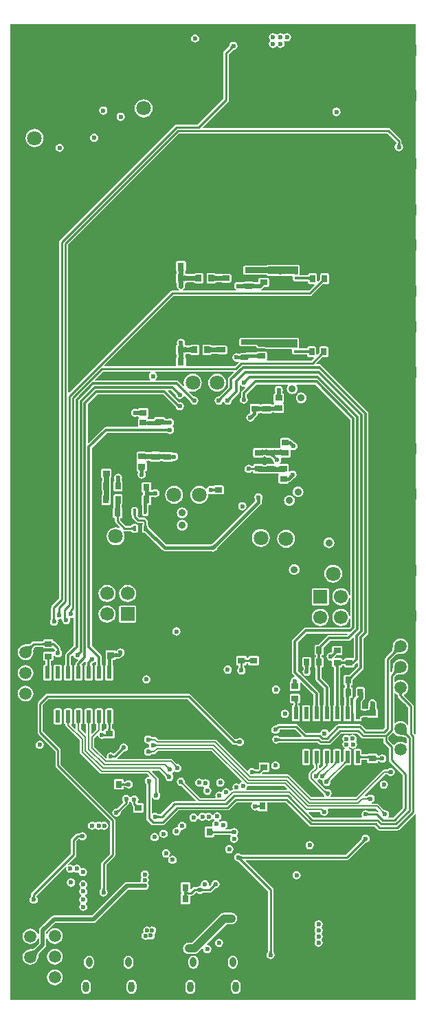
<source format=gbl>
G04 Layer_Physical_Order=4*
G04 Layer_Color=16711680*
%FSLAX44Y44*%
%MOMM*%
G71*
G01*
G75*
%ADD12R,4.2000X1.3500*%
%ADD15R,0.9000X0.8000*%
%ADD16R,0.8000X0.9000*%
%ADD23R,0.7000X0.9000*%
%ADD26R,0.8800X0.7700*%
%ADD34R,0.9000X0.7000*%
%ADD51R,0.7500X0.3000*%
%ADD52R,0.9500X0.9500*%
%ADD53R,0.4500X0.3000*%
%ADD54R,0.9000X0.6500*%
%ADD80C,0.2500*%
%ADD81C,0.4000*%
%ADD82C,1.0000*%
%ADD83C,0.6000*%
%ADD84C,0.3000*%
%ADD85C,0.5000*%
%ADD86C,0.2000*%
%ADD88C,1.5000*%
%ADD89C,1.8000*%
%ADD90R,1.7000X1.7000*%
%ADD91C,1.7000*%
%ADD92O,0.8000X1.3000*%
%ADD93O,0.8000X1.2000*%
%ADD94C,0.6000*%
%ADD95C,4.0000*%
%ADD96C,0.5000*%
%ADD97C,0.9000*%
%ADD98R,0.4000X0.6500*%
%ADD99R,0.6000X1.5500*%
G36*
X403611Y290783D02*
X403413Y290853D01*
X403196Y290877D01*
X402960Y290853D01*
X402705Y290782D01*
X402432Y290664D01*
X402140Y290499D01*
X401829Y290287D01*
X401499Y290028D01*
X401150Y289722D01*
X400783Y289369D01*
X398419Y289833D01*
X398857Y290286D01*
X399537Y291078D01*
X399777Y291418D01*
X399952Y291719D01*
X400060Y291983D01*
X400102Y292210D01*
X400079Y292398D01*
X399989Y292549D01*
X399833Y292661D01*
X403611Y290783D01*
D02*
G37*
G36*
X414610Y290813D02*
X414490Y290957D01*
X414335Y291036D01*
X414143Y291052D01*
X413914Y291004D01*
X413650Y290891D01*
X413349Y290715D01*
X413011Y290474D01*
X412638Y290170D01*
X411781Y289369D01*
X411119Y291535D01*
X411484Y291914D01*
X412068Y292608D01*
X412286Y292923D01*
X412455Y293217D01*
X412575Y293489D01*
X412646Y293740D01*
X412668Y293969D01*
X412640Y294177D01*
X412564Y294363D01*
X414610Y290813D01*
D02*
G37*
G36*
X450962Y298762D02*
X451038Y298550D01*
X451164Y298363D01*
X451341Y298200D01*
X451569Y298062D01*
X451847Y297950D01*
X452176Y297862D01*
X452556Y297800D01*
X452986Y297763D01*
X453467Y297750D01*
Y295250D01*
X452986Y295238D01*
X452556Y295200D01*
X452176Y295138D01*
X451847Y295050D01*
X451569Y294937D01*
X451341Y294800D01*
X451164Y294638D01*
X451038Y294450D01*
X450962Y294237D01*
X450937Y294000D01*
Y299000D01*
X450962Y298762D01*
D02*
G37*
G36*
X391910Y290763D02*
X391740Y290703D01*
X391590Y290603D01*
X391460Y290463D01*
X391350Y290283D01*
X391260Y290063D01*
X391190Y289803D01*
X391140Y289503D01*
X391110Y289163D01*
X391100Y288783D01*
X389100D01*
X389090Y289163D01*
X389060Y289503D01*
X389010Y289803D01*
X388940Y290063D01*
X388850Y290283D01*
X388740Y290463D01*
X388610Y290603D01*
X388460Y290703D01*
X388290Y290763D01*
X388100Y290783D01*
X392100D01*
X391910Y290763D01*
D02*
G37*
G36*
X500000Y326838D02*
X498730Y326452D01*
X498593Y326657D01*
X497314Y327937D01*
Y360803D01*
X497061Y362071D01*
X496343Y363146D01*
X485378Y374111D01*
X485369Y374126D01*
X485356Y374155D01*
X485287Y374492D01*
X485644Y375641D01*
X485791Y375702D01*
X487775Y377225D01*
X489298Y379209D01*
X490256Y381520D01*
X490582Y384000D01*
X490256Y386480D01*
X489298Y388791D01*
X487775Y390775D01*
X485791Y392298D01*
X483480Y393255D01*
X481000Y393582D01*
X478520Y393255D01*
X476209Y392298D01*
X474334Y390859D01*
X473477Y391029D01*
X473064Y391170D01*
Y396777D01*
X475108Y398822D01*
X475372Y398993D01*
X475731Y399170D01*
X476188Y399341D01*
X476742Y399496D01*
X477393Y399630D01*
X478115Y399733D01*
X479918Y399854D01*
X480686Y399859D01*
X481000Y399818D01*
X483480Y400145D01*
X485791Y401102D01*
X487775Y402625D01*
X489298Y404609D01*
X490256Y406920D01*
X490582Y409400D01*
X490256Y411880D01*
X489298Y414191D01*
X487775Y416175D01*
X485791Y417698D01*
X483480Y418655D01*
X481000Y418982D01*
X478520Y418655D01*
X476209Y417698D01*
X474225Y416175D01*
X472702Y414191D01*
X471744Y411880D01*
X471418Y409400D01*
X471459Y409086D01*
X471454Y408318D01*
X471333Y406515D01*
X471230Y405793D01*
X471096Y405142D01*
X470941Y404588D01*
X470770Y404131D01*
X470593Y403772D01*
X470422Y403508D01*
X469737Y402823D01*
X468564Y403309D01*
Y417677D01*
X475108Y424222D01*
X475372Y424393D01*
X475731Y424570D01*
X476188Y424741D01*
X476742Y424897D01*
X477393Y425030D01*
X478115Y425133D01*
X479918Y425254D01*
X480686Y425259D01*
X481000Y425218D01*
X483480Y425545D01*
X485791Y426502D01*
X487775Y428024D01*
X489298Y430009D01*
X490256Y432320D01*
X490582Y434800D01*
X490256Y437280D01*
X489298Y439591D01*
X487775Y441575D01*
X485791Y443098D01*
X483480Y444055D01*
X481000Y444382D01*
X478520Y444055D01*
X476209Y443098D01*
X474225Y441575D01*
X472702Y439591D01*
X471744Y437280D01*
X471418Y434800D01*
X471459Y434486D01*
X471454Y433718D01*
X471333Y431914D01*
X471230Y431193D01*
X471096Y430542D01*
X470941Y429988D01*
X470770Y429531D01*
X470593Y429172D01*
X470422Y428908D01*
X462907Y421393D01*
X462189Y420318D01*
X461936Y419050D01*
Y334784D01*
X459716Y332564D01*
X438487D01*
X433207Y337843D01*
X432132Y338561D01*
X430864Y338814D01*
X404339D01*
X403071Y338561D01*
X401996Y337843D01*
X393439Y329286D01*
X392049Y329692D01*
X391105Y331105D01*
X389451Y332210D01*
X387500Y332598D01*
X385549Y332210D01*
X383895Y331105D01*
X382790Y329451D01*
X382734Y329170D01*
X381265Y328293D01*
X381161Y328314D01*
X364373D01*
X354343Y338343D01*
X353268Y339061D01*
X352000Y339314D01*
X331000D01*
X329732Y339061D01*
X328657Y338343D01*
X327594Y337280D01*
X327505Y337215D01*
X327407Y337154D01*
X327323Y337110D01*
X327253Y337080D01*
X327193Y337060D01*
X327191Y337060D01*
X327000Y337098D01*
X325049Y336710D01*
X323395Y335605D01*
X322290Y333951D01*
X321902Y332000D01*
X322290Y330049D01*
X323395Y328395D01*
X325049Y327290D01*
X327000Y326902D01*
X328951Y327290D01*
X330605Y328395D01*
X331710Y330049D01*
X332098Y332000D01*
X333140Y332686D01*
X350628D01*
X358827Y324487D01*
X358341Y323314D01*
X332154D01*
X332045Y323330D01*
X331932Y323356D01*
X331842Y323385D01*
X331770Y323413D01*
X331715Y323442D01*
X331713Y323443D01*
X331605Y323605D01*
X329951Y324710D01*
X328000Y325098D01*
X326049Y324710D01*
X324395Y323605D01*
X323290Y321951D01*
X322902Y320000D01*
X323290Y318049D01*
X324395Y316395D01*
X326049Y315290D01*
X328000Y314902D01*
X329951Y315290D01*
X331605Y316395D01*
X331713Y316557D01*
X331715Y316558D01*
X331770Y316587D01*
X331842Y316616D01*
X331932Y316644D01*
X332045Y316670D01*
X332154Y316686D01*
X378425D01*
X380704Y314407D01*
X381779Y313689D01*
X383047Y313436D01*
X392750D01*
X394018Y313689D01*
X395093Y314407D01*
X408373Y327686D01*
X427627D01*
X432907Y322407D01*
X433982Y321688D01*
X435250Y321436D01*
X459639D01*
Y317886D01*
X459891Y316618D01*
X460610Y315543D01*
X466686Y309466D01*
Y295000D01*
X466939Y293732D01*
X467657Y292657D01*
X483936Y276377D01*
Y235986D01*
X471763Y223814D01*
X466744D01*
X466065Y225084D01*
X466710Y226049D01*
X467098Y228000D01*
X466710Y229951D01*
X465605Y231605D01*
X463951Y232710D01*
X462000Y233098D01*
X461747Y233048D01*
X461641Y233057D01*
X461513Y233079D01*
X461402Y233107D01*
X461302Y233141D01*
X461212Y233180D01*
X461127Y233226D01*
X461048Y233278D01*
X454163Y240163D01*
X453171Y240826D01*
X452000Y241059D01*
X452000Y241059D01*
X445264D01*
X445139Y242329D01*
X446201Y242540D01*
X447855Y243645D01*
X448960Y245299D01*
X449348Y247250D01*
X448960Y249201D01*
X447855Y250855D01*
X446201Y251960D01*
X444250Y252348D01*
X442299Y251960D01*
X440645Y250855D01*
X440502Y250640D01*
X440420Y250572D01*
X440315Y250497D01*
X440216Y250438D01*
X440121Y250392D01*
X440030Y250356D01*
X439938Y250328D01*
X439845Y250309D01*
X437294D01*
X436808Y251482D01*
X462267Y276941D01*
X464594D01*
X464688Y276922D01*
X464780Y276894D01*
X464871Y276858D01*
X464966Y276812D01*
X465065Y276753D01*
X465170Y276678D01*
X465252Y276610D01*
X465395Y276395D01*
X467049Y275290D01*
X469000Y274902D01*
X470951Y275290D01*
X472605Y276395D01*
X473710Y278049D01*
X474098Y280000D01*
X473710Y281951D01*
X472605Y283605D01*
X470951Y284710D01*
X469000Y285098D01*
X467049Y284710D01*
X465395Y283605D01*
X465252Y283390D01*
X465170Y283322D01*
X465065Y283247D01*
X464966Y283188D01*
X464871Y283142D01*
X464780Y283106D01*
X464688Y283078D01*
X464594Y283059D01*
X461000D01*
X459829Y282826D01*
X458837Y282163D01*
X458837Y282163D01*
X425733Y249059D01*
X394891D01*
X394505Y250329D01*
X394605Y250395D01*
X395710Y252049D01*
X396098Y254000D01*
X395710Y255951D01*
X394605Y257605D01*
X392951Y258710D01*
X391000Y259098D01*
X389117Y258723D01*
X378781Y269060D01*
X379188Y270449D01*
X380095Y271055D01*
X381395Y271395D01*
X383049Y270290D01*
X385000Y269902D01*
X385040Y268698D01*
X384901Y267999D01*
X385289Y266049D01*
X386394Y264395D01*
X388048Y263290D01*
X389999Y262901D01*
X391950Y263290D01*
X393604Y264395D01*
X394709Y266049D01*
X395097Y267999D01*
X394906Y268962D01*
X394904Y269149D01*
X394867Y269331D01*
X394859Y269399D01*
X394859Y269445D01*
X394862Y269476D01*
X394867Y269498D01*
X394875Y269521D01*
X394890Y269552D01*
X394911Y269587D01*
X413628Y288303D01*
X413980Y288633D01*
X414075Y288711D01*
X418500D01*
X419280Y288866D01*
X419942Y289308D01*
X420384Y289970D01*
X420539Y290750D01*
Y306250D01*
X420384Y307030D01*
X419942Y307692D01*
X419280Y308134D01*
X418500Y308289D01*
X418131D01*
X417483Y309559D01*
X417899Y310134D01*
X418500Y310292D01*
X419405Y310055D01*
X420549Y309290D01*
X422500Y308902D01*
X423569Y309115D01*
X423615Y309124D01*
X424111Y307928D01*
X424006Y307857D01*
X423758Y307692D01*
X423316Y307030D01*
X423161Y306250D01*
Y290750D01*
X423316Y289970D01*
X423758Y289308D01*
X424420Y288866D01*
X425200Y288711D01*
X431200D01*
X431980Y288866D01*
X432642Y289308D01*
X433084Y289970D01*
X433239Y290750D01*
Y295186D01*
X439961D01*
Y292500D01*
X440116Y291720D01*
X440558Y291058D01*
X441220Y290616D01*
X442000Y290461D01*
X451000D01*
X451780Y290616D01*
X452442Y291058D01*
X452884Y291720D01*
X453039Y292500D01*
Y293186D01*
X454346D01*
X454455Y293169D01*
X454568Y293144D01*
X454658Y293116D01*
X454730Y293087D01*
X454785Y293058D01*
X454787Y293057D01*
X454895Y292895D01*
X456549Y291790D01*
X458500Y291402D01*
X460451Y291790D01*
X462105Y292895D01*
X463210Y294549D01*
X463598Y296500D01*
X463210Y298451D01*
X462105Y300105D01*
X460451Y301210D01*
X458500Y301598D01*
X456549Y301210D01*
X454895Y300105D01*
X454787Y299943D01*
X454785Y299942D01*
X454730Y299913D01*
X454658Y299884D01*
X454568Y299856D01*
X454455Y299830D01*
X454346Y299814D01*
X453039D01*
Y300500D01*
X452884Y301280D01*
X452442Y301942D01*
X451780Y302384D01*
X451000Y302539D01*
X442000D01*
X441606Y302461D01*
X441605Y302461D01*
X441605Y302460D01*
X441220Y302384D01*
X440558Y301942D01*
X440487Y301836D01*
X440176Y301814D01*
X433239D01*
Y306250D01*
X433084Y307030D01*
X432642Y307692D01*
X431980Y308134D01*
X431200Y308289D01*
X425284D01*
X425200Y308289D01*
X424760Y309496D01*
X424819Y309536D01*
X426105Y310395D01*
X427210Y312049D01*
X427598Y314000D01*
X427210Y315951D01*
X426105Y317605D01*
X425856Y317771D01*
X426710Y319049D01*
X427098Y321000D01*
X426710Y322951D01*
X425605Y324605D01*
X423951Y325710D01*
X422000Y326098D01*
X420049Y325710D01*
X418395Y324605D01*
X417229Y324940D01*
X416451Y325460D01*
X414500Y325848D01*
X412549Y325460D01*
X410895Y324355D01*
X409790Y322701D01*
X409402Y320750D01*
X409790Y318799D01*
X410742Y317375D01*
X409790Y315951D01*
X409402Y314000D01*
X409790Y312049D01*
X410895Y310395D01*
X412199Y309524D01*
X412034Y308196D01*
X411720Y308134D01*
X411058Y307692D01*
X410616Y307030D01*
X410461Y306250D01*
Y293869D01*
X410446Y293848D01*
X410053Y293381D01*
X409012Y292340D01*
X407839Y292826D01*
Y306250D01*
X407684Y307030D01*
X407242Y307692D01*
X406580Y308134D01*
X405800Y308289D01*
X399800D01*
X399020Y308134D01*
X398358Y307692D01*
X397916Y307030D01*
X397761Y306250D01*
Y292140D01*
X397441Y291767D01*
X396399Y290724D01*
X395139Y291261D01*
Y306250D01*
X394984Y307030D01*
X394542Y307692D01*
X393880Y308134D01*
X393100Y308289D01*
X387100D01*
X386320Y308134D01*
X385658Y307692D01*
X385216Y307030D01*
X385061Y306250D01*
Y290750D01*
X385216Y289970D01*
X385658Y289308D01*
X385733Y288544D01*
X381729Y284540D01*
X380459Y285066D01*
Y288722D01*
X381180Y288866D01*
X381842Y289308D01*
X382284Y289970D01*
X382439Y290750D01*
Y306250D01*
X382284Y307030D01*
X381842Y307692D01*
X381180Y308134D01*
X380400Y308289D01*
X374400D01*
X373620Y308134D01*
X372958Y307692D01*
X372516Y307030D01*
X372361Y306250D01*
Y290750D01*
X372516Y289970D01*
X372958Y289308D01*
X373620Y288866D01*
X374341Y288722D01*
Y285667D01*
X368837Y280163D01*
X368174Y279170D01*
X367941Y278000D01*
X367941Y278000D01*
Y274000D01*
X367941Y274000D01*
X367941Y274000D01*
Y272515D01*
X367941Y272515D01*
X368174Y271344D01*
X368837Y270352D01*
X385475Y253715D01*
X385618Y253539D01*
X385692Y253433D01*
X385912Y253070D01*
X385988Y252926D01*
X386184Y252487D01*
X386224Y252383D01*
X386290Y252049D01*
X387395Y250395D01*
X387495Y250329D01*
X387109Y249059D01*
X371267D01*
X344163Y276163D01*
X343171Y276826D01*
X342000Y277059D01*
X342000Y277059D01*
X310541D01*
X310015Y278329D01*
X311068Y279382D01*
X311293Y279581D01*
X311627Y279846D01*
X311793Y279961D01*
X317500D01*
X318280Y280116D01*
X318942Y280558D01*
X319384Y281220D01*
X319539Y282000D01*
Y290000D01*
X319384Y290780D01*
X318942Y291442D01*
X318280Y291884D01*
X317500Y292039D01*
X308500D01*
X307720Y291884D01*
X307058Y291442D01*
X306616Y290780D01*
X306461Y290000D01*
Y284249D01*
X305879Y283566D01*
X305627Y283314D01*
X302154D01*
X302045Y283330D01*
X301932Y283356D01*
X301842Y283384D01*
X301770Y283413D01*
X301715Y283442D01*
X301713Y283443D01*
X301605Y283605D01*
X299951Y284710D01*
X298000Y285098D01*
X296049Y284710D01*
X294395Y283605D01*
X293449Y282188D01*
X292060Y281781D01*
X254678Y319163D01*
X253685Y319826D01*
X252515Y320059D01*
X252515Y320059D01*
X182267D01*
X180163Y322162D01*
X179171Y322825D01*
X178001Y323058D01*
X178001Y323058D01*
X174405D01*
X174312Y323078D01*
X174220Y323105D01*
X174128Y323141D01*
X174034Y323187D01*
X173935Y323247D01*
X173830Y323321D01*
X173748Y323389D01*
X173605Y323604D01*
X171951Y324709D01*
X170000Y325097D01*
X168049Y324709D01*
X166395Y323604D01*
X165290Y321950D01*
X164902Y319999D01*
X165290Y318048D01*
X166395Y316395D01*
X168049Y315289D01*
X170000Y314901D01*
X171065Y313818D01*
X170902Y313000D01*
X171290Y311049D01*
X170459Y310007D01*
X170000Y310098D01*
X168049Y309710D01*
X166395Y308605D01*
X165290Y306951D01*
X164902Y305000D01*
X165290Y303049D01*
X166395Y301395D01*
X168049Y300290D01*
X170000Y299902D01*
X171951Y300290D01*
X173605Y301395D01*
X173748Y301610D01*
X173830Y301678D01*
X173935Y301753D01*
X174034Y301812D01*
X174128Y301858D01*
X174220Y301894D01*
X174312Y301922D01*
X174405Y301941D01*
X176996D01*
X176999Y301941D01*
X178170Y302174D01*
X179162Y302836D01*
X182267Y305941D01*
X247934D01*
X285219Y268656D01*
X284812Y267267D01*
X283395Y266321D01*
X282359Y264769D01*
X280951Y265710D01*
X279000Y266098D01*
X277049Y265710D01*
X275395Y264605D01*
X274290Y262951D01*
X273902Y261000D01*
X274254Y259233D01*
X274290Y259049D01*
X273549Y257873D01*
X273315Y257826D01*
X272322Y257163D01*
X272322Y257163D01*
X271940Y256780D01*
X270551Y257188D01*
X269604Y258604D01*
X267950Y259709D01*
X266000Y260097D01*
X264049Y259709D01*
X262395Y258604D01*
X261290Y256950D01*
X261138Y256187D01*
X259964Y255701D01*
X259951Y255710D01*
X258000Y256098D01*
X256049Y255710D01*
X254395Y254605D01*
X253290Y252951D01*
X252902Y251000D01*
X253235Y249329D01*
X252541Y248059D01*
X234610D01*
X215621Y267048D01*
X215569Y267127D01*
X215523Y267212D01*
X215484Y267302D01*
X215450Y267402D01*
X215422Y267514D01*
X215401Y267641D01*
X215391Y267747D01*
X215441Y268000D01*
X215053Y269951D01*
X213948Y271605D01*
X212294Y272710D01*
X210343Y273098D01*
X208392Y272710D01*
X206738Y271605D01*
X205633Y269951D01*
X205245Y268000D01*
X205633Y266049D01*
X206738Y264395D01*
X208392Y263290D01*
X210343Y262902D01*
X210597Y262952D01*
X210702Y262943D01*
X210830Y262921D01*
X210942Y262893D01*
X211041Y262859D01*
X211131Y262820D01*
X211216Y262774D01*
X211295Y262722D01*
X228780Y245237D01*
X228294Y244064D01*
X202750D01*
X201482Y243811D01*
X200407Y243093D01*
X185627Y228313D01*
X183153D01*
X183044Y228330D01*
X182932Y228356D01*
X182841Y228384D01*
X182770Y228413D01*
X182715Y228441D01*
X182713Y228442D01*
X182604Y228604D01*
X180950Y229709D01*
X179000Y230098D01*
X177049Y229709D01*
X175584Y228731D01*
X174314Y229098D01*
Y248225D01*
X175584Y248610D01*
X176395Y247395D01*
X178049Y246290D01*
X180000Y245902D01*
X181951Y246290D01*
X183605Y247395D01*
X184710Y249049D01*
X185098Y251000D01*
X184710Y252951D01*
X183605Y254605D01*
X183390Y254748D01*
X183322Y254830D01*
X183247Y254935D01*
X183188Y255034D01*
X183142Y255128D01*
X183106Y255220D01*
X183078Y255312D01*
X183059Y255406D01*
Y271000D01*
X183059Y271000D01*
X182826Y272171D01*
X182163Y273163D01*
X182163Y273163D01*
X174558Y280768D01*
X175044Y281941D01*
X183732D01*
X190722Y274952D01*
X190774Y274872D01*
X190820Y274787D01*
X190859Y274698D01*
X190893Y274598D01*
X190921Y274486D01*
X190942Y274359D01*
X190952Y274253D01*
X190902Y274000D01*
X191290Y272049D01*
X192395Y270395D01*
X194049Y269290D01*
X196000Y268902D01*
X197950Y269290D01*
X199604Y270395D01*
X200709Y272049D01*
X201098Y274000D01*
X200709Y275950D01*
X199604Y277604D01*
X199907Y278929D01*
X200605Y279395D01*
X201429Y280629D01*
X201946Y281039D01*
X202994Y280995D01*
X204049Y280290D01*
X206000Y279902D01*
X207951Y280290D01*
X209605Y281395D01*
X210710Y283049D01*
X211098Y285000D01*
X210710Y286951D01*
X209605Y288605D01*
X207951Y289710D01*
X206000Y290098D01*
X205356Y289970D01*
X200163Y295163D01*
X200163Y295163D01*
X199171Y295826D01*
X198000Y296059D01*
X198000Y296059D01*
X132541D01*
X132015Y297329D01*
X139406Y304720D01*
X139495Y304785D01*
X139593Y304846D01*
X139677Y304890D01*
X139747Y304920D01*
X139807Y304940D01*
X139809Y304940D01*
X140000Y304902D01*
X141951Y305290D01*
X143605Y306395D01*
X144710Y308049D01*
X145098Y310000D01*
X144710Y311951D01*
X143605Y313605D01*
X141951Y314710D01*
X140000Y315098D01*
X138049Y314710D01*
X136395Y313605D01*
X135290Y311951D01*
X134902Y310000D01*
X134940Y309809D01*
X134940Y309807D01*
X134920Y309747D01*
X134890Y309677D01*
X134846Y309593D01*
X134785Y309495D01*
X134720Y309406D01*
X128639Y303325D01*
X127605Y302605D01*
X125951Y303710D01*
X124000Y304098D01*
X122049Y303710D01*
X120395Y302605D01*
X119290Y300951D01*
X118902Y299000D01*
X119216Y297420D01*
X118055Y296785D01*
X103859Y310982D01*
Y321533D01*
X107020Y324694D01*
X108235Y324325D01*
X108290Y324049D01*
X109395Y322395D01*
X111049Y321290D01*
X113000Y320902D01*
X114951Y321290D01*
X115514Y321666D01*
X116058Y321558D01*
X116720Y321116D01*
X117500Y320961D01*
X126500D01*
X127280Y321116D01*
X127942Y321558D01*
X128384Y322220D01*
X128539Y323000D01*
Y331000D01*
X128384Y331780D01*
X127942Y332442D01*
X127280Y332884D01*
X126500Y333039D01*
X125314D01*
Y338733D01*
X125980Y338866D01*
X126642Y339308D01*
X127084Y339970D01*
X127239Y340750D01*
Y356250D01*
X127084Y357030D01*
X126642Y357692D01*
X125980Y358134D01*
X125200Y358289D01*
X119200D01*
X118420Y358134D01*
X117758Y357692D01*
X117316Y357030D01*
X117161Y356250D01*
Y340750D01*
X117316Y339970D01*
X117758Y339308D01*
X118420Y338866D01*
X118686Y338813D01*
X118686Y338804D01*
Y333039D01*
X117500D01*
X116720Y332884D01*
X116058Y332442D01*
X115616Y331780D01*
X115615Y331774D01*
X115537Y331649D01*
X114356Y330879D01*
X114191Y330861D01*
X113744Y330950D01*
X112913Y331336D01*
X112559Y332305D01*
Y338722D01*
X113280Y338866D01*
X113942Y339308D01*
X114384Y339970D01*
X114539Y340750D01*
Y356250D01*
X114384Y357030D01*
X113942Y357692D01*
X113280Y358134D01*
X112500Y358289D01*
X106500D01*
X105720Y358134D01*
X105058Y357692D01*
X104616Y357030D01*
X104461Y356250D01*
Y340750D01*
X104616Y339970D01*
X105058Y339308D01*
X105720Y338866D01*
X106441Y338722D01*
Y332767D01*
X101032Y327358D01*
X99859Y327844D01*
Y338722D01*
X100580Y338866D01*
X101242Y339308D01*
X101684Y339970D01*
X101839Y340750D01*
Y356250D01*
X101684Y357030D01*
X101242Y357692D01*
X100580Y358134D01*
X99800Y358289D01*
X93800D01*
X93020Y358134D01*
X92358Y357692D01*
X91916Y357030D01*
X91761Y356250D01*
Y340750D01*
X91916Y339970D01*
X92358Y339308D01*
X93020Y338866D01*
X93741Y338722D01*
Y328044D01*
X92568Y327558D01*
X87159Y332967D01*
Y338722D01*
X87880Y338866D01*
X88542Y339308D01*
X88984Y339970D01*
X89139Y340750D01*
Y356250D01*
X88984Y357030D01*
X88542Y357692D01*
X87880Y358134D01*
X87100Y358289D01*
X81100D01*
X80320Y358134D01*
X79658Y357692D01*
X79216Y357030D01*
X79061Y356250D01*
Y340750D01*
X79216Y339970D01*
X79658Y339308D01*
X80320Y338866D01*
X81041Y338722D01*
Y333944D01*
X79868Y333458D01*
X75577Y337749D01*
X75825Y339297D01*
X75842Y339308D01*
X76284Y339970D01*
X76439Y340750D01*
Y356250D01*
X76284Y357030D01*
X75842Y357692D01*
X75180Y358134D01*
X74400Y358289D01*
X68400D01*
X67620Y358134D01*
X66958Y357692D01*
X66516Y357030D01*
X66361Y356250D01*
Y340750D01*
X66516Y339970D01*
X66958Y339308D01*
X67620Y338866D01*
X68155Y338759D01*
X68341Y337600D01*
X68574Y336429D01*
X69237Y335437D01*
X85741Y318933D01*
Y304744D01*
X85741Y304744D01*
X85974Y303574D01*
X86637Y302581D01*
X110381Y278837D01*
X110381Y278837D01*
X111374Y278174D01*
X112544Y277941D01*
X112544Y277941D01*
X168733D01*
X171351Y275323D01*
X171160Y274656D01*
X170817Y274062D01*
X169049Y273710D01*
X167395Y272605D01*
X166290Y270951D01*
X165902Y269000D01*
X166290Y267049D01*
X167395Y265395D01*
X167557Y265287D01*
X167558Y265285D01*
X167587Y265230D01*
X167616Y265158D01*
X167644Y265068D01*
X167670Y264955D01*
X167686Y264846D01*
Y223000D01*
X167939Y221732D01*
X168657Y220657D01*
X173657Y215657D01*
X174732Y214939D01*
X176000Y214686D01*
X188000D01*
X189268Y214939D01*
X190343Y215657D01*
X207623Y232936D01*
X268110D01*
X269378Y233189D01*
X270453Y233907D01*
X279482Y242936D01*
X298226D01*
X298612Y241666D01*
X298145Y241355D01*
X297040Y239701D01*
X296652Y237750D01*
X297040Y235799D01*
X298145Y234145D01*
X299799Y233040D01*
X301750Y232652D01*
X303701Y233040D01*
X303751Y233073D01*
X304873Y232783D01*
X305237Y232539D01*
X305558Y232058D01*
X306220Y231616D01*
X307000Y231461D01*
X315000D01*
X315780Y231616D01*
X316442Y232058D01*
X316884Y232720D01*
X317039Y233500D01*
Y242500D01*
X317397Y242936D01*
X339033D01*
X368312Y213657D01*
X369387Y212939D01*
X370655Y212686D01*
X449263D01*
X452793Y209157D01*
X453868Y208439D01*
X455136Y208186D01*
X476864D01*
X478132Y208439D01*
X479207Y209157D01*
X498593Y228543D01*
X498730Y228748D01*
X500000Y228363D01*
Y0D01*
X0D01*
Y1200000D01*
X500000D01*
Y326838D01*
D02*
G37*
G36*
X203896Y288525D02*
X204245Y288227D01*
X204405Y288111D01*
X204556Y288017D01*
X204697Y287946D01*
X204829Y287897D01*
X204952Y287870D01*
X205065Y287865D01*
X205168Y287882D01*
X203118Y285832D01*
X203135Y285935D01*
X203130Y286048D01*
X203103Y286171D01*
X203054Y286303D01*
X202983Y286444D01*
X202889Y286595D01*
X202773Y286755D01*
X202635Y286925D01*
X202293Y287293D01*
X203707Y288707D01*
X203896Y288525D01*
D02*
G37*
G36*
X379210Y290763D02*
X379040Y290703D01*
X378890Y290603D01*
X378760Y290463D01*
X378650Y290283D01*
X378560Y290063D01*
X378490Y289803D01*
X378440Y289503D01*
X378410Y289163D01*
X378400Y288783D01*
X376400D01*
X376390Y289163D01*
X376360Y289503D01*
X376310Y289803D01*
X376240Y290063D01*
X376150Y290283D01*
X376040Y290463D01*
X375910Y290603D01*
X375760Y290703D01*
X375590Y290763D01*
X375400Y290783D01*
X379400D01*
X379210Y290763D01*
D02*
G37*
G36*
X172361Y306891D02*
X172587Y306704D01*
X172819Y306539D01*
X173058Y306396D01*
X173303Y306275D01*
X173555Y306176D01*
X173813Y306099D01*
X174079Y306044D01*
X174350Y306011D01*
X174628Y306000D01*
Y304000D01*
X174350Y303989D01*
X174079Y303956D01*
X173813Y303901D01*
X173555Y303824D01*
X173303Y303725D01*
X173058Y303604D01*
X172819Y303461D01*
X172587Y303296D01*
X172361Y303109D01*
X172142Y302900D01*
Y307100D01*
X172361Y306891D01*
D02*
G37*
G36*
X139970Y307000D02*
X139733Y306991D01*
X139498Y306961D01*
X139264Y306908D01*
X139033Y306832D01*
X138803Y306735D01*
X138575Y306615D01*
X138349Y306473D01*
X138125Y306309D01*
X137903Y306123D01*
X137683Y305915D01*
X135915Y307683D01*
X136123Y307903D01*
X136309Y308125D01*
X136473Y308349D01*
X136615Y308575D01*
X136735Y308803D01*
X136832Y309033D01*
X136908Y309264D01*
X136961Y309498D01*
X136991Y309733D01*
X137000Y309970D01*
X139970Y307000D01*
D02*
G37*
G36*
X442108Y245150D02*
X441889Y245359D01*
X441663Y245546D01*
X441431Y245711D01*
X441192Y245854D01*
X440947Y245975D01*
X440695Y246074D01*
X440437Y246151D01*
X440172Y246206D01*
X439900Y246239D01*
X439622Y246250D01*
Y248250D01*
X439900Y248261D01*
X440172Y248294D01*
X440437Y248349D01*
X440695Y248426D01*
X440947Y248525D01*
X441192Y248646D01*
X441431Y248789D01*
X441663Y248954D01*
X441889Y249141D01*
X442108Y249350D01*
Y245150D01*
D02*
G37*
G36*
X126316Y300938D02*
X126504Y300794D01*
X126707Y300667D01*
X126924Y300556D01*
X127155Y300462D01*
X127401Y300386D01*
X127661Y300326D01*
X127935Y300284D01*
X128224Y300259D01*
X128527Y300250D01*
Y297750D01*
X128224Y297742D01*
X127935Y297716D01*
X127661Y297673D01*
X127401Y297614D01*
X127155Y297537D01*
X126924Y297444D01*
X126707Y297334D01*
X126504Y297206D01*
X126316Y297062D01*
X126142Y296900D01*
Y301100D01*
X126316Y300938D01*
D02*
G37*
G36*
X456358Y294400D02*
X456184Y294562D01*
X455996Y294706D01*
X455793Y294834D01*
X455576Y294944D01*
X455345Y295037D01*
X455099Y295114D01*
X454839Y295173D01*
X454565Y295216D01*
X454276Y295242D01*
X453973Y295250D01*
Y297750D01*
X454276Y297759D01*
X454565Y297784D01*
X454839Y297826D01*
X455099Y297886D01*
X455345Y297962D01*
X455576Y298056D01*
X455793Y298167D01*
X455996Y298294D01*
X456184Y298438D01*
X456358Y298600D01*
Y294400D01*
D02*
G37*
G36*
X431162Y300762D02*
X431238Y300550D01*
X431364Y300362D01*
X431541Y300200D01*
X431769Y300062D01*
X432048Y299950D01*
X432376Y299862D01*
X432756Y299800D01*
X433186Y299762D01*
X433667Y299750D01*
Y297250D01*
X433186Y297237D01*
X432756Y297200D01*
X432376Y297137D01*
X432048Y297050D01*
X431769Y296937D01*
X431541Y296800D01*
X431364Y296637D01*
X431238Y296450D01*
X431162Y296237D01*
X431137Y296000D01*
Y301000D01*
X431162Y300762D01*
D02*
G37*
G36*
X442063Y296000D02*
X442037Y296237D01*
X441959Y296450D01*
X441832Y296637D01*
X441655Y296800D01*
X441427Y296937D01*
X441148Y297050D01*
X440820Y297137D01*
X440441Y297200D01*
X440012Y297237D01*
X439533Y297250D01*
Y299750D01*
X440008Y299757D01*
X440808Y299814D01*
X441133Y299865D01*
X441408Y299929D01*
X441633Y300008D01*
X441808Y300101D01*
X441933Y300209D01*
X442008Y300331D01*
X442033Y300467D01*
X442063Y296000D01*
D02*
G37*
G36*
X459639Y231791D02*
X459854Y231622D01*
X460081Y231474D01*
X460318Y231345D01*
X460566Y231237D01*
X460825Y231149D01*
X461095Y231082D01*
X461376Y231034D01*
X461667Y231007D01*
X461970Y231000D01*
X459000Y228030D01*
X458993Y228333D01*
X458966Y228624D01*
X458918Y228905D01*
X458851Y229175D01*
X458763Y229434D01*
X458655Y229682D01*
X458526Y229919D01*
X458378Y230146D01*
X458209Y230361D01*
X458020Y230566D01*
X459434Y231980D01*
X459639Y231791D01*
D02*
G37*
G36*
X453998Y231676D02*
X453189Y230689D01*
X452632Y231061D01*
X451364Y231314D01*
X442154D01*
X442045Y231331D01*
X441932Y231356D01*
X441842Y231385D01*
X441770Y231413D01*
X441715Y231441D01*
X441713Y231443D01*
X441605Y231605D01*
X439951Y232710D01*
X438000Y233098D01*
X436049Y232710D01*
X434395Y231605D01*
X433290Y229951D01*
X432902Y228000D01*
X433290Y226049D01*
X433768Y225334D01*
X433089Y224064D01*
X373642D01*
X367937Y229768D01*
X368424Y230941D01*
X381914D01*
X382290Y229049D01*
X383395Y227395D01*
X385049Y226290D01*
X387000Y225902D01*
X388951Y226290D01*
X390605Y227395D01*
X391710Y229049D01*
X392098Y231000D01*
X391710Y232951D01*
X391229Y233671D01*
X391907Y234941D01*
X450733D01*
X453998Y231676D01*
D02*
G37*
G36*
X384896Y234525D02*
X385245Y234227D01*
X385405Y234111D01*
X385556Y234017D01*
X385697Y233946D01*
X385829Y233897D01*
X385952Y233870D01*
X386064Y233865D01*
X386168Y233882D01*
X384118Y231832D01*
X384135Y231936D01*
X384130Y232048D01*
X384103Y232171D01*
X384054Y232303D01*
X383983Y232444D01*
X383889Y232595D01*
X383773Y232755D01*
X383635Y232925D01*
X383293Y233293D01*
X384707Y234707D01*
X384896Y234525D01*
D02*
G37*
G36*
X181316Y226938D02*
X181504Y226794D01*
X181707Y226666D01*
X181923Y226556D01*
X182155Y226462D01*
X182400Y226386D01*
X182660Y226326D01*
X182935Y226283D01*
X183224Y226258D01*
X183527Y226250D01*
Y223750D01*
X183224Y223741D01*
X182935Y223716D01*
X182660Y223673D01*
X182400Y223613D01*
X182155Y223537D01*
X181923Y223444D01*
X181707Y223333D01*
X181504Y223206D01*
X181316Y223061D01*
X181142Y222900D01*
Y227099D01*
X181316Y226938D01*
D02*
G37*
G36*
X193638Y277790D02*
X193854Y277622D01*
X194080Y277473D01*
X194317Y277345D01*
X194566Y277237D01*
X194825Y277149D01*
X195095Y277081D01*
X195375Y277034D01*
X195667Y277006D01*
X195970Y276999D01*
X193000Y274029D01*
X192993Y274332D01*
X192966Y274624D01*
X192918Y274905D01*
X192850Y275175D01*
X192763Y275434D01*
X192654Y275682D01*
X192526Y275919D01*
X192377Y276145D01*
X192209Y276361D01*
X192020Y276565D01*
X193434Y277979D01*
X193638Y277790D01*
D02*
G37*
G36*
X388980Y277566D02*
X388791Y277361D01*
X388622Y277146D01*
X388474Y276919D01*
X388345Y276682D01*
X388237Y276434D01*
X388149Y276175D01*
X388082Y275905D01*
X388034Y275624D01*
X388007Y275333D01*
X388000Y275030D01*
X385030Y278000D01*
X385333Y278007D01*
X385624Y278034D01*
X385905Y278081D01*
X386175Y278149D01*
X386434Y278237D01*
X386682Y278345D01*
X386919Y278474D01*
X387146Y278622D01*
X387361Y278791D01*
X387566Y278980D01*
X388980Y277566D01*
D02*
G37*
G36*
X440316Y229939D02*
X440504Y229794D01*
X440707Y229667D01*
X440924Y229556D01*
X441155Y229463D01*
X441401Y229386D01*
X441661Y229326D01*
X441935Y229284D01*
X442224Y229258D01*
X442527Y229250D01*
Y226750D01*
X442224Y226742D01*
X441935Y226716D01*
X441661Y226674D01*
X441401Y226614D01*
X441155Y226537D01*
X440924Y226444D01*
X440707Y226334D01*
X440504Y226206D01*
X440316Y226061D01*
X440142Y225900D01*
Y230100D01*
X440316Y229939D01*
D02*
G37*
G36*
X307064Y235500D02*
X307038Y235737D01*
X306962Y235950D01*
X306836Y236138D01*
X306659Y236300D01*
X306431Y236437D01*
X306152Y236550D01*
X305823Y236637D01*
X305576Y236678D01*
X305514Y236668D01*
X305258Y236604D01*
X305018Y236521D01*
X304795Y236421D01*
X304587Y236302D01*
X304395Y236165D01*
X304219Y236010D01*
X304060Y235836D01*
X303710Y240021D01*
X303895Y239875D01*
X304093Y239744D01*
X304305Y239628D01*
X304529Y239528D01*
X304766Y239443D01*
X305017Y239373D01*
X305280Y239319D01*
X305429Y239299D01*
X305444Y239300D01*
X305823Y239363D01*
X306152Y239450D01*
X306431Y239562D01*
X306659Y239700D01*
X306836Y239862D01*
X306962Y240050D01*
X307038Y240263D01*
X307064Y240500D01*
Y235500D01*
D02*
G37*
G36*
X194639Y286791D02*
X194854Y286622D01*
X195081Y286474D01*
X195318Y286345D01*
X195566Y286237D01*
X195825Y286149D01*
X196095Y286082D01*
X196376Y286034D01*
X196667Y286007D01*
X196970Y286000D01*
X194000Y283030D01*
X193993Y283333D01*
X193966Y283624D01*
X193918Y283905D01*
X193851Y284175D01*
X193763Y284434D01*
X193655Y284682D01*
X193526Y284919D01*
X193378Y285146D01*
X193209Y285361D01*
X193020Y285566D01*
X194434Y286980D01*
X194639Y286791D01*
D02*
G37*
G36*
X480925Y427300D02*
X479842Y427293D01*
X477902Y427162D01*
X477044Y427040D01*
X476261Y426880D01*
X475554Y426681D01*
X474921Y426444D01*
X474363Y426169D01*
X473881Y425856D01*
X473473Y425505D01*
X471705Y427273D01*
X472056Y427681D01*
X472369Y428163D01*
X472644Y428721D01*
X472881Y429354D01*
X473079Y430061D01*
X473240Y430844D01*
X473362Y431702D01*
X473493Y433642D01*
X473500Y434725D01*
X480925Y427300D01*
D02*
G37*
G36*
X312569Y282033D02*
X312352Y282152D01*
X312104Y282205D01*
X311827Y282193D01*
X311519Y282114D01*
X311180Y281971D01*
X310812Y281761D01*
X310412Y281486D01*
X309983Y281145D01*
X309523Y280738D01*
X309033Y280265D01*
X306765Y281533D01*
X307283Y282068D01*
X308091Y283017D01*
X308381Y283431D01*
X308596Y283805D01*
X308734Y284139D01*
X308798Y284432D01*
X308785Y284684D01*
X308697Y284897D01*
X308533Y285068D01*
X312569Y282033D01*
D02*
G37*
G36*
X380807Y277878D02*
X380616Y277670D01*
X380448Y277453D01*
X380305Y277226D01*
X380186Y276989D01*
X380091Y276743D01*
X380020Y276488D01*
X379973Y276224D01*
X379950Y275949D01*
X379952Y275666D01*
X379977Y275373D01*
X376687Y277984D01*
X376993Y278025D01*
X377288Y278081D01*
X377570Y278155D01*
X377841Y278244D01*
X378101Y278349D01*
X378348Y278471D01*
X378584Y278609D01*
X378808Y278763D01*
X379020Y278933D01*
X379220Y279119D01*
X380807Y277878D01*
D02*
G37*
G36*
X300316Y281938D02*
X300504Y281794D01*
X300707Y281667D01*
X300924Y281556D01*
X301155Y281462D01*
X301401Y281386D01*
X301661Y281327D01*
X301935Y281284D01*
X302224Y281259D01*
X302527Y281250D01*
Y278750D01*
X302224Y278741D01*
X301935Y278716D01*
X301661Y278673D01*
X301401Y278614D01*
X301155Y278538D01*
X300924Y278444D01*
X300707Y278333D01*
X300504Y278206D01*
X300316Y278062D01*
X300142Y277900D01*
Y282100D01*
X300316Y281938D01*
D02*
G37*
G36*
X466858Y277900D02*
X466639Y278109D01*
X466413Y278296D01*
X466181Y278461D01*
X465942Y278604D01*
X465697Y278725D01*
X465445Y278824D01*
X465187Y278901D01*
X464921Y278956D01*
X464650Y278989D01*
X464372Y279000D01*
Y281000D01*
X464650Y281011D01*
X464921Y281044D01*
X465187Y281099D01*
X465445Y281176D01*
X465697Y281275D01*
X465942Y281396D01*
X466181Y281539D01*
X466413Y281704D01*
X466639Y281891D01*
X466858Y282100D01*
Y277900D01*
D02*
G37*
G36*
X124263Y340758D02*
X124050Y340683D01*
X123862Y340558D01*
X123700Y340383D01*
X123562Y340158D01*
X123450Y339883D01*
X123363Y339558D01*
X123300Y339183D01*
X123263Y338758D01*
X123250Y338283D01*
X120750D01*
X120737Y338758D01*
X120700Y339183D01*
X120638Y339558D01*
X120550Y339883D01*
X120437Y340158D01*
X120300Y340383D01*
X120138Y340558D01*
X119950Y340683D01*
X119738Y340758D01*
X119500Y340783D01*
X124500D01*
X124263Y340758D01*
D02*
G37*
G36*
X341129Y259232D02*
X340642Y258059D01*
X291142D01*
X290750Y259329D01*
X291710Y260765D01*
X291897Y261707D01*
X292148Y262725D01*
X293339Y262941D01*
X337419D01*
X341129Y259232D01*
D02*
G37*
G36*
X476209Y375702D02*
X476832Y375444D01*
X476896Y375392D01*
X477149Y375257D01*
X477265Y375176D01*
X477354Y375096D01*
X477427Y375009D01*
X477494Y374907D01*
X477556Y374777D01*
X477614Y374607D01*
X477663Y374390D01*
X477686Y374206D01*
Y373803D01*
X477939Y372535D01*
X478657Y371460D01*
X490686Y359430D01*
Y337958D01*
X489416Y337706D01*
X489298Y337991D01*
X487775Y339975D01*
X485791Y341498D01*
X483480Y342455D01*
X481000Y342782D01*
X478520Y342455D01*
X476209Y341498D01*
X474334Y340059D01*
X473477Y340229D01*
X473064Y340369D01*
Y376830D01*
X473477Y376971D01*
X474334Y377141D01*
X476209Y375702D01*
D02*
G37*
G36*
X172938Y266684D02*
X172794Y266496D01*
X172666Y266293D01*
X172556Y266076D01*
X172463Y265845D01*
X172386Y265599D01*
X172327Y265339D01*
X172284Y265065D01*
X172258Y264776D01*
X172250Y264473D01*
X169750D01*
X169741Y264776D01*
X169716Y265065D01*
X169674Y265339D01*
X169614Y265599D01*
X169538Y265845D01*
X169444Y266076D01*
X169333Y266293D01*
X169206Y266496D01*
X169062Y266684D01*
X168900Y266858D01*
X173100D01*
X172938Y266684D01*
D02*
G37*
G36*
X181011Y255350D02*
X181044Y255079D01*
X181099Y254813D01*
X181176Y254555D01*
X181275Y254303D01*
X181396Y254058D01*
X181539Y253819D01*
X181704Y253587D01*
X181891Y253361D01*
X182100Y253142D01*
X177900D01*
X178109Y253361D01*
X178296Y253587D01*
X178461Y253819D01*
X178604Y254058D01*
X178725Y254303D01*
X178824Y254555D01*
X178901Y254813D01*
X178956Y255079D01*
X178989Y255350D01*
X179000Y255628D01*
X181000D01*
X181011Y255350D01*
D02*
G37*
G36*
X483786Y377000D02*
X483464Y376776D01*
X483179Y376519D01*
X482933Y376229D01*
X482724Y375906D01*
X482553Y375551D01*
X482421Y375163D01*
X482326Y374742D01*
X482269Y374289D01*
X482250Y373803D01*
X479750D01*
X479731Y374289D01*
X479674Y374742D01*
X479579Y375163D01*
X479446Y375551D01*
X479276Y375906D01*
X479067Y376229D01*
X478821Y376519D01*
X478536Y376776D01*
X478214Y377000D01*
X477853Y377192D01*
X484147D01*
X483786Y377000D01*
D02*
G37*
G36*
X111310Y340763D02*
X111140Y340703D01*
X110990Y340603D01*
X110860Y340463D01*
X110750Y340283D01*
X110660Y340063D01*
X110590Y339803D01*
X110540Y339503D01*
X110510Y339163D01*
X110500Y338783D01*
X108500D01*
X108490Y339163D01*
X108460Y339503D01*
X108410Y339803D01*
X108340Y340063D01*
X108250Y340283D01*
X108140Y340463D01*
X108010Y340603D01*
X107860Y340703D01*
X107690Y340763D01*
X107500Y340783D01*
X111500D01*
X111310Y340763D01*
D02*
G37*
G36*
X213350Y267667D02*
X213377Y267376D01*
X213425Y267095D01*
X213492Y266825D01*
X213580Y266566D01*
X213688Y266318D01*
X213817Y266081D01*
X213965Y265854D01*
X214134Y265639D01*
X214323Y265434D01*
X212909Y264020D01*
X212704Y264209D01*
X212489Y264378D01*
X212262Y264526D01*
X212025Y264655D01*
X211777Y264763D01*
X211518Y264851D01*
X211248Y264918D01*
X210968Y264966D01*
X210676Y264993D01*
X210373Y265000D01*
X213343Y267970D01*
X213350Y267667D01*
D02*
G37*
G36*
X98610Y340763D02*
X98440Y340703D01*
X98290Y340603D01*
X98160Y340463D01*
X98050Y340283D01*
X97960Y340063D01*
X97890Y339803D01*
X97840Y339503D01*
X97810Y339163D01*
X97800Y338783D01*
X95800D01*
X95790Y339163D01*
X95760Y339503D01*
X95710Y339803D01*
X95640Y340063D01*
X95550Y340283D01*
X95440Y340463D01*
X95310Y340603D01*
X95160Y340703D01*
X94990Y340763D01*
X94800Y340783D01*
X98800D01*
X98610Y340763D01*
D02*
G37*
G36*
X73210D02*
X73040Y340703D01*
X72890Y340603D01*
X72760Y340463D01*
X72650Y340283D01*
X72560Y340063D01*
X72490Y339803D01*
X72440Y339503D01*
X72410Y339163D01*
X72400Y338783D01*
X70400D01*
X70390Y339163D01*
X70360Y339503D01*
X70310Y339803D01*
X70240Y340063D01*
X70150Y340283D01*
X70040Y340463D01*
X69910Y340603D01*
X69760Y340703D01*
X69590Y340763D01*
X69400Y340783D01*
X73400D01*
X73210Y340763D01*
D02*
G37*
G36*
X85910D02*
X85740Y340703D01*
X85590Y340603D01*
X85460Y340463D01*
X85350Y340283D01*
X85260Y340063D01*
X85190Y339803D01*
X85140Y339503D01*
X85110Y339163D01*
X85100Y338783D01*
X83100D01*
X83090Y339163D01*
X83060Y339503D01*
X83010Y339803D01*
X82940Y340063D01*
X82850Y340283D01*
X82740Y340463D01*
X82610Y340603D01*
X82460Y340703D01*
X82290Y340763D01*
X82100Y340783D01*
X86100D01*
X85910Y340763D01*
D02*
G37*
G36*
X331085Y334317D02*
X330877Y334097D01*
X330691Y333875D01*
X330527Y333651D01*
X330385Y333425D01*
X330265Y333197D01*
X330168Y332967D01*
X330093Y332736D01*
X330039Y332502D01*
X330009Y332267D01*
X330000Y332030D01*
X327030Y335000D01*
X327267Y335009D01*
X327502Y335039D01*
X327736Y335093D01*
X327967Y335168D01*
X328197Y335265D01*
X328425Y335385D01*
X328651Y335527D01*
X328875Y335691D01*
X329097Y335877D01*
X329317Y336085D01*
X331085Y334317D01*
D02*
G37*
G36*
X172361Y321890D02*
X172586Y321703D01*
X172819Y321538D01*
X173057Y321395D01*
X173303Y321274D01*
X173555Y321175D01*
X173813Y321098D01*
X174078Y321043D01*
X174350Y321010D01*
X174628Y320999D01*
Y318999D01*
X174350Y318988D01*
X174078Y318955D01*
X173813Y318900D01*
X173555Y318823D01*
X173303Y318724D01*
X173057Y318603D01*
X172819Y318460D01*
X172586Y318295D01*
X172361Y318108D01*
X172142Y317899D01*
Y322099D01*
X172361Y321890D01*
D02*
G37*
G36*
X330316Y321939D02*
X330504Y321794D01*
X330707Y321666D01*
X330924Y321556D01*
X331155Y321463D01*
X331401Y321386D01*
X331661Y321326D01*
X331935Y321284D01*
X332224Y321259D01*
X332527Y321250D01*
Y318750D01*
X332224Y318741D01*
X331935Y318716D01*
X331661Y318673D01*
X331401Y318614D01*
X331155Y318538D01*
X330924Y318444D01*
X330707Y318333D01*
X330504Y318206D01*
X330316Y318062D01*
X330142Y317900D01*
Y322100D01*
X330316Y321939D01*
D02*
G37*
G36*
X488507Y332042D02*
X488638Y330102D01*
X488760Y329244D01*
X488921Y328461D01*
X489119Y327754D01*
X489356Y327121D01*
X489631Y326563D01*
X489944Y326081D01*
X490295Y325673D01*
X488527Y323905D01*
X488119Y324256D01*
X487637Y324569D01*
X487079Y324844D01*
X486446Y325081D01*
X485738Y325280D01*
X484956Y325440D01*
X484098Y325562D01*
X482158Y325692D01*
X481075Y325700D01*
X488500Y333125D01*
X488507Y332042D01*
D02*
G37*
G36*
X178361Y314891D02*
X178587Y314704D01*
X178819Y314539D01*
X179058Y314396D01*
X179303Y314275D01*
X179555Y314176D01*
X179813Y314099D01*
X180079Y314044D01*
X180350Y314011D01*
X180628Y314000D01*
Y312000D01*
X180350Y311989D01*
X180079Y311956D01*
X179813Y311901D01*
X179555Y311824D01*
X179303Y311725D01*
X179058Y311604D01*
X178819Y311461D01*
X178587Y311296D01*
X178361Y311109D01*
X178142Y310900D01*
Y315100D01*
X178361Y314891D01*
D02*
G37*
G36*
X393590Y271177D02*
X393396Y270966D01*
X393230Y270747D01*
X393092Y270522D01*
X392982Y270288D01*
X392900Y270048D01*
X392846Y269800D01*
X392819Y269545D01*
X392821Y269283D01*
X392850Y269014D01*
X392907Y268737D01*
X389320Y270922D01*
X389623Y270999D01*
X390193Y271189D01*
X390460Y271302D01*
X390714Y271427D01*
X390957Y271563D01*
X391188Y271710D01*
X391407Y271870D01*
X391614Y272041D01*
X391808Y272224D01*
X393590Y271177D01*
D02*
G37*
G36*
X471978Y328420D02*
X472872Y328187D01*
X474225Y326424D01*
X476209Y324902D01*
X478520Y323945D01*
X481000Y323618D01*
X481314Y323659D01*
X482082Y323654D01*
X483885Y323533D01*
X484607Y323430D01*
X485258Y323297D01*
X485812Y323141D01*
X486269Y322970D01*
X486628Y322793D01*
X486892Y322622D01*
X488436Y321077D01*
Y315669D01*
X487166Y315043D01*
X485791Y316098D01*
X483480Y317055D01*
X481000Y317382D01*
X478520Y317055D01*
X476209Y316098D01*
X474225Y314575D01*
X473453Y313569D01*
X471897Y313628D01*
X466266Y319259D01*
Y323377D01*
X471319Y328430D01*
X471978Y328420D01*
D02*
G37*
G36*
X480925Y401900D02*
X479842Y401893D01*
X477902Y401762D01*
X477044Y401640D01*
X476261Y401479D01*
X475554Y401281D01*
X474921Y401044D01*
X474363Y400769D01*
X473881Y400456D01*
X473473Y400105D01*
X471705Y401873D01*
X472056Y402281D01*
X472369Y402763D01*
X472644Y403321D01*
X472881Y403954D01*
X473079Y404661D01*
X473240Y405444D01*
X473362Y406302D01*
X473493Y408242D01*
X473500Y409325D01*
X480925Y401900D01*
D02*
G37*
G36*
X387785Y257162D02*
X388003Y256998D01*
X388226Y256864D01*
X388454Y256761D01*
X388687Y256690D01*
X388924Y256650D01*
X389167Y256640D01*
X389414Y256662D01*
X389665Y256715D01*
X389922Y256800D01*
X388180Y252978D01*
X388069Y253268D01*
X387824Y253815D01*
X387690Y254071D01*
X387400Y254550D01*
X387243Y254772D01*
X386908Y255183D01*
X386729Y255372D01*
X387571Y257358D01*
X387785Y257162D01*
D02*
G37*
G36*
X123263Y332986D02*
X123300Y332556D01*
X123363Y332176D01*
X123450Y331847D01*
X123562Y331569D01*
X123700Y331341D01*
X123862Y331164D01*
X124050Y331038D01*
X124263Y330962D01*
X124500Y330937D01*
X119500D01*
X119738Y330962D01*
X119950Y331038D01*
X120138Y331164D01*
X120300Y331341D01*
X120437Y331569D01*
X120550Y331847D01*
X120638Y332176D01*
X120700Y332556D01*
X120737Y332986D01*
X120750Y333467D01*
X123250D01*
X123263Y332986D01*
D02*
G37*
%LPC*%
G36*
X398000Y535095D02*
X395128Y534717D01*
X392453Y533609D01*
X390155Y531845D01*
X388391Y529548D01*
X387283Y526872D01*
X386905Y524000D01*
X387283Y521128D01*
X388391Y518452D01*
X390155Y516155D01*
X392453Y514392D01*
X395128Y513283D01*
X398000Y512905D01*
X400872Y513283D01*
X403548Y514392D01*
X405845Y516155D01*
X407608Y518452D01*
X408717Y521128D01*
X409095Y524000D01*
X408717Y526872D01*
X407608Y529548D01*
X405845Y531845D01*
X403548Y533609D01*
X400872Y534717D01*
X398000Y535095D01*
D02*
G37*
G36*
X390800Y506239D02*
X373800D01*
X373020Y506084D01*
X372358Y505642D01*
X371916Y504980D01*
X371761Y504200D01*
Y487200D01*
X371916Y486420D01*
X372358Y485758D01*
X373020Y485316D01*
X373800Y485161D01*
X390800D01*
X391580Y485316D01*
X392242Y485758D01*
X392684Y486420D01*
X392839Y487200D01*
Y504200D01*
X392684Y504980D01*
X392242Y505642D01*
X391580Y506084D01*
X390800Y506239D01*
D02*
G37*
G36*
X340000Y578095D02*
X337128Y577717D01*
X334453Y576609D01*
X332155Y574845D01*
X330392Y572547D01*
X329283Y569872D01*
X328905Y567000D01*
X329283Y564128D01*
X330392Y561452D01*
X332155Y559155D01*
X334453Y557392D01*
X337128Y556283D01*
X340000Y555905D01*
X342872Y556283D01*
X345547Y557392D01*
X347845Y559155D01*
X349608Y561452D01*
X350717Y564128D01*
X351095Y567000D01*
X350717Y569872D01*
X349608Y572547D01*
X347845Y574845D01*
X345547Y576609D01*
X342872Y577717D01*
X340000Y578095D01*
D02*
G37*
G36*
X212000Y605556D02*
X210303Y605333D01*
X208722Y604678D01*
X207364Y603636D01*
X206322Y602278D01*
X205667Y600697D01*
X205444Y599000D01*
X205667Y597303D01*
X206322Y595722D01*
X207364Y594364D01*
X208722Y593322D01*
X210303Y592667D01*
X212000Y592444D01*
X213697Y592667D01*
X215278Y593322D01*
X216636Y594364D01*
X217678Y595722D01*
X218333Y597303D01*
X218556Y599000D01*
X218333Y600697D01*
X217678Y602278D01*
X216636Y603636D01*
X215278Y604678D01*
X213697Y605333D01*
X212000Y605556D01*
D02*
G37*
G36*
X136500Y621689D02*
X129500D01*
X128720Y621534D01*
X128058Y621092D01*
X127616Y620430D01*
X127461Y619650D01*
Y614945D01*
X127402Y614650D01*
Y607086D01*
X127315Y605831D01*
X127245Y605298D01*
X127193Y605032D01*
X127058Y604942D01*
X126616Y604280D01*
X126461Y603500D01*
Y594500D01*
X126616Y593720D01*
X127058Y593058D01*
X127720Y592616D01*
X128500Y592461D01*
X129131D01*
X129186Y591566D01*
Y588500D01*
X129439Y587232D01*
X130157Y586157D01*
X135177Y581136D01*
X134458Y580060D01*
X132872Y580717D01*
X130000Y581095D01*
X127128Y580717D01*
X124452Y579608D01*
X122155Y577845D01*
X120392Y575547D01*
X119283Y572872D01*
X118905Y570000D01*
X119283Y567128D01*
X120392Y564453D01*
X122155Y562155D01*
X124452Y560392D01*
X127128Y559283D01*
X130000Y558905D01*
X132872Y559283D01*
X135548Y560392D01*
X137845Y562155D01*
X139608Y564453D01*
X140717Y567128D01*
X141095Y570000D01*
X140717Y572872D01*
X139608Y575547D01*
X139562Y575608D01*
X140288Y576748D01*
X141100Y576586D01*
X149473D01*
X149616Y575870D01*
X150058Y575208D01*
X150720Y574766D01*
X151500Y574611D01*
X155500D01*
X156280Y574766D01*
X156942Y575208D01*
X157384Y575870D01*
X157539Y576650D01*
Y583150D01*
X157384Y583931D01*
X156942Y584592D01*
X156280Y585034D01*
X155500Y585189D01*
X151500D01*
X150720Y585034D01*
X150058Y584592D01*
X149616Y583931D01*
X149473Y583214D01*
X142472D01*
X135814Y589873D01*
Y591763D01*
X135839Y592461D01*
X136500D01*
X137280Y592616D01*
X137942Y593058D01*
X138384Y593720D01*
X138539Y594500D01*
Y603500D01*
X138384Y604280D01*
X137942Y604942D01*
X137807Y605032D01*
X137767Y605235D01*
X137619Y607375D01*
X137685Y608319D01*
X137755Y608853D01*
X137807Y609118D01*
X137942Y609208D01*
X138384Y609870D01*
X138539Y610650D01*
Y619650D01*
X138384Y620430D01*
X137942Y621092D01*
X137280Y621534D01*
X136500Y621689D01*
D02*
G37*
G36*
X212000Y590318D02*
X210303Y590094D01*
X208722Y589440D01*
X207364Y588398D01*
X206322Y587040D01*
X205667Y585459D01*
X205444Y583762D01*
X205667Y582065D01*
X206322Y580484D01*
X207364Y579126D01*
X208722Y578084D01*
X210303Y577429D01*
X212000Y577206D01*
X213697Y577429D01*
X215278Y578084D01*
X216636Y579126D01*
X217678Y580484D01*
X218333Y582065D01*
X218556Y583762D01*
X218333Y585459D01*
X217678Y587040D01*
X216636Y588398D01*
X215278Y589440D01*
X213697Y590094D01*
X212000Y590318D01*
D02*
G37*
G36*
X309000Y579095D02*
X306128Y578717D01*
X303452Y577608D01*
X301155Y575845D01*
X299391Y573547D01*
X298283Y570872D01*
X297905Y568000D01*
X298283Y565128D01*
X299391Y562453D01*
X301155Y560155D01*
X303452Y558391D01*
X306128Y557283D01*
X309000Y556905D01*
X311872Y557283D01*
X314548Y558391D01*
X316845Y560155D01*
X318608Y562453D01*
X319717Y565128D01*
X320095Y568000D01*
X319717Y570872D01*
X318608Y573547D01*
X316845Y575845D01*
X314548Y577608D01*
X311872Y578717D01*
X309000Y579095D01*
D02*
G37*
G36*
X393000Y568556D02*
X391303Y568333D01*
X389722Y567678D01*
X388364Y566636D01*
X387322Y565278D01*
X386667Y563697D01*
X386444Y562000D01*
X386667Y560303D01*
X387322Y558722D01*
X388364Y557364D01*
X389722Y556322D01*
X391303Y555667D01*
X393000Y555444D01*
X394697Y555667D01*
X396278Y556322D01*
X397636Y557364D01*
X398678Y558722D01*
X399333Y560303D01*
X399556Y562000D01*
X399333Y563697D01*
X398678Y565278D01*
X397636Y566636D01*
X396278Y567678D01*
X394697Y568333D01*
X393000Y568556D01*
D02*
G37*
G36*
X144700Y510291D02*
X141959Y509930D01*
X139405Y508872D01*
X137211Y507189D01*
X135528Y504995D01*
X134470Y502441D01*
X134109Y499700D01*
X134470Y496959D01*
X135528Y494405D01*
X137211Y492211D01*
X139405Y490528D01*
X141959Y489470D01*
X144700Y489109D01*
X147441Y489470D01*
X149995Y490528D01*
X152189Y492211D01*
X153872Y494405D01*
X154930Y496959D01*
X155291Y499700D01*
X154930Y502441D01*
X153872Y504995D01*
X152189Y507189D01*
X149995Y508872D01*
X147441Y509930D01*
X144700Y510291D01*
D02*
G37*
G36*
X119300D02*
X116559Y509930D01*
X114005Y508872D01*
X111811Y507189D01*
X110128Y504995D01*
X109070Y502441D01*
X108709Y499700D01*
X109070Y496959D01*
X110128Y494405D01*
X111811Y492211D01*
X114005Y490528D01*
X116559Y489470D01*
X119300Y489109D01*
X122041Y489470D01*
X124595Y490528D01*
X126789Y492211D01*
X128472Y494405D01*
X129530Y496959D01*
X129891Y499700D01*
X129530Y502441D01*
X128472Y504995D01*
X126789Y507189D01*
X124595Y508872D01*
X122041Y509930D01*
X119300Y510291D01*
D02*
G37*
G36*
X350000Y535556D02*
X348303Y535333D01*
X346722Y534678D01*
X345364Y533636D01*
X344322Y532278D01*
X343667Y530697D01*
X343444Y529000D01*
X343667Y527303D01*
X344322Y525722D01*
X345364Y524364D01*
X346722Y523322D01*
X348303Y522667D01*
X350000Y522444D01*
X351697Y522667D01*
X353278Y523322D01*
X354636Y524364D01*
X355678Y525722D01*
X356333Y527303D01*
X356556Y529000D01*
X356333Y530697D01*
X355678Y532278D01*
X354636Y533636D01*
X353278Y534678D01*
X351697Y535333D01*
X350000Y535556D01*
D02*
G37*
G36*
X306000Y623098D02*
X304049Y622710D01*
X302395Y621605D01*
X301290Y619951D01*
X300902Y618000D01*
X301290Y616049D01*
X301896Y615143D01*
X301922Y614652D01*
Y613689D01*
X249164Y560932D01*
X248049Y560710D01*
X247143Y560104D01*
X246652Y560078D01*
X192089D01*
X172033Y580135D01*
X171850Y580345D01*
X171497Y580796D01*
X171203Y581222D01*
X170967Y581619D01*
X170786Y581984D01*
X170655Y582316D01*
X170570Y582613D01*
X170539Y582791D01*
Y583150D01*
X170461Y583544D01*
X170461Y583545D01*
X170460Y583545D01*
X170384Y583931D01*
X169942Y584592D01*
X169836Y584663D01*
X169814Y584974D01*
Y588000D01*
X169561Y589268D01*
X168843Y590343D01*
X166843Y592343D01*
X165768Y593061D01*
X164500Y593314D01*
X158873D01*
X157579Y594607D01*
X156942Y595708D01*
X157384Y596370D01*
X157460Y596755D01*
X157461Y596755D01*
X157461Y596757D01*
X157539Y597150D01*
Y603650D01*
X157384Y604431D01*
X156942Y605092D01*
X156280Y605534D01*
X155500Y605689D01*
X151500D01*
X150720Y605534D01*
X150058Y605092D01*
X149616Y604431D01*
X149461Y603650D01*
Y597150D01*
X149539Y596757D01*
X149539Y596755D01*
X149539Y596755D01*
X149616Y596370D01*
X150058Y595708D01*
X150164Y595637D01*
X150186Y595326D01*
Y594000D01*
X150439Y592732D01*
X151157Y591657D01*
X155157Y587657D01*
X156232Y586939D01*
X157500Y586686D01*
X163127D01*
X163186Y586628D01*
Y584882D01*
X163185Y584847D01*
X163168Y584665D01*
X163058Y584592D01*
X162616Y583931D01*
X162540Y583545D01*
X162539Y583545D01*
X162539Y583544D01*
X162461Y583150D01*
Y580097D01*
X162422Y579900D01*
X162461Y579703D01*
Y576650D01*
X162616Y575870D01*
X163058Y575208D01*
X163720Y574766D01*
X164500Y574611D01*
X164859D01*
X165037Y574580D01*
X165334Y574495D01*
X165666Y574365D01*
X166031Y574183D01*
X166428Y573947D01*
X166831Y573670D01*
X167597Y573035D01*
X187516Y553116D01*
X187516Y553116D01*
X188839Y552232D01*
X190400Y551922D01*
X247104D01*
X248049Y551290D01*
X250000Y550902D01*
X251951Y551290D01*
X253605Y552395D01*
X254710Y554049D01*
X254923Y555118D01*
X255251Y555483D01*
X308884Y609116D01*
X308884Y609116D01*
X309768Y610439D01*
X310078Y612000D01*
X310078Y612000D01*
Y615104D01*
X310710Y616049D01*
X311098Y618000D01*
X310710Y619951D01*
X309605Y621605D01*
X307951Y622710D01*
X306000Y623098D01*
D02*
G37*
G36*
X168000Y399098D02*
X166049Y398710D01*
X164395Y397605D01*
X163290Y395951D01*
X162902Y394000D01*
X163290Y392049D01*
X164395Y390395D01*
X166049Y389290D01*
X168000Y388902D01*
X169951Y389290D01*
X171605Y390395D01*
X172710Y392049D01*
X173098Y394000D01*
X172710Y395951D01*
X171605Y397605D01*
X169951Y398710D01*
X168000Y399098D01*
D02*
G37*
G36*
X61700Y358289D02*
X55700D01*
X54920Y358134D01*
X54258Y357692D01*
X53816Y357030D01*
X53661Y356250D01*
Y340750D01*
X53816Y339970D01*
X54258Y339308D01*
X54920Y338866D01*
X55700Y338711D01*
X61700D01*
X62480Y338866D01*
X63142Y339308D01*
X63584Y339970D01*
X63739Y340750D01*
Y356250D01*
X63584Y357030D01*
X63142Y357692D01*
X62480Y358134D01*
X61700Y358289D01*
D02*
G37*
G36*
X19000Y411582D02*
X16520Y411255D01*
X14209Y410298D01*
X12225Y408775D01*
X10702Y406791D01*
X9744Y404480D01*
X9418Y402000D01*
X9744Y399520D01*
X10702Y397209D01*
X12225Y395225D01*
X14209Y393702D01*
X16520Y392745D01*
X19000Y392418D01*
X21480Y392745D01*
X23791Y393702D01*
X25775Y395225D01*
X27298Y397209D01*
X28255Y399520D01*
X28582Y402000D01*
X28255Y404480D01*
X27298Y406791D01*
X25775Y408775D01*
X23791Y410298D01*
X21480Y411255D01*
X19000Y411582D01*
D02*
G37*
G36*
X369000Y421539D02*
X362000D01*
X361220Y421384D01*
X360558Y420942D01*
X360116Y420280D01*
X359961Y419500D01*
Y410500D01*
X360116Y409720D01*
X360558Y409058D01*
X361220Y408616D01*
X361283Y408603D01*
X361284Y408601D01*
X361347Y408282D01*
X361422Y407467D01*
Y406396D01*
X360790Y405451D01*
X360402Y403500D01*
X360790Y401549D01*
X361895Y399895D01*
X363549Y398790D01*
X365500Y398402D01*
X367451Y398790D01*
X369105Y399895D01*
X370210Y401549D01*
X370598Y403500D01*
X370210Y405451D01*
X369604Y406357D01*
X369578Y406848D01*
Y407605D01*
X369590Y407783D01*
X369647Y408251D01*
X369716Y408601D01*
X369717Y408603D01*
X369780Y408616D01*
X370442Y409058D01*
X370884Y409720D01*
X371039Y410500D01*
Y419500D01*
X370884Y420280D01*
X370442Y420942D01*
X369780Y421384D01*
X369000Y421539D01*
D02*
G37*
G36*
X61700Y412289D02*
X55700D01*
X54920Y412134D01*
X54258Y411692D01*
X53816Y411030D01*
X53661Y410250D01*
Y394750D01*
X53816Y393970D01*
X54258Y393308D01*
X54920Y392866D01*
X55700Y392711D01*
X61700D01*
X62480Y392866D01*
X63142Y393308D01*
X63584Y393970D01*
X63739Y394750D01*
Y410250D01*
X63584Y411030D01*
X63142Y411692D01*
X62480Y412134D01*
X61700Y412289D01*
D02*
G37*
G36*
X327500Y386598D02*
X325549Y386210D01*
X323895Y385105D01*
X322790Y383451D01*
X322402Y381500D01*
X322790Y379549D01*
X323895Y377895D01*
X325549Y376790D01*
X327500Y376402D01*
X329451Y376790D01*
X331105Y377895D01*
X332210Y379549D01*
X332598Y381500D01*
X332210Y383451D01*
X331105Y385105D01*
X329451Y386210D01*
X327500Y386598D01*
D02*
G37*
G36*
X338500Y356598D02*
X336549Y356210D01*
X334895Y355105D01*
X333790Y353451D01*
X333402Y351500D01*
X333790Y349549D01*
X334895Y347895D01*
X336549Y346790D01*
X338500Y346402D01*
X340451Y346790D01*
X342105Y347895D01*
X343210Y349549D01*
X343598Y351500D01*
X343210Y353451D01*
X342105Y355105D01*
X340451Y356210D01*
X338500Y356598D01*
D02*
G37*
G36*
X435000Y384539D02*
X428000D01*
X427220Y384384D01*
X426558Y383942D01*
X426116Y383280D01*
X425961Y382500D01*
Y373500D01*
X426016Y373225D01*
X424595Y371805D01*
X423490Y370151D01*
X423102Y368200D01*
Y352500D01*
X423161Y352205D01*
Y344750D01*
X423316Y343970D01*
X423758Y343308D01*
X424420Y342866D01*
X425200Y342711D01*
X431200D01*
X431980Y342866D01*
X432642Y343308D01*
X433084Y343970D01*
X433239Y344750D01*
Y346695D01*
X433240Y346695D01*
X433335Y346784D01*
X433564Y346923D01*
X433958Y347083D01*
X434523Y347234D01*
X435252Y347355D01*
X435783Y347402D01*
X438414D01*
X439669Y347315D01*
X440202Y347245D01*
X440468Y347193D01*
X440558Y347058D01*
X441220Y346616D01*
X442000Y346461D01*
X451000D01*
X451780Y346616D01*
X452442Y347058D01*
X452884Y347720D01*
X453039Y348500D01*
Y356500D01*
X452973Y356833D01*
Y356833D01*
X452973Y356834D01*
X452884Y357280D01*
X452442Y357942D01*
X451893Y358309D01*
X451848Y358460D01*
X451758Y358911D01*
X451598Y360869D01*
Y364500D01*
X451210Y366451D01*
X450105Y368105D01*
X448451Y369210D01*
X446500Y369598D01*
X444549Y369210D01*
X442895Y368105D01*
X441790Y366451D01*
X441402Y364500D01*
Y360668D01*
X441337Y359603D01*
X441252Y358960D01*
X441152Y358460D01*
X441107Y358309D01*
X440558Y357942D01*
X440468Y357807D01*
X440265Y357767D01*
X437813Y357598D01*
X435783D01*
X435252Y357644D01*
X434523Y357765D01*
X433958Y357917D01*
X433564Y358077D01*
X433335Y358216D01*
X433298Y358251D01*
Y366088D01*
X435605Y368395D01*
X436710Y370049D01*
X437098Y372000D01*
Y377500D01*
X437039Y377796D01*
Y382500D01*
X436884Y383280D01*
X436442Y383942D01*
X435780Y384384D01*
X435000Y384539D01*
D02*
G37*
G36*
X367700Y362289D02*
X361700D01*
X360920Y362134D01*
X360258Y361692D01*
X359816Y361030D01*
X359661Y360250D01*
Y344750D01*
X359816Y343970D01*
X360258Y343308D01*
X360920Y342866D01*
X361700Y342711D01*
X367700D01*
X368480Y342866D01*
X369142Y343308D01*
X369584Y343970D01*
X369739Y344750D01*
Y360250D01*
X369584Y361030D01*
X369142Y361692D01*
X368480Y362134D01*
X367700Y362289D01*
D02*
G37*
G36*
X19000Y386182D02*
X16520Y385855D01*
X14209Y384898D01*
X12225Y383376D01*
X10702Y381391D01*
X9744Y379080D01*
X9418Y376600D01*
X9744Y374120D01*
X10702Y371809D01*
X12225Y369825D01*
X14209Y368302D01*
X16520Y367345D01*
X19000Y367018D01*
X21480Y367345D01*
X23791Y368302D01*
X25775Y369825D01*
X27298Y371809D01*
X28255Y374120D01*
X28582Y376600D01*
X28255Y379080D01*
X27298Y381391D01*
X25775Y383376D01*
X23791Y384898D01*
X21480Y385855D01*
X19000Y386182D01*
D02*
G37*
G36*
X355500Y376039D02*
X346500D01*
X345720Y375884D01*
X345058Y375442D01*
X344616Y374780D01*
X344461Y374000D01*
Y367000D01*
X344616Y366220D01*
X345058Y365558D01*
X345720Y365116D01*
X346500Y364961D01*
X348686D01*
Y362227D01*
X348220Y362134D01*
X347558Y361692D01*
X347116Y361030D01*
X346961Y360250D01*
Y344750D01*
X347116Y343970D01*
X347558Y343308D01*
X348220Y342866D01*
X349000Y342711D01*
X355000D01*
X355780Y342866D01*
X356442Y343308D01*
X356884Y343970D01*
X357039Y344750D01*
Y360250D01*
X356884Y361030D01*
X356442Y361692D01*
X355780Y362134D01*
X355314Y362227D01*
Y364961D01*
X355500D01*
X356280Y365116D01*
X356942Y365558D01*
X357384Y366220D01*
X357539Y367000D01*
Y374000D01*
X357384Y374780D01*
X356942Y375442D01*
X356280Y375884D01*
X355500Y376039D01*
D02*
G37*
G36*
X268000Y411098D02*
X266049Y410710D01*
X264395Y409605D01*
X263290Y407951D01*
X262902Y406000D01*
X263290Y404049D01*
X264395Y402395D01*
X266049Y401290D01*
X268000Y400902D01*
X269951Y401290D01*
X271605Y402395D01*
X272710Y404049D01*
X273098Y406000D01*
X272710Y407951D01*
X271605Y409605D01*
X269951Y410710D01*
X268000Y411098D01*
D02*
G37*
G36*
X205000Y458098D02*
X203049Y457710D01*
X201395Y456605D01*
X200290Y454951D01*
X199902Y453000D01*
X200290Y451049D01*
X201395Y449395D01*
X203049Y448290D01*
X205000Y447902D01*
X206951Y448290D01*
X208605Y449395D01*
X209710Y451049D01*
X210098Y453000D01*
X209710Y454951D01*
X208605Y456605D01*
X206951Y457710D01*
X205000Y458098D01*
D02*
G37*
G36*
X51500Y443039D02*
X42500D01*
X41720Y442884D01*
X41058Y442442D01*
X40616Y441780D01*
X40461Y441000D01*
Y440814D01*
X29100D01*
X27832Y440561D01*
X26757Y439843D01*
X24892Y437978D01*
X24628Y437807D01*
X24269Y437630D01*
X23812Y437459D01*
X23258Y437304D01*
X22607Y437170D01*
X21885Y437067D01*
X20082Y436946D01*
X19314Y436941D01*
X19000Y436982D01*
X16520Y436656D01*
X14209Y435698D01*
X12225Y434175D01*
X10702Y432191D01*
X9744Y429880D01*
X9418Y427400D01*
X9744Y424920D01*
X10702Y422609D01*
X12225Y420625D01*
X14209Y419102D01*
X16520Y418145D01*
X19000Y417818D01*
X21480Y418145D01*
X23791Y419102D01*
X25775Y420625D01*
X27298Y422609D01*
X28255Y424920D01*
X28582Y427400D01*
X28541Y427714D01*
X28546Y428482D01*
X28667Y430285D01*
X28770Y431007D01*
X28904Y431658D01*
X29059Y432212D01*
X29230Y432669D01*
X29407Y433028D01*
X29578Y433292D01*
X30473Y434186D01*
X40461D01*
Y434000D01*
X40616Y433220D01*
X41058Y432558D01*
X41720Y432116D01*
X42500Y431961D01*
X51500D01*
X52280Y432116D01*
X52942Y432558D01*
X53683Y432631D01*
X55430Y430884D01*
X55395Y429605D01*
X54290Y427951D01*
X54253Y427765D01*
X52942Y427442D01*
X52280Y427884D01*
X51500Y428039D01*
X42500D01*
X41720Y427884D01*
X41058Y427442D01*
X40616Y426780D01*
X40461Y426000D01*
Y419000D01*
X40616Y418220D01*
X41058Y417558D01*
X41720Y417116D01*
X42500Y416961D01*
X43686D01*
Y412289D01*
X43000D01*
X42220Y412134D01*
X41558Y411692D01*
X41116Y411030D01*
X40961Y410250D01*
Y394750D01*
X41116Y393970D01*
X41558Y393308D01*
X42220Y392866D01*
X43000Y392711D01*
X49000D01*
X49780Y392866D01*
X50442Y393308D01*
X50884Y393970D01*
X51039Y394750D01*
Y410250D01*
X50961Y410644D01*
X50961Y410645D01*
X50960Y410645D01*
X50884Y411030D01*
X50442Y411692D01*
X50336Y411763D01*
X50314Y412074D01*
Y416961D01*
X51500D01*
X52280Y417116D01*
X52942Y417558D01*
X53384Y418220D01*
X53539Y419000D01*
Y422887D01*
X54809Y423272D01*
X55395Y422395D01*
X57049Y421290D01*
X59000Y420902D01*
X60951Y421290D01*
X62605Y422395D01*
X63710Y424049D01*
X64098Y426000D01*
X63710Y427951D01*
X62605Y429605D01*
X62443Y429713D01*
X62442Y429715D01*
X62413Y429770D01*
X62385Y429842D01*
X62356Y429932D01*
X62330Y430045D01*
X62314Y430154D01*
Y432000D01*
X62061Y433268D01*
X61343Y434343D01*
X55843Y439843D01*
X54768Y440561D01*
X53539Y440806D01*
Y441000D01*
X53384Y441780D01*
X52942Y442442D01*
X52280Y442884D01*
X51500Y443039D01*
D02*
G37*
G36*
X382300Y480891D02*
X379559Y480530D01*
X377005Y479472D01*
X374811Y477789D01*
X373128Y475595D01*
X372070Y473041D01*
X371709Y470300D01*
X372070Y467559D01*
X373128Y465005D01*
X374811Y462811D01*
X377005Y461128D01*
X379559Y460070D01*
X382300Y459709D01*
X385041Y460070D01*
X387595Y461128D01*
X389789Y462811D01*
X391472Y465005D01*
X392530Y467559D01*
X392891Y470300D01*
X392530Y473041D01*
X391472Y475595D01*
X389789Y477789D01*
X387595Y479472D01*
X385041Y480530D01*
X382300Y480891D01*
D02*
G37*
G36*
X153200Y484839D02*
X136200D01*
X135420Y484684D01*
X134758Y484242D01*
X134316Y483580D01*
X134161Y482800D01*
Y465800D01*
X134316Y465020D01*
X134758Y464358D01*
X135420Y463916D01*
X136200Y463761D01*
X153200D01*
X153980Y463916D01*
X154642Y464358D01*
X155084Y465020D01*
X155239Y465800D01*
Y482800D01*
X155084Y483580D01*
X154642Y484242D01*
X153980Y484684D01*
X153200Y484839D01*
D02*
G37*
G36*
X119300Y484891D02*
X116559Y484530D01*
X114005Y483472D01*
X111811Y481789D01*
X110128Y479595D01*
X109070Y477041D01*
X108709Y474300D01*
X109070Y471559D01*
X110128Y469005D01*
X111811Y466811D01*
X114005Y465128D01*
X116559Y464070D01*
X119300Y463709D01*
X122041Y464070D01*
X124595Y465128D01*
X126789Y466811D01*
X128472Y469005D01*
X129530Y471559D01*
X129891Y474300D01*
X129530Y477041D01*
X128472Y479595D01*
X126789Y481789D01*
X124595Y483472D01*
X122041Y484530D01*
X119300Y484891D01*
D02*
G37*
G36*
X136000Y432097D02*
X134049Y431709D01*
X132395Y430604D01*
X131488Y429246D01*
X130376Y429171D01*
X130075Y429243D01*
X129942Y429442D01*
X129280Y429884D01*
X128500Y430039D01*
X119500D01*
X118720Y429884D01*
X118058Y429442D01*
X117616Y428780D01*
X117461Y428000D01*
Y420000D01*
X117616Y419220D01*
X118019Y418617D01*
X118122Y417175D01*
Y413031D01*
X118082Y412370D01*
X118032Y411987D01*
X118006Y411858D01*
X117758Y411692D01*
X117316Y411030D01*
X117226Y410579D01*
X117226Y410579D01*
Y410578D01*
X117161Y410250D01*
Y394750D01*
X117316Y393970D01*
X117758Y393308D01*
X118420Y392866D01*
X119200Y392711D01*
X125200D01*
X125980Y392866D01*
X126642Y393308D01*
X127084Y393970D01*
X127239Y394750D01*
Y410250D01*
X127174Y410578D01*
Y410579D01*
X127174Y410579D01*
X127084Y411030D01*
X126642Y411692D01*
X126394Y411858D01*
X126378Y411938D01*
X126278Y413173D01*
Y416921D01*
X126304Y417215D01*
X126375Y417639D01*
X126456Y417939D01*
X126465Y417961D01*
X128500D01*
X129280Y418116D01*
X129942Y418558D01*
X130384Y419220D01*
X130483Y419719D01*
X130551Y419746D01*
X130854Y419827D01*
X131281Y419897D01*
X131571Y419922D01*
X134000D01*
X134000Y419922D01*
X135561Y420232D01*
X136884Y421116D01*
X138271Y422503D01*
X139605Y423394D01*
X140710Y425048D01*
X141098Y426999D01*
X140710Y428950D01*
X139605Y430604D01*
X137951Y431709D01*
X136000Y432097D01*
D02*
G37*
G36*
X36500Y318598D02*
X34549Y318210D01*
X32895Y317105D01*
X31790Y315451D01*
X31402Y313500D01*
X31790Y311549D01*
X32895Y309895D01*
X34549Y308790D01*
X36500Y308402D01*
X38451Y308790D01*
X40105Y309895D01*
X41210Y311549D01*
X41598Y313500D01*
X41210Y315451D01*
X40105Y317105D01*
X38451Y318210D01*
X36500Y318598D01*
D02*
G37*
G36*
X220000Y376314D02*
X46000D01*
X44732Y376061D01*
X43657Y375343D01*
X34657Y366343D01*
X33939Y365268D01*
X33686Y364000D01*
Y329000D01*
X33939Y327732D01*
X34657Y326657D01*
X55686Y305627D01*
Y288000D01*
X55939Y286732D01*
X56657Y285657D01*
X122686Y219627D01*
Y179373D01*
X112657Y169343D01*
X111939Y168268D01*
X111686Y167000D01*
Y136154D01*
X111670Y136045D01*
X111644Y135932D01*
X111615Y135842D01*
X111587Y135770D01*
X111559Y135715D01*
X111557Y135713D01*
X111395Y135605D01*
X110290Y133951D01*
X109902Y132000D01*
X110290Y130049D01*
X111395Y128395D01*
X113049Y127290D01*
X115000Y126902D01*
X116951Y127290D01*
X118605Y128395D01*
X119710Y130049D01*
X120098Y132000D01*
X119710Y133951D01*
X118605Y135605D01*
X118443Y135713D01*
X118441Y135715D01*
X118413Y135770D01*
X118385Y135842D01*
X118356Y135932D01*
X118330Y136045D01*
X118314Y136154D01*
Y165627D01*
X128343Y175657D01*
X129061Y176732D01*
X129314Y178000D01*
Y221000D01*
X129061Y222268D01*
X128343Y223343D01*
X62314Y289373D01*
Y307000D01*
X62061Y308268D01*
X61343Y309343D01*
X40314Y330373D01*
Y362627D01*
X47373Y369686D01*
X218627D01*
X273657Y314657D01*
X274732Y313939D01*
X276000Y313686D01*
X278846D01*
X278955Y313669D01*
X279068Y313644D01*
X279158Y313615D01*
X279230Y313587D01*
X279285Y313559D01*
X279287Y313557D01*
X279395Y313395D01*
X281049Y312290D01*
X283000Y311902D01*
X284951Y312290D01*
X286605Y313395D01*
X287710Y315049D01*
X288098Y317000D01*
X287710Y318951D01*
X286605Y320605D01*
X284951Y321710D01*
X283000Y322098D01*
X281049Y321710D01*
X279395Y320605D01*
X279287Y320443D01*
X279285Y320442D01*
X279230Y320413D01*
X279158Y320384D01*
X279068Y320356D01*
X278955Y320331D01*
X278846Y320314D01*
X277373D01*
X222343Y375343D01*
X221268Y376061D01*
X221058Y376103D01*
X220000Y376314D01*
D02*
G37*
G36*
X289500Y423039D02*
X280500D01*
X279720Y422884D01*
X279058Y422442D01*
X278616Y421780D01*
X278461Y421000D01*
Y413000D01*
X278616Y412220D01*
X279058Y411558D01*
X279720Y411116D01*
X280500Y410961D01*
X281686D01*
Y409154D01*
X281670Y409045D01*
X281644Y408932D01*
X281616Y408842D01*
X281587Y408770D01*
X281558Y408715D01*
X281557Y408713D01*
X281395Y408605D01*
X280290Y406951D01*
X279902Y405000D01*
X280290Y403049D01*
X281395Y401395D01*
X283049Y400290D01*
X285000Y399902D01*
X286951Y400290D01*
X288605Y401395D01*
X289710Y403049D01*
X290098Y405000D01*
X289710Y406951D01*
X288605Y408605D01*
X288443Y408713D01*
X288442Y408715D01*
X288413Y408770D01*
X288384Y408842D01*
X288356Y408932D01*
X288330Y409045D01*
X288314Y409154D01*
Y410961D01*
X289500D01*
X290280Y411116D01*
X290942Y411558D01*
X291384Y412220D01*
X291539Y413000D01*
Y413686D01*
X293461D01*
Y413000D01*
X293616Y412220D01*
X294058Y411558D01*
X294720Y411116D01*
X295500Y410961D01*
X304500D01*
X305280Y411116D01*
X305942Y411558D01*
X306384Y412220D01*
X306539Y413000D01*
Y421000D01*
X306384Y421780D01*
X305942Y422442D01*
X305280Y422884D01*
X304500Y423039D01*
X295500D01*
X294720Y422884D01*
X294058Y422442D01*
X293616Y421780D01*
X293461Y421000D01*
Y420314D01*
X291539D01*
Y421000D01*
X291384Y421780D01*
X290942Y422442D01*
X290280Y422884D01*
X289500Y423039D01*
D02*
G37*
G36*
X327000Y293098D02*
X325049Y292710D01*
X323395Y291605D01*
X322290Y289951D01*
X321902Y288000D01*
X322290Y286049D01*
X323395Y284395D01*
X325049Y283290D01*
X327000Y282902D01*
X328951Y283290D01*
X330605Y284395D01*
X331710Y286049D01*
X332098Y288000D01*
X331710Y289951D01*
X330605Y291605D01*
X328951Y292710D01*
X327000Y293098D01*
D02*
G37*
G36*
X367700Y308289D02*
X361700D01*
X360920Y308134D01*
X360258Y307692D01*
X359816Y307030D01*
X359661Y306250D01*
Y290750D01*
X359816Y289970D01*
X360258Y289308D01*
X360920Y288866D01*
X361700Y288711D01*
X367700D01*
X368480Y288866D01*
X369142Y289308D01*
X369584Y289970D01*
X369739Y290750D01*
Y306250D01*
X369584Y307030D01*
X369142Y307692D01*
X368480Y308134D01*
X367700Y308289D01*
D02*
G37*
G36*
X259000Y272098D02*
X257049Y271710D01*
X255395Y270605D01*
X254290Y268951D01*
X253902Y267000D01*
X254290Y265049D01*
X255395Y263395D01*
X257049Y262290D01*
X259000Y261902D01*
X260951Y262290D01*
X262605Y263395D01*
X263710Y265049D01*
X264098Y267000D01*
X263710Y268951D01*
X262605Y270605D01*
X260951Y271710D01*
X259000Y272098D01*
D02*
G37*
G36*
X30000Y1071095D02*
X27128Y1070717D01*
X24453Y1069609D01*
X22155Y1067845D01*
X20391Y1065547D01*
X19283Y1062872D01*
X18905Y1060000D01*
X19283Y1057128D01*
X20391Y1054453D01*
X22155Y1052155D01*
X24453Y1050391D01*
X27128Y1049283D01*
X30000Y1048905D01*
X32872Y1049283D01*
X35547Y1050391D01*
X37845Y1052155D01*
X39609Y1054453D01*
X40717Y1057128D01*
X41095Y1060000D01*
X40717Y1062872D01*
X39609Y1065547D01*
X37845Y1067845D01*
X35547Y1069609D01*
X32872Y1070717D01*
X30000Y1071095D01*
D02*
G37*
G36*
X75000Y149098D02*
X73049Y148710D01*
X71395Y147605D01*
X70290Y145951D01*
X69902Y144000D01*
X70290Y142049D01*
X71395Y140395D01*
X73049Y139290D01*
X75000Y138902D01*
X76951Y139290D01*
X78605Y140395D01*
X79710Y142049D01*
X80098Y144000D01*
X79710Y145951D01*
X78605Y147605D01*
X76951Y148710D01*
X75000Y149098D01*
D02*
G37*
G36*
X353000Y158098D02*
X351049Y157710D01*
X349395Y156605D01*
X348290Y154951D01*
X347902Y153000D01*
X348290Y151049D01*
X349395Y149395D01*
X351049Y148290D01*
X353000Y147902D01*
X354951Y148290D01*
X356605Y149395D01*
X357710Y151049D01*
X358098Y153000D01*
X357710Y154951D01*
X356605Y156605D01*
X354951Y157710D01*
X353000Y158098D01*
D02*
G37*
G36*
X240000Y147098D02*
X238049Y146710D01*
X236395Y145605D01*
X235290Y143951D01*
X234902Y142000D01*
X235065Y141181D01*
X234000Y140098D01*
X232049Y139710D01*
X230395Y138604D01*
X230287Y138443D01*
X230285Y138441D01*
X230229Y138413D01*
X230158Y138385D01*
X230068Y138356D01*
X229955Y138330D01*
X229846Y138314D01*
X227000D01*
X225732Y138061D01*
X224657Y137343D01*
X223213Y135899D01*
X222039Y136385D01*
Y142500D01*
X221884Y143280D01*
X221442Y143942D01*
X220780Y144384D01*
X220000Y144539D01*
X212000D01*
X211220Y144384D01*
X210558Y143942D01*
X210116Y143280D01*
X209961Y142500D01*
Y133500D01*
X210116Y132720D01*
X210558Y132058D01*
X211147Y131664D01*
X211220Y131101D01*
Y130899D01*
X211147Y130336D01*
X210558Y129942D01*
X210116Y129280D01*
X209961Y128500D01*
Y119500D01*
X210116Y118720D01*
X210558Y118058D01*
X211220Y117616D01*
X212000Y117461D01*
X220000D01*
X220780Y117616D01*
X221442Y118058D01*
X221884Y118720D01*
X222039Y119500D01*
Y127686D01*
X223000D01*
X224268Y127939D01*
X225343Y128657D01*
X228373Y131686D01*
X229846D01*
X229954Y131670D01*
X230067Y131644D01*
X230158Y131616D01*
X230229Y131587D01*
X230284Y131559D01*
X230286Y131557D01*
X230395Y131395D01*
X232049Y130290D01*
X234000Y129902D01*
X235950Y130290D01*
X237604Y131395D01*
X237713Y131557D01*
X237715Y131558D01*
X237770Y131586D01*
X237841Y131615D01*
X237932Y131643D01*
X238044Y131669D01*
X238153Y131686D01*
X246000D01*
X247268Y131938D01*
X248343Y132657D01*
X252290Y136604D01*
X252438Y136717D01*
X252573Y136807D01*
X252687Y136871D01*
X252780Y136914D01*
X252836Y136934D01*
X252999Y136902D01*
X254950Y137290D01*
X256604Y138395D01*
X257709Y140049D01*
X258097Y142000D01*
X257709Y143951D01*
X256604Y145604D01*
X254950Y146710D01*
X252999Y147098D01*
X251049Y146710D01*
X249395Y145604D01*
X248290Y143951D01*
X247901Y142000D01*
X247934Y141835D01*
X247914Y141780D01*
X247871Y141687D01*
X247806Y141573D01*
X247733Y141463D01*
X247546Y141233D01*
X246330Y140016D01*
X246005Y140048D01*
X244983Y141424D01*
X245098Y142000D01*
X244710Y143951D01*
X243605Y145605D01*
X241951Y146710D01*
X240000Y147098D01*
D02*
G37*
G36*
X61000Y1053098D02*
X59049Y1052710D01*
X57395Y1051605D01*
X56290Y1049951D01*
X55902Y1048000D01*
X56290Y1046049D01*
X57395Y1044395D01*
X59049Y1043290D01*
X61000Y1042902D01*
X62951Y1043290D01*
X64605Y1044395D01*
X65710Y1046049D01*
X66098Y1048000D01*
X65710Y1049951D01*
X64605Y1051605D01*
X62951Y1052710D01*
X61000Y1053098D01*
D02*
G37*
G36*
X255000Y770095D02*
X252128Y769717D01*
X249453Y768608D01*
X247155Y766845D01*
X245392Y764547D01*
X244283Y761872D01*
X243905Y759000D01*
X244283Y756128D01*
X245392Y753453D01*
X247155Y751155D01*
X249453Y749391D01*
X252128Y748283D01*
X255000Y747905D01*
X257872Y748283D01*
X260547Y749391D01*
X262845Y751155D01*
X264608Y753453D01*
X265717Y756128D01*
X266095Y759000D01*
X265717Y761872D01*
X264608Y764547D01*
X262845Y766845D01*
X260547Y768608D01*
X257872Y769717D01*
X255000Y770095D01*
D02*
G37*
G36*
X166000Y159098D02*
X164049Y158710D01*
X162395Y157605D01*
X161290Y155951D01*
X160902Y154000D01*
X161290Y152049D01*
X162325Y150500D01*
X161290Y148951D01*
X160902Y147000D01*
X161129Y145858D01*
X160187Y144588D01*
X144000D01*
X142244Y144239D01*
X140756Y143244D01*
X101100Y103588D01*
X54000D01*
X52244Y103239D01*
X50756Y102244D01*
X36756Y88244D01*
X35761Y86756D01*
X35412Y85000D01*
Y80907D01*
X34142Y80654D01*
X33298Y82691D01*
X31776Y84675D01*
X29791Y86198D01*
X27480Y87156D01*
X25000Y87482D01*
X22520Y87156D01*
X20209Y86198D01*
X18225Y84675D01*
X16702Y82691D01*
X15745Y80380D01*
X15418Y77900D01*
X15745Y75420D01*
X16702Y73109D01*
X18225Y71125D01*
X20209Y69602D01*
X22520Y68644D01*
X25000Y68318D01*
X27480Y68644D01*
X29791Y69602D01*
X31776Y71125D01*
X33298Y73109D01*
X34142Y75146D01*
X35412Y74893D01*
Y69401D01*
X29408Y63397D01*
X29174Y63213D01*
X28752Y62936D01*
X28311Y62698D01*
X27849Y62496D01*
X27361Y62331D01*
X26844Y62201D01*
X26295Y62109D01*
X25713Y62054D01*
X25286Y62044D01*
X25000Y62082D01*
X22520Y61755D01*
X20209Y60798D01*
X18225Y59275D01*
X16702Y57291D01*
X15745Y54980D01*
X15418Y52500D01*
X15745Y50020D01*
X16702Y47709D01*
X18225Y45725D01*
X20209Y44202D01*
X22520Y43245D01*
X25000Y42918D01*
X27480Y43245D01*
X29791Y44202D01*
X31776Y45725D01*
X33298Y47709D01*
X34255Y50020D01*
X34582Y52500D01*
X34544Y52786D01*
X34554Y53213D01*
X34609Y53796D01*
X34701Y54344D01*
X34831Y54861D01*
X34997Y55349D01*
X35198Y55811D01*
X35436Y56252D01*
X35713Y56674D01*
X35897Y56908D01*
X43244Y64256D01*
X44239Y65744D01*
X44588Y67500D01*
Y75143D01*
X45858Y75396D01*
X46702Y73359D01*
X48225Y71375D01*
X50209Y69852D01*
X52520Y68895D01*
X55000Y68568D01*
X57480Y68895D01*
X59791Y69852D01*
X61775Y71375D01*
X63298Y73359D01*
X64255Y75670D01*
X64582Y78150D01*
X64255Y80630D01*
X63298Y82941D01*
X61775Y84925D01*
X59791Y86448D01*
X57480Y87406D01*
X55000Y87732D01*
X52520Y87406D01*
X50209Y86448D01*
X48225Y84925D01*
X46702Y82941D01*
X45858Y80904D01*
X44588Y81157D01*
Y83099D01*
X55901Y94412D01*
X103000D01*
X104756Y94761D01*
X106244Y95756D01*
X145900Y135412D01*
X163867D01*
X164049Y135290D01*
X166000Y134902D01*
X167951Y135290D01*
X169605Y136395D01*
X170710Y138049D01*
X171098Y140000D01*
X170710Y141951D01*
X169675Y143500D01*
X170710Y145049D01*
X171098Y147000D01*
X170710Y148951D01*
X169675Y150500D01*
X170710Y152049D01*
X171098Y154000D01*
X170710Y155951D01*
X169605Y157605D01*
X167951Y158710D01*
X166000Y159098D01*
D02*
G37*
G36*
X270000Y190098D02*
X268049Y189710D01*
X266395Y188605D01*
X265290Y186951D01*
X264902Y185000D01*
X265290Y183049D01*
X266395Y181395D01*
X268049Y180290D01*
X270000Y179902D01*
X271951Y180290D01*
X273605Y181395D01*
X274710Y183049D01*
X275098Y185000D01*
X274710Y186951D01*
X273605Y188605D01*
X271951Y189710D01*
X270000Y190098D01*
D02*
G37*
G36*
X369000Y195098D02*
X367049Y194710D01*
X365395Y193605D01*
X364290Y191951D01*
X363902Y190000D01*
X364290Y188049D01*
X365395Y186395D01*
X367049Y185290D01*
X369000Y184902D01*
X370951Y185290D01*
X372605Y186395D01*
X373710Y188049D01*
X374098Y190000D01*
X373710Y191951D01*
X372605Y193605D01*
X370951Y194710D01*
X369000Y195098D01*
D02*
G37*
G36*
X438000Y203098D02*
X436049Y202710D01*
X434395Y201605D01*
X433290Y199951D01*
X432902Y198000D01*
X432940Y197809D01*
X432940Y197807D01*
X432920Y197747D01*
X432890Y197677D01*
X432846Y197593D01*
X432785Y197495D01*
X432720Y197406D01*
X413627Y178314D01*
X285154D01*
X285045Y178330D01*
X284932Y178356D01*
X284842Y178384D01*
X284770Y178413D01*
X284715Y178442D01*
X284713Y178443D01*
X284605Y178605D01*
X282951Y179710D01*
X281000Y180098D01*
X279049Y179710D01*
X277395Y178605D01*
X276290Y176951D01*
X275902Y175000D01*
X276290Y173049D01*
X277395Y171395D01*
X279049Y170290D01*
X281000Y169902D01*
X281191Y169940D01*
X281193Y169940D01*
X281253Y169920D01*
X281323Y169890D01*
X281407Y169846D01*
X281505Y169785D01*
X281594Y169720D01*
X317686Y133627D01*
Y59154D01*
X317670Y59045D01*
X317644Y58932D01*
X317616Y58842D01*
X317587Y58770D01*
X317558Y58715D01*
X317557Y58713D01*
X317395Y58605D01*
X316290Y56951D01*
X315902Y55000D01*
X316290Y53049D01*
X317395Y51395D01*
X319049Y50290D01*
X321000Y49902D01*
X322951Y50290D01*
X324605Y51395D01*
X325710Y53049D01*
X326098Y55000D01*
X325710Y56951D01*
X324605Y58605D01*
X324443Y58713D01*
X324441Y58715D01*
X324413Y58770D01*
X324384Y58842D01*
X324356Y58932D01*
X324330Y59045D01*
X324314Y59154D01*
Y135000D01*
X324061Y136268D01*
X323343Y137343D01*
X290173Y170513D01*
X290659Y171686D01*
X415000D01*
X416268Y171939D01*
X417343Y172657D01*
X437406Y192720D01*
X437495Y192785D01*
X437593Y192846D01*
X437677Y192890D01*
X437747Y192920D01*
X437807Y192940D01*
X437809Y192940D01*
X438000Y192902D01*
X439951Y193290D01*
X441605Y194395D01*
X442710Y196049D01*
X443098Y198000D01*
X442710Y199951D01*
X441605Y201605D01*
X439951Y202710D01*
X438000Y203098D01*
D02*
G37*
G36*
X149600Y24318D02*
X147259Y23852D01*
X145274Y22526D01*
X143948Y20541D01*
X143483Y18200D01*
Y13200D01*
X143948Y10859D01*
X145274Y8874D01*
X147259Y7548D01*
X149600Y7082D01*
X151941Y7548D01*
X153926Y8874D01*
X155252Y10859D01*
X155717Y13200D01*
Y18200D01*
X155252Y20541D01*
X153926Y22526D01*
X151941Y23852D01*
X149600Y24318D01*
D02*
G37*
G36*
X192000Y185098D02*
X190049Y184710D01*
X188395Y183605D01*
X187290Y181951D01*
X186902Y180000D01*
X187290Y178049D01*
X188395Y176395D01*
X190049Y175290D01*
X192000Y174902D01*
X193951Y175290D01*
X194930Y175944D01*
X195228Y176143D01*
X196143Y175228D01*
X195944Y174930D01*
X195290Y173951D01*
X194902Y172000D01*
X195290Y170049D01*
X196395Y168395D01*
X198049Y167290D01*
X200000Y166902D01*
X201951Y167290D01*
X203605Y168395D01*
X204710Y170049D01*
X205098Y172000D01*
X204710Y173951D01*
X203605Y175605D01*
X201951Y176710D01*
X200000Y177098D01*
X198049Y176710D01*
X197070Y176056D01*
X196772Y175857D01*
X195857Y176772D01*
X196056Y177070D01*
X196710Y178049D01*
X197098Y180000D01*
X196710Y181951D01*
X195605Y183605D01*
X193951Y184710D01*
X192000Y185098D01*
D02*
G37*
G36*
X358575Y746981D02*
X356878Y746758D01*
X355297Y746103D01*
X353939Y745061D01*
X352897Y743703D01*
X352242Y742122D01*
X352019Y740425D01*
X352242Y738728D01*
X352897Y737147D01*
X353939Y735789D01*
X355297Y734747D01*
X356878Y734092D01*
X358575Y733869D01*
X360272Y734092D01*
X361853Y734747D01*
X363211Y735789D01*
X364253Y737147D01*
X364908Y738728D01*
X365131Y740425D01*
X364908Y742122D01*
X364253Y743703D01*
X363211Y745061D01*
X361853Y746103D01*
X360272Y746758D01*
X358575Y746981D01*
D02*
G37*
G36*
X331000Y755098D02*
X329049Y754710D01*
X327395Y753605D01*
X326290Y751951D01*
X325902Y750000D01*
X326290Y748049D01*
X326800Y747286D01*
X326706Y746701D01*
X326473Y746014D01*
X325820Y745884D01*
X325158Y745442D01*
X324716Y744780D01*
X324561Y744000D01*
Y736300D01*
X324716Y735520D01*
X325158Y734858D01*
X325386Y734706D01*
X325400Y734671D01*
Y733329D01*
X325386Y733294D01*
X325158Y733142D01*
X324716Y732480D01*
X324608Y731939D01*
X324561Y731914D01*
X324259Y731807D01*
X323805Y731701D01*
X323365Y731637D01*
X323176Y731656D01*
X322665Y731736D01*
X322365Y731808D01*
X321942Y732442D01*
X321280Y732884D01*
X320902Y732959D01*
X320902Y732959D01*
X320902D01*
X320500Y733039D01*
X311500D01*
X310720Y732884D01*
X310058Y732442D01*
X309621Y731788D01*
X309530Y731780D01*
X308470D01*
X308379Y731788D01*
X307942Y732442D01*
X307280Y732884D01*
X306500Y733039D01*
X297500D01*
X296720Y732884D01*
X296058Y732442D01*
X295616Y731780D01*
X295461Y731000D01*
Y723000D01*
X295616Y722220D01*
X295756Y722010D01*
X295050Y720909D01*
X294049Y720710D01*
X292395Y719605D01*
X291290Y717951D01*
X290902Y716000D01*
X291290Y714049D01*
X292395Y712395D01*
X294049Y711290D01*
X296000Y710902D01*
X297951Y711290D01*
X299605Y712395D01*
X300710Y714049D01*
X300923Y715118D01*
X301251Y715483D01*
X303884Y718116D01*
X303884Y718116D01*
X304768Y719439D01*
X305071Y720961D01*
X306500D01*
X306861Y721033D01*
X306863D01*
X306865Y721033D01*
X307280Y721116D01*
X307942Y721558D01*
X308274Y722055D01*
X308572Y722119D01*
X309118Y722167D01*
X309374Y722131D01*
X309726Y722055D01*
X310058Y721558D01*
X310720Y721116D01*
X311135Y721033D01*
X311137Y721033D01*
X311139D01*
X311500Y720961D01*
X320500D01*
X320902Y721041D01*
X320902D01*
X320902Y721041D01*
X321280Y721116D01*
X321942Y721558D01*
X322365Y722192D01*
X322665Y722264D01*
X323151Y722340D01*
X324067Y722408D01*
X325216Y722350D01*
X325522Y722315D01*
X325820Y722116D01*
X326600Y721961D01*
X335400D01*
X336180Y722116D01*
X336842Y722558D01*
X337284Y723220D01*
X337439Y724000D01*
Y731700D01*
X337284Y732480D01*
X336842Y733142D01*
X336614Y733294D01*
X336600Y733329D01*
Y734671D01*
X336614Y734706D01*
X336842Y734858D01*
X337284Y735520D01*
X337439Y736300D01*
Y744000D01*
X337284Y744780D01*
X336842Y745442D01*
X336180Y745884D01*
X335552Y746009D01*
X335286Y746749D01*
X335200Y747286D01*
X335710Y748049D01*
X336098Y750000D01*
X335710Y751951D01*
X334605Y753605D01*
X332951Y754710D01*
X331000Y755098D01*
D02*
G37*
G36*
X222000Y24318D02*
X219659Y23852D01*
X217674Y22526D01*
X216348Y20541D01*
X215882Y18200D01*
Y13200D01*
X216348Y10859D01*
X217674Y8874D01*
X219659Y7548D01*
X222000Y7082D01*
X224341Y7548D01*
X226326Y8874D01*
X227652Y10859D01*
X228118Y13200D01*
Y18200D01*
X227652Y20541D01*
X226326Y22526D01*
X224341Y23852D01*
X222000Y24318D01*
D02*
G37*
G36*
X225800Y54117D02*
X223459Y53652D01*
X221474Y52326D01*
X220148Y50341D01*
X219683Y48000D01*
Y44000D01*
X220148Y41659D01*
X221474Y39674D01*
X223459Y38348D01*
X225800Y37882D01*
X228141Y38348D01*
X230126Y39674D01*
X231452Y41659D01*
X231917Y44000D01*
Y48000D01*
X231452Y50341D01*
X230126Y52326D01*
X228141Y53652D01*
X225800Y54117D01*
D02*
G37*
G36*
X257513Y74851D02*
X255562Y74463D01*
X253908Y73358D01*
X252803Y71704D01*
X252415Y69753D01*
X252803Y67803D01*
X253908Y66149D01*
X255562Y65044D01*
X257513Y64655D01*
X259464Y65044D01*
X261117Y66149D01*
X262222Y67803D01*
X262610Y69753D01*
X262222Y71704D01*
X261117Y73358D01*
X259464Y74463D01*
X257513Y74851D01*
D02*
G37*
G36*
X380000Y97598D02*
X378049Y97210D01*
X376395Y96105D01*
X375290Y94451D01*
X374902Y92500D01*
X375290Y90549D01*
X376395Y88895D01*
Y88605D01*
X375290Y86951D01*
X374902Y85000D01*
X375290Y83049D01*
X375824Y82250D01*
X376323Y81250D01*
X375824Y80250D01*
X375290Y79451D01*
X374902Y77500D01*
X375290Y75549D01*
X376395Y73895D01*
Y73605D01*
X375290Y71951D01*
X374902Y70000D01*
X375290Y68049D01*
X376395Y66395D01*
X378049Y65290D01*
X380000Y64902D01*
X381951Y65290D01*
X383605Y66395D01*
X384710Y68049D01*
X385098Y70000D01*
X384710Y71951D01*
X383605Y73605D01*
Y73895D01*
X384710Y75549D01*
X385098Y77500D01*
X384710Y79451D01*
X384176Y80250D01*
X383677Y81250D01*
X384176Y82250D01*
X384710Y83049D01*
X385098Y85000D01*
X384710Y86951D01*
X383605Y88605D01*
Y88895D01*
X384710Y90549D01*
X385098Y92500D01*
X384710Y94451D01*
X383605Y96105D01*
X381951Y97210D01*
X380000Y97598D01*
D02*
G37*
G36*
X272850Y106910D02*
X263850D01*
X262023Y106670D01*
X260320Y105964D01*
X258857Y104842D01*
X224076Y70060D01*
X220000D01*
X218173Y69820D01*
X216470Y69114D01*
X215007Y67992D01*
X213885Y66530D01*
X213180Y64827D01*
X212940Y63000D01*
X213180Y61173D01*
X213885Y59470D01*
X215007Y58008D01*
X216470Y56885D01*
X218173Y56180D01*
X220000Y55940D01*
X227000D01*
X228827Y56180D01*
X230530Y56885D01*
X231992Y58008D01*
X236761Y62776D01*
X237931Y62151D01*
X237902Y62000D01*
X238290Y60049D01*
X239395Y58395D01*
X241049Y57290D01*
X242999Y56902D01*
X244950Y57290D01*
X246604Y58395D01*
X247709Y60049D01*
X248097Y62000D01*
X247709Y63951D01*
X246604Y65605D01*
X244950Y66710D01*
X242999Y67098D01*
X242849Y67068D01*
X242223Y68238D01*
X266775Y92790D01*
X272850D01*
X274677Y93030D01*
X276380Y93736D01*
X277842Y94858D01*
X278964Y96320D01*
X279670Y98023D01*
X279910Y99850D01*
X279670Y101677D01*
X278964Y103380D01*
X277842Y104842D01*
X276380Y105964D01*
X274677Y106670D01*
X272850Y106910D01*
D02*
G37*
G36*
X274300Y54117D02*
X271959Y53652D01*
X269974Y52326D01*
X268648Y50341D01*
X268183Y48000D01*
Y44000D01*
X268648Y41659D01*
X269974Y39674D01*
X271959Y38348D01*
X274300Y37882D01*
X276641Y38348D01*
X278626Y39674D01*
X279952Y41659D01*
X280417Y44000D01*
Y48000D01*
X279952Y50341D01*
X278626Y52326D01*
X276641Y53652D01*
X274300Y54117D01*
D02*
G37*
G36*
X55000Y62332D02*
X52520Y62006D01*
X50209Y61048D01*
X48225Y59525D01*
X46702Y57541D01*
X45745Y55230D01*
X45418Y52750D01*
X45745Y50270D01*
X46702Y47959D01*
X48225Y45975D01*
X50209Y44452D01*
X52520Y43495D01*
X55000Y43168D01*
X57480Y43495D01*
X59791Y44452D01*
X61775Y45975D01*
X63298Y47959D01*
X64255Y50270D01*
X64582Y52750D01*
X64255Y55230D01*
X63298Y57541D01*
X61775Y59525D01*
X59791Y61048D01*
X57480Y62006D01*
X55000Y62332D01*
D02*
G37*
G36*
X251000Y894039D02*
X244000D01*
X243220Y893884D01*
X242558Y893442D01*
X242116Y892780D01*
X241961Y892000D01*
Y883000D01*
X242116Y882220D01*
X242558Y881558D01*
X243220Y881116D01*
X244000Y880961D01*
X251000D01*
X251333Y881027D01*
X251334D01*
X251334Y881027D01*
X251780Y881116D01*
X252442Y881558D01*
X252809Y882107D01*
X252960Y882152D01*
X253411Y882243D01*
X255369Y882402D01*
X260061D01*
X260719Y882366D01*
X260720Y882366D01*
X261108Y882289D01*
X261109Y882288D01*
X261110Y882288D01*
X261500Y882211D01*
X270500D01*
X271280Y882366D01*
X271942Y882808D01*
X272384Y883470D01*
X272539Y884250D01*
Y890750D01*
X272384Y891530D01*
X271942Y892192D01*
X271280Y892634D01*
X270500Y892789D01*
X261500D01*
X261298Y892749D01*
X257121Y892598D01*
X255168D01*
X254103Y892663D01*
X253460Y892748D01*
X252960Y892848D01*
X252809Y892893D01*
X252442Y893442D01*
X251780Y893884D01*
X251334Y893973D01*
X251334Y893973D01*
X251333D01*
X251000Y894039D01*
D02*
G37*
G36*
X97300Y54117D02*
X94959Y53652D01*
X92974Y52326D01*
X91648Y50341D01*
X91182Y48000D01*
Y44000D01*
X91648Y41659D01*
X92974Y39674D01*
X94959Y38348D01*
X97300Y37882D01*
X99641Y38348D01*
X101626Y39674D01*
X102952Y41659D01*
X103418Y44000D01*
Y48000D01*
X102952Y50341D01*
X101626Y52326D01*
X99641Y53652D01*
X97300Y54117D01*
D02*
G37*
G36*
X55000Y36932D02*
X52520Y36606D01*
X50209Y35648D01*
X48225Y34125D01*
X46702Y32141D01*
X45745Y29830D01*
X45418Y27350D01*
X45745Y24870D01*
X46702Y22559D01*
X48225Y20575D01*
X50209Y19052D01*
X52520Y18095D01*
X55000Y17768D01*
X57480Y18095D01*
X59791Y19052D01*
X61775Y20575D01*
X63298Y22559D01*
X64255Y24870D01*
X64582Y27350D01*
X64255Y29830D01*
X63298Y32141D01*
X61775Y34125D01*
X59791Y35648D01*
X57480Y36606D01*
X55000Y36932D01*
D02*
G37*
G36*
X278100Y24318D02*
X275759Y23852D01*
X273774Y22526D01*
X272448Y20541D01*
X271982Y18200D01*
Y13200D01*
X272448Y10859D01*
X273774Y8874D01*
X275759Y7548D01*
X278100Y7082D01*
X280441Y7548D01*
X282426Y8874D01*
X283752Y10859D01*
X284218Y13200D01*
Y18200D01*
X283752Y20541D01*
X282426Y22526D01*
X280441Y23852D01*
X278100Y24318D01*
D02*
G37*
G36*
X90000Y147098D02*
X88049Y146710D01*
X86395Y145605D01*
X85290Y143951D01*
X84902Y142000D01*
X85290Y140049D01*
X86395Y138395D01*
X86785Y138135D01*
Y136865D01*
X86395Y136605D01*
X85290Y134951D01*
X84902Y133000D01*
X85290Y131049D01*
X86395Y129395D01*
X87340Y128764D01*
Y127236D01*
X86395Y126605D01*
X85290Y124951D01*
X84902Y123000D01*
X85290Y121049D01*
X86395Y119395D01*
X86785Y119135D01*
Y117865D01*
X86395Y117605D01*
X85290Y115951D01*
X84902Y114000D01*
X85290Y112049D01*
X86395Y110395D01*
X88049Y109290D01*
X90000Y108902D01*
X91951Y109290D01*
X93605Y110395D01*
X94710Y112049D01*
X95098Y114000D01*
X94710Y115951D01*
X93605Y117605D01*
X93215Y117865D01*
Y119135D01*
X93605Y119395D01*
X94710Y121049D01*
X95098Y123000D01*
X94710Y124951D01*
X93605Y126605D01*
X92660Y127236D01*
Y128764D01*
X93605Y129395D01*
X94710Y131049D01*
X95098Y133000D01*
X94710Y134951D01*
X93605Y136605D01*
X93215Y136865D01*
Y138135D01*
X93605Y138395D01*
X94710Y140049D01*
X95098Y142000D01*
X94710Y143951D01*
X93605Y145605D01*
X91951Y146710D01*
X90000Y147098D01*
D02*
G37*
G36*
X145800Y54117D02*
X143459Y53652D01*
X141474Y52326D01*
X140148Y50341D01*
X139682Y48000D01*
Y44000D01*
X140148Y41659D01*
X141474Y39674D01*
X143459Y38348D01*
X145800Y37882D01*
X148141Y38348D01*
X150126Y39674D01*
X151452Y41659D01*
X151917Y44000D01*
Y48000D01*
X151452Y50341D01*
X150126Y52326D01*
X148141Y53652D01*
X145800Y54117D01*
D02*
G37*
G36*
X175000Y90098D02*
X173049Y89710D01*
X171875Y88925D01*
X170701Y89710D01*
X168750Y90098D01*
X166799Y89710D01*
X165145Y88605D01*
X164040Y86951D01*
X163652Y85000D01*
X164040Y83049D01*
X164162Y82867D01*
X163395Y82355D01*
X162290Y80701D01*
X161902Y78750D01*
X162290Y76799D01*
X163395Y75145D01*
X165049Y74040D01*
X167000Y73652D01*
X168951Y74040D01*
X170312Y74950D01*
X171299Y74290D01*
X173250Y73902D01*
X175201Y74290D01*
X176855Y75395D01*
X177960Y77049D01*
X178348Y79000D01*
X177960Y80951D01*
X177954Y80960D01*
X178605Y81395D01*
X179710Y83049D01*
X180098Y85000D01*
X179710Y86951D01*
X178605Y88605D01*
X176951Y89710D01*
X175000Y90098D01*
D02*
G37*
G36*
X246000Y806039D02*
X239000D01*
X238220Y805884D01*
X237558Y805442D01*
X237116Y804780D01*
X236961Y804000D01*
Y795000D01*
X237116Y794220D01*
X237558Y793558D01*
X238220Y793116D01*
X239000Y792961D01*
X246000D01*
X246333Y793027D01*
X246334D01*
X246334Y793027D01*
X246780Y793116D01*
X247442Y793558D01*
X247809Y794107D01*
X247960Y794152D01*
X248411Y794242D01*
X250369Y794402D01*
X255061D01*
X255719Y794366D01*
X255720Y794366D01*
X256108Y794289D01*
X256109Y794288D01*
X256110Y794288D01*
X256500Y794211D01*
X265500D01*
X266280Y794366D01*
X266942Y794808D01*
X267384Y795470D01*
X267539Y796250D01*
Y802750D01*
X267384Y803530D01*
X266942Y804192D01*
X266280Y804634D01*
X265500Y804789D01*
X256500D01*
X256298Y804749D01*
X252121Y804598D01*
X250168D01*
X249103Y804663D01*
X248460Y804748D01*
X247960Y804848D01*
X247809Y804893D01*
X247442Y805442D01*
X246780Y805884D01*
X246334Y805973D01*
X246334Y805973D01*
X246333D01*
X246000Y806039D01*
D02*
G37*
G36*
X354775Y631331D02*
X353078Y631108D01*
X351497Y630453D01*
X350139Y629411D01*
X349097Y628053D01*
X348442Y626472D01*
X348219Y624775D01*
X348442Y623078D01*
X349097Y621497D01*
X350139Y620139D01*
X351497Y619097D01*
X353078Y618442D01*
X354775Y618219D01*
X356472Y618442D01*
X358053Y619097D01*
X359411Y620139D01*
X360453Y621497D01*
X361108Y623078D01*
X361331Y624775D01*
X361108Y626472D01*
X360453Y628053D01*
X359411Y629411D01*
X358053Y630453D01*
X356472Y631108D01*
X354775Y631331D01*
D02*
G37*
G36*
X172000Y636689D02*
X164000D01*
X163220Y636534D01*
X162558Y636092D01*
X162116Y635430D01*
X161961Y634650D01*
Y625650D01*
X162116Y624870D01*
X162558Y624208D01*
X163220Y623766D01*
X163909Y623629D01*
X163922Y623478D01*
Y621681D01*
X163921Y621674D01*
X163220Y621534D01*
X162558Y621092D01*
X162116Y620430D01*
X161961Y619650D01*
Y610650D01*
X162116Y609870D01*
X162319Y609566D01*
X162422Y607928D01*
Y600400D01*
X162461Y600203D01*
Y597150D01*
X162616Y596370D01*
X163058Y595708D01*
X163720Y595266D01*
X164500Y595111D01*
X168500D01*
X169280Y595266D01*
X169942Y595708D01*
X170384Y596370D01*
X170539Y597150D01*
Y600203D01*
X170578Y600400D01*
Y607571D01*
X170604Y607865D01*
X170675Y608289D01*
X170756Y608589D01*
X170765Y608611D01*
X172000D01*
X172780Y608766D01*
X173442Y609208D01*
X173884Y609870D01*
X174039Y610650D01*
Y618572D01*
X176628D01*
X177049Y618290D01*
X179000Y617902D01*
X180951Y618290D01*
X182605Y619395D01*
X183710Y621049D01*
X184098Y623000D01*
X183710Y624951D01*
X182605Y626605D01*
X180951Y627710D01*
X179000Y628098D01*
X177049Y627710D01*
X175585Y626732D01*
X175537Y626729D01*
X174039D01*
Y634650D01*
X173884Y635430D01*
X173442Y636092D01*
X172780Y636534D01*
X172000Y636689D01*
D02*
G37*
G36*
X202000Y632095D02*
X199128Y631717D01*
X196453Y630608D01*
X194155Y628845D01*
X192391Y626548D01*
X191283Y623872D01*
X190905Y621000D01*
X191283Y618128D01*
X192391Y615452D01*
X194155Y613155D01*
X196453Y611391D01*
X199128Y610283D01*
X202000Y609905D01*
X204872Y610283D01*
X207547Y611391D01*
X209845Y613155D01*
X211609Y615452D01*
X212717Y618128D01*
X213095Y621000D01*
X212717Y623872D01*
X211609Y626548D01*
X209845Y628845D01*
X207547Y630608D01*
X204872Y631717D01*
X202000Y632095D01*
D02*
G37*
G36*
X232999Y272097D02*
X231049Y271709D01*
X229395Y270604D01*
X228290Y268950D01*
X227902Y266999D01*
X228290Y265049D01*
X229395Y263395D01*
X231049Y262290D01*
X232999Y261901D01*
X234950Y262290D01*
X235633Y262746D01*
X237371Y262430D01*
X237395Y262395D01*
X238629Y261570D01*
X239039Y261054D01*
X238995Y260005D01*
X238290Y258951D01*
X237902Y257000D01*
X238290Y255049D01*
X239395Y253395D01*
X241049Y252290D01*
X243000Y251902D01*
X244951Y252290D01*
X246605Y253395D01*
X247710Y255049D01*
X248098Y257000D01*
X247710Y258951D01*
X246605Y260605D01*
X245371Y261430D01*
X244961Y261946D01*
X245005Y262994D01*
X245709Y264049D01*
X246098Y266000D01*
X245709Y267950D01*
X244604Y269604D01*
X242950Y270709D01*
X241000Y271097D01*
X239049Y270709D01*
X238366Y270253D01*
X236628Y270569D01*
X236604Y270604D01*
X234950Y271709D01*
X232999Y272097D01*
D02*
G37*
G36*
X93500Y24318D02*
X91159Y23852D01*
X89174Y22526D01*
X87848Y20541D01*
X87382Y18200D01*
Y13200D01*
X87848Y10859D01*
X89174Y8874D01*
X91159Y7548D01*
X93500Y7082D01*
X95841Y7548D01*
X97826Y8874D01*
X99152Y10859D01*
X99618Y13200D01*
Y18200D01*
X99152Y20541D01*
X97826Y22526D01*
X95841Y23852D01*
X93500Y24318D01*
D02*
G37*
G36*
X261350Y632739D02*
X252350D01*
X251570Y632584D01*
X250908Y632142D01*
X250810Y631995D01*
X249412Y631540D01*
X249186Y631553D01*
X248951Y631710D01*
X247000Y632098D01*
X245049Y631710D01*
X243395Y630605D01*
X242290Y628951D01*
X242276Y628881D01*
X241039Y628592D01*
X240845Y628845D01*
X238547Y630608D01*
X235872Y631717D01*
X233000Y632095D01*
X230128Y631717D01*
X227453Y630608D01*
X225155Y628845D01*
X223391Y626548D01*
X222283Y623872D01*
X221905Y621000D01*
X222283Y618128D01*
X223391Y615452D01*
X225155Y613155D01*
X227453Y611391D01*
X230128Y610283D01*
X233000Y609905D01*
X235872Y610283D01*
X238547Y611391D01*
X240845Y613155D01*
X242609Y615452D01*
X243717Y618128D01*
X244095Y621000D01*
X244020Y621566D01*
X245210Y622258D01*
X247000Y621902D01*
X248951Y622290D01*
X249343Y622552D01*
X250908Y622258D01*
X251570Y621816D01*
X252350Y621661D01*
X261350D01*
X262130Y621816D01*
X262792Y622258D01*
X263234Y622920D01*
X263389Y623700D01*
Y630700D01*
X263234Y631480D01*
X262792Y632142D01*
X262130Y632584D01*
X261350Y632739D01*
D02*
G37*
G36*
X133000Y647098D02*
X131049Y646710D01*
X129395Y645605D01*
X128290Y643951D01*
X127902Y642000D01*
X128290Y640049D01*
X128566Y639636D01*
X128591Y639433D01*
X128320Y638117D01*
X128058Y637942D01*
X127616Y637280D01*
X127461Y636500D01*
Y627500D01*
X127616Y626720D01*
X128058Y626058D01*
X128720Y625616D01*
X129500Y625461D01*
X136500D01*
X137280Y625616D01*
X137942Y626058D01*
X138384Y626720D01*
X138539Y627500D01*
Y636500D01*
X138384Y637280D01*
X137942Y637942D01*
X137675Y638120D01*
X137409Y639432D01*
X137434Y639636D01*
X137710Y640049D01*
X138098Y642000D01*
X137710Y643951D01*
X136605Y645605D01*
X134951Y646710D01*
X133000Y647098D01*
D02*
G37*
G36*
X138000Y271539D02*
X130000D01*
X129220Y271384D01*
X128558Y270942D01*
X128116Y270280D01*
X127961Y269500D01*
Y260500D01*
X128116Y259720D01*
X128558Y259058D01*
X129220Y258616D01*
X130000Y258461D01*
X138000D01*
X138780Y258616D01*
X139442Y259058D01*
X139884Y259720D01*
X140039Y260500D01*
Y261686D01*
X141846D01*
X141955Y261670D01*
X142068Y261644D01*
X142158Y261616D01*
X142230Y261587D01*
X142285Y261558D01*
X142287Y261557D01*
X142395Y261395D01*
X144049Y260290D01*
X146000Y259902D01*
X147951Y260290D01*
X149605Y261395D01*
X150710Y263049D01*
X151098Y265000D01*
X150710Y266951D01*
X149605Y268605D01*
X147951Y269710D01*
X146000Y270098D01*
X144049Y269710D01*
X142395Y268605D01*
X142287Y268443D01*
X142285Y268442D01*
X142230Y268413D01*
X142158Y268384D01*
X142068Y268356D01*
X141955Y268330D01*
X141846Y268314D01*
X140039D01*
Y269500D01*
X139884Y270280D01*
X139442Y270942D01*
X138780Y271384D01*
X138000Y271539D01*
D02*
G37*
G36*
X341000Y1189098D02*
X339049Y1188710D01*
X337905Y1187945D01*
X337000Y1187708D01*
X336095Y1187945D01*
X334951Y1188710D01*
X333000Y1189098D01*
X331049Y1188710D01*
X329395Y1187605D01*
X329135Y1187215D01*
X327865D01*
X327605Y1187605D01*
X325951Y1188710D01*
X324000Y1189098D01*
X322049Y1188710D01*
X320395Y1187605D01*
X319290Y1185951D01*
X318902Y1184000D01*
X319290Y1182049D01*
X320055Y1180905D01*
X320292Y1180000D01*
X320055Y1179095D01*
X319290Y1177951D01*
X318902Y1176000D01*
X319290Y1174049D01*
X320395Y1172395D01*
X322049Y1171290D01*
X324000Y1170902D01*
X325951Y1171290D01*
X327605Y1172395D01*
X327865Y1172785D01*
X329135D01*
X329395Y1172395D01*
X331049Y1171290D01*
X333000Y1170902D01*
X334951Y1171290D01*
X336605Y1172395D01*
X337710Y1174049D01*
X338098Y1176000D01*
X337710Y1177951D01*
X336945Y1179095D01*
X336903Y1179255D01*
X337745Y1180097D01*
X337905Y1180055D01*
X339049Y1179290D01*
X341000Y1178902D01*
X342951Y1179290D01*
X344605Y1180395D01*
X345710Y1182049D01*
X346098Y1184000D01*
X345710Y1185951D01*
X344605Y1187605D01*
X342951Y1188710D01*
X341000Y1189098D01*
D02*
G37*
G36*
X286000Y612098D02*
X284049Y611710D01*
X282395Y610605D01*
X281290Y608951D01*
X280902Y607000D01*
X281290Y605049D01*
X282395Y603395D01*
X284049Y602290D01*
X286000Y601902D01*
X287951Y602290D01*
X289605Y603395D01*
X290710Y605049D01*
X291098Y607000D01*
X290710Y608951D01*
X289605Y610605D01*
X287951Y611710D01*
X286000Y612098D01*
D02*
G37*
G36*
X228000Y1187598D02*
X226049Y1187210D01*
X224395Y1186105D01*
X223290Y1184451D01*
X222902Y1182500D01*
X223290Y1180549D01*
X224395Y1178895D01*
X226049Y1177790D01*
X228000Y1177402D01*
X229951Y1177790D01*
X231605Y1178895D01*
X232710Y1180549D01*
X233098Y1182500D01*
X232710Y1184451D01*
X231605Y1186105D01*
X229951Y1187210D01*
X228000Y1187598D01*
D02*
G37*
G36*
X123000Y653039D02*
X114000D01*
X113220Y652884D01*
X112558Y652442D01*
X112116Y651780D01*
X111961Y651000D01*
Y644000D01*
X112027Y643667D01*
Y643667D01*
X112027Y643666D01*
X112116Y643220D01*
X112558Y642558D01*
X113107Y642191D01*
X113152Y642040D01*
X113242Y641589D01*
X113385Y639840D01*
X113315Y638831D01*
X113245Y638298D01*
X113193Y638032D01*
X113058Y637942D01*
X112616Y637280D01*
X112461Y636500D01*
Y627500D01*
X112616Y626720D01*
X113058Y626058D01*
X113193Y625968D01*
X113233Y625765D01*
X113402Y623314D01*
Y623237D01*
X113315Y621981D01*
X113245Y621448D01*
X113193Y621182D01*
X113058Y621092D01*
X112616Y620430D01*
X112461Y619650D01*
Y610650D01*
X112616Y609870D01*
X113058Y609208D01*
X113720Y608766D01*
X114500Y608611D01*
X121500D01*
X122280Y608766D01*
X122942Y609208D01*
X123384Y609870D01*
X123539Y610650D01*
Y615354D01*
X123598Y615650D01*
Y639832D01*
X123663Y640897D01*
X123748Y641540D01*
X123848Y642040D01*
X123893Y642191D01*
X124442Y642558D01*
X124884Y643220D01*
X124973Y643666D01*
X124973Y643667D01*
Y643667D01*
X125039Y644000D01*
Y651000D01*
X124884Y651780D01*
X124442Y652442D01*
X123780Y652884D01*
X123000Y653039D01*
D02*
G37*
G36*
X344000Y620556D02*
X342303Y620333D01*
X340722Y619678D01*
X339364Y618636D01*
X338322Y617278D01*
X337667Y615697D01*
X337444Y614000D01*
X337667Y612303D01*
X338322Y610722D01*
X339364Y609364D01*
X340722Y608322D01*
X342303Y607667D01*
X344000Y607444D01*
X345697Y607667D01*
X347278Y608322D01*
X348636Y609364D01*
X349678Y610722D01*
X350333Y612303D01*
X350556Y614000D01*
X350333Y615697D01*
X349678Y617278D01*
X348636Y618636D01*
X347278Y619678D01*
X345697Y620333D01*
X344000Y620556D01*
D02*
G37*
G36*
X460500Y269598D02*
X458549Y269210D01*
X456895Y268105D01*
X455790Y266451D01*
X455402Y264500D01*
X455790Y262549D01*
X456895Y260895D01*
X458549Y259790D01*
X460500Y259402D01*
X462451Y259790D01*
X464105Y260895D01*
X465210Y262549D01*
X465598Y264500D01*
X465210Y266451D01*
X464105Y268105D01*
X462451Y269210D01*
X460500Y269598D01*
D02*
G37*
G36*
X275000Y1178598D02*
X273049Y1178210D01*
X271395Y1177105D01*
X270290Y1175451D01*
X269902Y1173500D01*
X269940Y1173309D01*
X269940Y1173307D01*
X269920Y1173247D01*
X269890Y1173177D01*
X269846Y1173093D01*
X269785Y1172995D01*
X269720Y1172906D01*
X263657Y1166843D01*
X262939Y1165768D01*
X262686Y1164500D01*
Y1108373D01*
X231127Y1076814D01*
X205136D01*
X203868Y1076561D01*
X202793Y1075843D01*
X61407Y934457D01*
X60689Y933382D01*
X60436Y932114D01*
Y493487D01*
X51407Y484457D01*
X50689Y483382D01*
X50436Y482114D01*
Y468994D01*
X50420Y468876D01*
X50393Y468745D01*
X50362Y468633D01*
X50329Y468539D01*
X50294Y468462D01*
X50268Y468414D01*
X50207Y468323D01*
X50129Y468225D01*
X50090Y468148D01*
X49290Y466951D01*
X48902Y465000D01*
X49290Y463049D01*
X50395Y461395D01*
X52049Y460290D01*
X54000Y459902D01*
X55951Y460290D01*
X57605Y461395D01*
X58710Y463049D01*
X59098Y465000D01*
X58710Y466951D01*
X59541Y467993D01*
X60000Y467902D01*
X61951Y468290D01*
X62668Y468769D01*
X63126Y468814D01*
X64065Y467821D01*
X63902Y466999D01*
X64290Y465048D01*
X65395Y463394D01*
X67049Y462289D01*
X69000Y461901D01*
X70951Y462289D01*
X72605Y463394D01*
X73710Y465048D01*
X74098Y466999D01*
X73710Y468950D01*
X74540Y469994D01*
X75000Y469902D01*
X76951Y470290D01*
X77311Y470531D01*
X78432Y469932D01*
Y435478D01*
X68877Y425923D01*
X68103Y424766D01*
X67831Y423400D01*
Y412564D01*
X67816Y412389D01*
X67780Y412166D01*
X67620Y412134D01*
X66958Y411692D01*
X66516Y411030D01*
X66361Y410250D01*
Y394750D01*
X66516Y393970D01*
X66958Y393308D01*
X67620Y392866D01*
X68400Y392711D01*
X74400D01*
X75180Y392866D01*
X75842Y393308D01*
X76284Y393970D01*
X76439Y394750D01*
Y410250D01*
X76284Y411030D01*
X75842Y411692D01*
X75180Y412134D01*
X75020Y412166D01*
X74984Y412389D01*
X74969Y412564D01*
Y421922D01*
X76680Y423633D01*
X78058Y423215D01*
X78290Y422049D01*
X79395Y420395D01*
X81049Y419290D01*
X83000Y418902D01*
X83074Y418917D01*
X83700Y417746D01*
X81577Y415623D01*
X80803Y414466D01*
X80531Y413100D01*
Y412446D01*
X80519Y412296D01*
X80499Y412170D01*
X80320Y412134D01*
X79658Y411692D01*
X79216Y411030D01*
X79061Y410250D01*
Y394750D01*
X79216Y393970D01*
X79658Y393308D01*
X80320Y392866D01*
X81100Y392711D01*
X87100D01*
X87880Y392866D01*
X88542Y393308D01*
X88984Y393970D01*
X89139Y394750D01*
Y410250D01*
X88984Y411030D01*
X88542Y411692D01*
X88470Y412423D01*
X92207Y416160D01*
X93378Y415535D01*
X93231Y414800D01*
Y412564D01*
X93216Y412389D01*
X93180Y412166D01*
X93020Y412134D01*
X92358Y411692D01*
X91916Y411030D01*
X91761Y410250D01*
Y394750D01*
X91916Y393970D01*
X92358Y393308D01*
X93020Y392866D01*
X93800Y392711D01*
X99800D01*
X100580Y392866D01*
X101242Y393308D01*
X101684Y393970D01*
X101839Y394750D01*
Y410250D01*
X101684Y411030D01*
X101242Y411692D01*
X100580Y412134D01*
X100646Y413347D01*
X101000Y413902D01*
X102951Y414290D01*
X104605Y415395D01*
X104661Y415480D01*
X105931Y415095D01*
Y412564D01*
X105916Y412389D01*
X105880Y412166D01*
X105720Y412134D01*
X105058Y411692D01*
X104616Y411030D01*
X104461Y410250D01*
Y394750D01*
X104616Y393970D01*
X105058Y393308D01*
X105720Y392866D01*
X106500Y392711D01*
X112500D01*
X113280Y392866D01*
X113942Y393308D01*
X114384Y393970D01*
X114539Y394750D01*
Y410250D01*
X114384Y411030D01*
X113942Y411692D01*
X113280Y412134D01*
X113120Y412166D01*
X113084Y412389D01*
X113069Y412564D01*
Y421500D01*
X112797Y422866D01*
X112023Y424023D01*
X100569Y435478D01*
Y678522D01*
X119478Y697431D01*
X193167D01*
X193233Y697424D01*
X193372Y697402D01*
X193394Y697396D01*
X193395Y697395D01*
X195049Y696290D01*
X197000Y695902D01*
X198951Y696290D01*
X200605Y697395D01*
X201710Y699049D01*
X202098Y701000D01*
X201710Y702951D01*
X200605Y704605D01*
X200215Y704865D01*
Y706135D01*
X200605Y706395D01*
X201710Y708049D01*
X202098Y710000D01*
X201710Y711951D01*
X200605Y713605D01*
X198951Y714710D01*
X197000Y715098D01*
X195049Y714710D01*
X194867Y714588D01*
X192326D01*
X191921Y714623D01*
X191345Y714718D01*
X190913Y714833D01*
X190631Y714947D01*
X190539Y715003D01*
X190384Y715780D01*
X189942Y716442D01*
X189280Y716884D01*
X188500Y717039D01*
X179500D01*
X178720Y716884D01*
X178058Y716442D01*
X177616Y715780D01*
X177461Y715000D01*
Y714326D01*
X177381Y714277D01*
X177097Y714162D01*
X176663Y714045D01*
X176084Y713950D01*
X175670Y713913D01*
X170397D01*
X170284Y714480D01*
X169842Y715142D01*
X169614Y715294D01*
X169601Y715329D01*
Y716671D01*
X169614Y716706D01*
X169842Y716858D01*
X170284Y717520D01*
X170439Y718300D01*
Y726000D01*
X170284Y726780D01*
X169842Y727442D01*
X169180Y727884D01*
X168400Y728039D01*
X159600D01*
X158820Y727884D01*
X158158Y727442D01*
X157716Y726780D01*
X157714Y726771D01*
X156454Y726374D01*
X155951Y726710D01*
X154000Y727098D01*
X152049Y726710D01*
X150395Y725605D01*
X149290Y723951D01*
X148902Y722000D01*
X149290Y720049D01*
X150395Y718395D01*
X152049Y717290D01*
X154000Y716902D01*
X155951Y717290D01*
X156406Y717594D01*
X156748Y717575D01*
X157918Y717218D01*
X158158Y716858D01*
X158386Y716706D01*
X158399Y716671D01*
Y715329D01*
X158386Y715294D01*
X158158Y715142D01*
X157716Y714480D01*
X157561Y713700D01*
Y706000D01*
X157593Y705839D01*
X156740Y704569D01*
X118000D01*
X116634Y704297D01*
X115477Y703523D01*
X96742Y684789D01*
X95569Y685275D01*
Y732522D01*
X107478Y744431D01*
X188522D01*
X203829Y729124D01*
X204037Y728865D01*
X204091Y728788D01*
X204125Y728734D01*
X204126Y728731D01*
X204140Y728704D01*
X204163Y728652D01*
X204173Y728636D01*
X204290Y728049D01*
X205395Y726395D01*
X207049Y725290D01*
X209000Y724902D01*
X210951Y725290D01*
X212605Y726395D01*
X213710Y728049D01*
X214098Y730000D01*
X213710Y731951D01*
X212605Y733605D01*
X210951Y734710D01*
X209000Y735098D01*
X208149Y734929D01*
X208125Y734944D01*
X208007Y735040D01*
X194789Y748258D01*
X195275Y749431D01*
X198522D01*
X203766Y744187D01*
X203808Y744136D01*
X203890Y744021D01*
X203902Y744002D01*
X203902Y744000D01*
X204290Y742049D01*
X205395Y740395D01*
X207049Y739290D01*
X209000Y738902D01*
X210951Y739290D01*
X212605Y740395D01*
X213710Y742049D01*
X213811Y742558D01*
X215026Y742927D01*
X221829Y736124D01*
X222037Y735865D01*
X222091Y735788D01*
X222125Y735734D01*
X222126Y735731D01*
X222141Y735704D01*
X222163Y735652D01*
X222173Y735636D01*
X222290Y735049D01*
X223395Y733395D01*
X225049Y732290D01*
X227000Y731902D01*
X228951Y732290D01*
X230605Y733395D01*
X231710Y735049D01*
X232098Y737000D01*
X231710Y738951D01*
X230605Y740605D01*
X228951Y741710D01*
X227000Y742098D01*
X226149Y741929D01*
X226125Y741944D01*
X226007Y742040D01*
X220438Y747609D01*
X221157Y748685D01*
X222128Y748283D01*
X225000Y747905D01*
X227872Y748283D01*
X230547Y749391D01*
X232845Y751155D01*
X234608Y753453D01*
X235717Y756128D01*
X236095Y759000D01*
X235717Y761872D01*
X234608Y764547D01*
X232845Y766845D01*
X230547Y768608D01*
X227872Y769717D01*
X225000Y770095D01*
X222128Y769717D01*
X219453Y768608D01*
X217155Y766845D01*
X215392Y764547D01*
X214283Y761872D01*
X213905Y759000D01*
X214283Y756128D01*
X214685Y755157D01*
X213609Y754438D01*
X207523Y760523D01*
X206366Y761297D01*
X205000Y761569D01*
X179157D01*
X178772Y762839D01*
X179605Y763395D01*
X180710Y765049D01*
X181098Y767000D01*
X180710Y768951D01*
X179605Y770605D01*
X178390Y771416D01*
X178776Y772686D01*
X274980D01*
X275466Y771513D01*
X269477Y765523D01*
X268703Y764366D01*
X268431Y763000D01*
Y753478D01*
X257187Y742234D01*
X257136Y742192D01*
X257021Y742110D01*
X257002Y742098D01*
X257000Y742098D01*
X255049Y741710D01*
X253395Y740605D01*
X252290Y738951D01*
X251902Y737000D01*
X252290Y735049D01*
X253395Y733395D01*
X255049Y732290D01*
X257000Y731902D01*
X258951Y732290D01*
X260605Y733395D01*
X261710Y735049D01*
X261853Y735766D01*
X263147D01*
X263290Y735049D01*
X264395Y733395D01*
X266049Y732290D01*
X268000Y731902D01*
X269951Y732290D01*
X271605Y733395D01*
X272710Y735049D01*
X273098Y737000D01*
X273098Y737002D01*
X273110Y737021D01*
X273178Y737115D01*
X273265Y737218D01*
X281523Y745477D01*
X282297Y746634D01*
X282569Y748000D01*
Y755843D01*
X283839Y756228D01*
X284395Y755395D01*
X286049Y754290D01*
X288000Y753902D01*
X289322Y754165D01*
X289948Y752995D01*
X285477Y748523D01*
X284703Y747366D01*
X284431Y746000D01*
Y741833D01*
X284424Y741768D01*
X284402Y741628D01*
X284397Y741606D01*
X284395Y741605D01*
X283290Y739951D01*
X282902Y738000D01*
X283290Y736049D01*
X284395Y734395D01*
X286049Y733290D01*
X288000Y732902D01*
X289951Y733290D01*
X291605Y734395D01*
X292710Y736049D01*
X293098Y738000D01*
X292710Y739951D01*
X291605Y741605D01*
X291604Y741606D01*
X291598Y741628D01*
X291580Y741743D01*
X291569Y741877D01*
Y744522D01*
X303978Y756931D01*
X341895D01*
X342500Y755661D01*
X341822Y754778D01*
X341167Y753197D01*
X340944Y751500D01*
X341167Y749803D01*
X341822Y748222D01*
X342864Y746864D01*
X344222Y745822D01*
X345803Y745167D01*
X347500Y744944D01*
X349197Y745167D01*
X350778Y745822D01*
X352136Y746864D01*
X353178Y748222D01*
X353833Y749803D01*
X354056Y751500D01*
X353833Y753197D01*
X353178Y754778D01*
X352500Y755661D01*
X353105Y756931D01*
X375951D01*
X419431Y713451D01*
Y496764D01*
X418161Y496681D01*
X417930Y498441D01*
X416872Y500995D01*
X415189Y503189D01*
X412995Y504872D01*
X410441Y505930D01*
X407700Y506291D01*
X404959Y505930D01*
X402405Y504872D01*
X400211Y503189D01*
X398528Y500995D01*
X397470Y498441D01*
X397109Y495700D01*
X397470Y492959D01*
X398528Y490405D01*
X400211Y488211D01*
X402405Y486528D01*
X404959Y485470D01*
X407700Y485109D01*
X410441Y485470D01*
X412995Y486528D01*
X415189Y488211D01*
X416872Y490405D01*
X417930Y492959D01*
X418161Y494719D01*
X419431Y494636D01*
Y471364D01*
X418161Y471281D01*
X417930Y473041D01*
X416872Y475595D01*
X415189Y477789D01*
X412995Y479472D01*
X410441Y480530D01*
X407700Y480891D01*
X404959Y480530D01*
X402405Y479472D01*
X400211Y477789D01*
X398528Y475595D01*
X397470Y473041D01*
X397109Y470300D01*
X397470Y467559D01*
X398528Y465005D01*
X400211Y462811D01*
X402405Y461128D01*
X404959Y460070D01*
X407700Y459709D01*
X410441Y460070D01*
X412995Y461128D01*
X415189Y462811D01*
X416872Y465005D01*
X417930Y467559D01*
X418161Y469319D01*
X419431Y469236D01*
Y459478D01*
X417522Y457569D01*
X364000D01*
X362634Y457297D01*
X361477Y456523D01*
X348477Y443523D01*
X347703Y442366D01*
X347431Y441000D01*
Y403000D01*
X347703Y401634D01*
X348477Y400477D01*
X350633Y398320D01*
X350215Y396942D01*
X349049Y396710D01*
X347395Y395605D01*
X346290Y393951D01*
X345902Y392000D01*
X346031Y391350D01*
X345720Y390884D01*
X345058Y390442D01*
X344616Y389780D01*
X344461Y389000D01*
Y382000D01*
X344616Y381220D01*
X345058Y380558D01*
X345720Y380116D01*
X346500Y379961D01*
X355500D01*
X356280Y380116D01*
X356942Y380558D01*
X357384Y381220D01*
X357539Y382000D01*
Y389000D01*
X357384Y389780D01*
X358385Y390569D01*
X373831Y375122D01*
Y362564D01*
X373816Y362389D01*
X373780Y362166D01*
X373620Y362134D01*
X372958Y361692D01*
X372516Y361030D01*
X372361Y360250D01*
Y344750D01*
X372516Y343970D01*
X372958Y343308D01*
X373620Y342866D01*
X374400Y342711D01*
X380400D01*
X381180Y342866D01*
X381842Y343308D01*
X382284Y343970D01*
X382439Y344750D01*
Y360250D01*
X382284Y361030D01*
X381842Y361692D01*
X381180Y362134D01*
X381020Y362166D01*
X380984Y362389D01*
X380969Y362564D01*
Y376600D01*
X380697Y377966D01*
X379923Y379123D01*
X354569Y404478D01*
Y439522D01*
X365478Y450431D01*
X415194D01*
X415779Y449161D01*
X415313Y448569D01*
X393000D01*
X391634Y448297D01*
X390477Y447523D01*
X380348Y437395D01*
X380087Y437165D01*
X379689Y436851D01*
X379348Y436617D01*
X379211Y436539D01*
X377000D01*
X376220Y436384D01*
X375558Y435942D01*
X375116Y435280D01*
X374961Y434500D01*
Y425500D01*
X375116Y424720D01*
X375558Y424058D01*
X376220Y423616D01*
X376894Y423482D01*
X376916Y423356D01*
X376931Y423176D01*
Y421815D01*
X376915Y421631D01*
X376897Y421519D01*
X376220Y421384D01*
X375558Y420942D01*
X375116Y420280D01*
X374961Y419500D01*
Y410500D01*
X375116Y409720D01*
X375558Y409058D01*
X376220Y408616D01*
X376380Y408584D01*
X376416Y408361D01*
X376431Y408186D01*
Y394000D01*
X376703Y392634D01*
X377477Y391477D01*
X386531Y382422D01*
Y362564D01*
X386516Y362389D01*
X386480Y362166D01*
X386320Y362134D01*
X385658Y361692D01*
X385216Y361030D01*
X385061Y360250D01*
Y344750D01*
X385216Y343970D01*
X385658Y343308D01*
X386320Y342866D01*
X387100Y342711D01*
X393100D01*
X393880Y342866D01*
X394542Y343308D01*
X394984Y343970D01*
X395139Y344750D01*
Y360250D01*
X394984Y361030D01*
X394542Y361692D01*
X393880Y362134D01*
X393720Y362166D01*
X393684Y362389D01*
X393669Y362564D01*
Y383900D01*
X393397Y385266D01*
X392623Y386423D01*
X383569Y395478D01*
Y408176D01*
X383584Y408356D01*
X383602Y408461D01*
X384000D01*
X384780Y408616D01*
X385442Y409058D01*
X385884Y409720D01*
X386039Y410500D01*
Y419500D01*
X385884Y420280D01*
X385442Y420942D01*
X384780Y421384D01*
X384103Y421519D01*
X384085Y421631D01*
X384068Y421815D01*
Y423176D01*
X384084Y423356D01*
X384105Y423482D01*
X384780Y423616D01*
X385442Y424058D01*
X385884Y424720D01*
X386039Y425500D01*
Y432870D01*
X386793Y433747D01*
X394478Y441431D01*
X417071D01*
X418437Y441703D01*
X419594Y442477D01*
X422258Y445140D01*
X423431Y444654D01*
Y421021D01*
X422500Y420039D01*
X413500D01*
X412720Y419884D01*
X412058Y419442D01*
X411616Y418780D01*
X411481Y418103D01*
X411369Y418085D01*
X411185Y418069D01*
X409815D01*
X409631Y418085D01*
X409519Y418103D01*
X409384Y418780D01*
X408942Y419442D01*
X408280Y419884D01*
X407500Y420039D01*
X401003D01*
X399974Y421177D01*
X399976Y421309D01*
X399999Y421373D01*
X400022Y421523D01*
X400038Y421594D01*
X400063Y421671D01*
X400098Y421758D01*
X400146Y421855D01*
X400209Y421962D01*
X400272Y422056D01*
X400403Y422216D01*
X401538Y423352D01*
X401749Y423537D01*
X402068Y423789D01*
X402319Y423961D01*
X407500D01*
X408280Y424116D01*
X408942Y424558D01*
X409384Y425220D01*
X409539Y426000D01*
Y433000D01*
X409384Y433780D01*
X408942Y434442D01*
X408280Y434884D01*
X407500Y435039D01*
X398500D01*
X397720Y434884D01*
X397058Y434442D01*
X396616Y433780D01*
X396461Y433000D01*
Y427910D01*
X395537Y427009D01*
X395482Y427002D01*
X395000Y427098D01*
X393049Y426710D01*
X391395Y425605D01*
X390290Y423951D01*
X389902Y422000D01*
X390290Y420049D01*
X391395Y418395D01*
X393049Y417290D01*
X395000Y416902D01*
X395479Y416997D01*
X396461Y416192D01*
Y411000D01*
X396616Y410220D01*
X397058Y409558D01*
X397720Y409116D01*
X398500Y408961D01*
X399198D01*
X399216Y408856D01*
X399231Y408676D01*
Y362564D01*
X399216Y362389D01*
X399180Y362166D01*
X399020Y362134D01*
X398358Y361692D01*
X397916Y361030D01*
X397761Y360250D01*
Y344750D01*
X397916Y343970D01*
X398358Y343308D01*
X399020Y342866D01*
X399800Y342711D01*
X405800D01*
X406580Y342866D01*
X407242Y343308D01*
X407684Y343970D01*
X407839Y344750D01*
Y360250D01*
X407684Y361030D01*
X407242Y361692D01*
X406580Y362134D01*
X406420Y362166D01*
X406384Y362389D01*
X406369Y362564D01*
Y408676D01*
X406384Y408856D01*
X406402Y408961D01*
X407500D01*
X408280Y409116D01*
X408942Y409558D01*
X409384Y410220D01*
X409519Y410897D01*
X409631Y410915D01*
X409815Y410931D01*
X411185D01*
X411369Y410915D01*
X411481Y410897D01*
X411616Y410220D01*
X412058Y409558D01*
X412720Y409116D01*
X413500Y408961D01*
X422500D01*
X423280Y409116D01*
X423942Y409558D01*
X424384Y410220D01*
X424539Y411000D01*
Y411653D01*
X425023Y411977D01*
X427258Y414211D01*
X428431Y413725D01*
Y409978D01*
X418917Y400464D01*
X418354Y399938D01*
X417904Y399572D01*
X417857Y399539D01*
X413000D01*
X412220Y399384D01*
X411558Y398942D01*
X411116Y398280D01*
X410961Y397500D01*
Y388500D01*
X411116Y387720D01*
X411558Y387058D01*
X412220Y386616D01*
X412895Y386482D01*
X412916Y386356D01*
X412931Y386176D01*
Y384815D01*
X412915Y384631D01*
X412897Y384519D01*
X412220Y384384D01*
X411558Y383942D01*
X411116Y383280D01*
X410961Y382500D01*
Y373500D01*
X411116Y372720D01*
X411558Y372058D01*
X411882Y371842D01*
X411888Y371806D01*
X411931Y371266D01*
Y362564D01*
X411916Y362389D01*
X411880Y362166D01*
X411720Y362134D01*
X411058Y361692D01*
X410616Y361030D01*
X410461Y360250D01*
Y344750D01*
X410616Y343970D01*
X411058Y343308D01*
X411720Y342866D01*
X412500Y342711D01*
X418500D01*
X419280Y342866D01*
X419942Y343308D01*
X420384Y343970D01*
X420539Y344750D01*
Y360250D01*
X420384Y361030D01*
X419942Y361692D01*
X419280Y362134D01*
X419120Y362166D01*
X419084Y362389D01*
X419069Y362564D01*
Y371176D01*
X419084Y371356D01*
X419102Y371461D01*
X420000D01*
X420780Y371616D01*
X421442Y372058D01*
X421884Y372720D01*
X422039Y373500D01*
Y382500D01*
X421884Y383280D01*
X421442Y383942D01*
X420780Y384384D01*
X420103Y384519D01*
X420085Y384631D01*
X420069Y384815D01*
Y386176D01*
X420084Y386356D01*
X420105Y386482D01*
X420780Y386616D01*
X421442Y387058D01*
X421884Y387720D01*
X422039Y388500D01*
Y393257D01*
X422055Y393284D01*
X422279Y393608D01*
X422932Y394385D01*
X434523Y405977D01*
X435297Y407135D01*
X435569Y408500D01*
Y444309D01*
X440523Y449263D01*
X441297Y450421D01*
X441568Y451787D01*
Y721142D01*
X441297Y722508D01*
X440523Y723665D01*
X383665Y780523D01*
X382508Y781297D01*
X381142Y781569D01*
X377414D01*
X376928Y782742D01*
X383986Y789800D01*
X384449Y790233D01*
X384729Y790461D01*
X390000D01*
X390780Y790616D01*
X391442Y791058D01*
X391884Y791720D01*
X392039Y792500D01*
Y801500D01*
X391884Y802280D01*
X391442Y802942D01*
X390780Y803384D01*
X390000Y803539D01*
X383000D01*
X382220Y803384D01*
X381558Y802942D01*
X381116Y802280D01*
X380961Y801500D01*
Y796310D01*
X380819Y796105D01*
X380303Y795490D01*
X378309Y793495D01*
X377039Y794021D01*
Y801500D01*
X376884Y802280D01*
X376442Y802942D01*
X375780Y803384D01*
X375000Y803539D01*
X368000D01*
X367220Y803384D01*
X366558Y802942D01*
X366116Y802280D01*
X365961Y801500D01*
Y801100D01*
X365869Y801085D01*
X365685Y801069D01*
X356860D01*
X356007Y802339D01*
X356039Y802500D01*
Y812250D01*
X355884Y813030D01*
X355442Y813692D01*
X354780Y814134D01*
X354000Y814289D01*
X293500D01*
X293500Y814289D01*
X284500D01*
X283720Y814134D01*
X283058Y813692D01*
X282616Y813030D01*
X282461Y812250D01*
Y805750D01*
X282616Y804970D01*
X283058Y804308D01*
X283720Y803866D01*
X284500Y803711D01*
X303405D01*
X303461Y803655D01*
Y803500D01*
X303616Y802720D01*
X304058Y802058D01*
X304720Y801616D01*
X305500Y801461D01*
X313655D01*
X314058Y801058D01*
X314720Y800616D01*
X315500Y800461D01*
X346555D01*
X346736Y800344D01*
X347499Y799191D01*
X347461Y799000D01*
Y796000D01*
X347616Y795220D01*
X348058Y794558D01*
X348720Y794116D01*
X349500Y793961D01*
X351602D01*
X351750Y793931D01*
X365685D01*
X365869Y793915D01*
X365961Y793900D01*
Y792500D01*
X366116Y791720D01*
X366558Y791058D01*
X367220Y790616D01*
X368000Y790461D01*
X373479D01*
X374005Y789191D01*
X371128Y786314D01*
X316940D01*
X316293Y787584D01*
X316384Y787720D01*
X316539Y788500D01*
Y795500D01*
X316384Y796280D01*
X315942Y796942D01*
X315280Y797384D01*
X314500Y797539D01*
X305500D01*
X304720Y797384D01*
X304058Y796942D01*
X303616Y796280D01*
X303603Y796217D01*
X303601Y796216D01*
X303282Y796153D01*
X302467Y796078D01*
X291000D01*
X291000Y796078D01*
X289439Y795768D01*
X288723Y795289D01*
X284500D01*
X283720Y795134D01*
X283058Y794692D01*
X282968Y794558D01*
X281557Y794305D01*
X280951Y794710D01*
X279000Y795098D01*
X277049Y794710D01*
X275395Y793605D01*
X274290Y791951D01*
X273902Y790000D01*
X274290Y788049D01*
X275395Y786395D01*
X277049Y785290D01*
X279000Y784902D01*
X280951Y785290D01*
X281371Y785571D01*
X282181Y784584D01*
X276910Y779314D01*
X217103D01*
X216539Y780000D01*
Y789000D01*
X216384Y789780D01*
X215942Y790442D01*
X215807Y790532D01*
X215767Y790735D01*
X215659Y792300D01*
X215685Y792669D01*
X215755Y793203D01*
X215807Y793468D01*
X215942Y793558D01*
X216309Y794107D01*
X216460Y794152D01*
X216911Y794242D01*
X218869Y794402D01*
X219832D01*
X220897Y794337D01*
X221540Y794252D01*
X222040Y794152D01*
X222191Y794107D01*
X222558Y793558D01*
X223220Y793116D01*
X223666Y793027D01*
X223667Y793027D01*
X223667D01*
X224000Y792961D01*
X231000D01*
X231780Y793116D01*
X232442Y793558D01*
X232884Y794220D01*
X233039Y795000D01*
Y804000D01*
X232884Y804780D01*
X232442Y805442D01*
X231780Y805884D01*
X231000Y806039D01*
X224000D01*
X223667Y805973D01*
X223667D01*
X223666Y805973D01*
X223220Y805884D01*
X222558Y805442D01*
X222191Y804893D01*
X222040Y804848D01*
X221589Y804758D01*
X219631Y804598D01*
X218668D01*
X217603Y804663D01*
X216960Y804748D01*
X216460Y804848D01*
X216309Y804893D01*
X215942Y805442D01*
X215292Y805981D01*
X215429Y807149D01*
X215598Y808000D01*
X215210Y809951D01*
X214105Y811605D01*
X212451Y812710D01*
X210500Y813098D01*
X208549Y812710D01*
X206895Y811605D01*
X205790Y809951D01*
X205402Y808000D01*
X205571Y807149D01*
X205708Y805981D01*
X205058Y805442D01*
X204616Y804780D01*
X204461Y804000D01*
Y795000D01*
X204616Y794220D01*
X205058Y793558D01*
X205193Y793468D01*
X205233Y793265D01*
X205341Y791700D01*
X205315Y791331D01*
X205245Y790798D01*
X205193Y790532D01*
X205058Y790442D01*
X204616Y789780D01*
X204461Y789000D01*
Y780000D01*
X203898Y779314D01*
X116295D01*
X115809Y780487D01*
X201009Y865686D01*
X243161D01*
X244418Y865936D01*
X247582D01*
X248839Y865686D01*
X250161D01*
X251418Y865936D01*
X254582D01*
X255839Y865686D01*
X258161D01*
X259418Y865936D01*
X262582D01*
X263839Y865686D01*
X265161D01*
X266418Y865936D01*
X269582D01*
X270839Y865686D01*
X369500D01*
X370768Y865939D01*
X371843Y866657D01*
X384986Y879799D01*
X385449Y880233D01*
X385729Y880461D01*
X391000D01*
X391780Y880616D01*
X392442Y881058D01*
X392884Y881720D01*
X393039Y882500D01*
Y891500D01*
X392884Y892280D01*
X392442Y892942D01*
X391780Y893384D01*
X391000Y893539D01*
X384000D01*
X383220Y893384D01*
X382558Y892942D01*
X382116Y892280D01*
X381961Y891500D01*
Y886310D01*
X381819Y886105D01*
X381303Y885490D01*
X379309Y883495D01*
X378039Y884021D01*
Y891500D01*
X377884Y892280D01*
X377442Y892942D01*
X376780Y893384D01*
X376000Y893539D01*
X369000D01*
X368220Y893384D01*
X367558Y892942D01*
X367116Y892280D01*
X366961Y891500D01*
Y891100D01*
X366869Y891085D01*
X366684Y891069D01*
X357860D01*
X357007Y892339D01*
X357039Y892500D01*
Y902000D01*
X356884Y902780D01*
X356442Y903442D01*
X355780Y903884D01*
X355000Y904039D01*
X347750D01*
X338250D01*
X318000Y904039D01*
X318000Y904039D01*
X317220Y903884D01*
X316558Y903442D01*
X316558Y903442D01*
X316155Y903039D01*
X289500D01*
X288720Y902884D01*
X288058Y902442D01*
X287616Y901780D01*
X287461Y901000D01*
Y893750D01*
X287616Y892970D01*
X288058Y892308D01*
X288720Y891866D01*
X289500Y891711D01*
X316405D01*
X317058Y891058D01*
X317720Y890616D01*
X318500Y890461D01*
X347555D01*
X347736Y890344D01*
X348499Y889191D01*
X348461Y889000D01*
Y886000D01*
X348616Y885220D01*
X349058Y884558D01*
X349720Y884116D01*
X350500Y883961D01*
X352602D01*
X352750Y883931D01*
X366684D01*
X366869Y883915D01*
X366961Y883900D01*
Y882500D01*
X367116Y881720D01*
X367558Y881058D01*
X368220Y880616D01*
X369000Y880461D01*
X374479D01*
X375005Y879191D01*
X368128Y872314D01*
X308989D01*
X308864Y873584D01*
X309756Y873761D01*
X311244Y874756D01*
X313449Y876961D01*
X317000D01*
X317780Y877116D01*
X318442Y877558D01*
X318884Y878220D01*
X319039Y879000D01*
Y886000D01*
X318884Y886780D01*
X318442Y887442D01*
X317780Y887884D01*
X317000Y888039D01*
X308000D01*
X307220Y887884D01*
X306558Y887442D01*
X306116Y886780D01*
X305961Y886000D01*
Y882588D01*
X301399D01*
X300448Y882647D01*
X300012Y882698D01*
X299905Y882717D01*
X299280Y883134D01*
X298500Y883289D01*
X289500D01*
X288720Y883134D01*
X288095Y882717D01*
X288044Y882708D01*
X286101Y882588D01*
X283133D01*
X282951Y882710D01*
X281000Y883098D01*
X279049Y882710D01*
X277395Y881605D01*
X276290Y879951D01*
X275902Y878000D01*
X276290Y876049D01*
X277395Y874395D01*
X278610Y873584D01*
X278225Y872314D01*
X271846D01*
X270589Y872564D01*
X265411D01*
X264500Y872382D01*
X263589Y872564D01*
X258411D01*
X257154Y872314D01*
X256846D01*
X255589Y872564D01*
X250411D01*
X249500Y872382D01*
X248589Y872564D01*
X243411D01*
X242154Y872314D01*
X213276D01*
X212890Y873584D01*
X214105Y874395D01*
X215210Y876049D01*
X215598Y878000D01*
Y879930D01*
X215621Y880413D01*
X215678Y880958D01*
X215744Y881383D01*
X215756Y881434D01*
X215942Y881558D01*
X216309Y882107D01*
X216460Y882152D01*
X216911Y882242D01*
X218869Y882402D01*
X224832D01*
X225897Y882337D01*
X226540Y882252D01*
X227040Y882152D01*
X227191Y882107D01*
X227558Y881558D01*
X228220Y881116D01*
X228666Y881027D01*
X228666Y881027D01*
X228667D01*
X229000Y880961D01*
X236000D01*
X236780Y881116D01*
X237442Y881558D01*
X237884Y882220D01*
X238039Y883000D01*
Y892000D01*
X237884Y892780D01*
X237442Y893442D01*
X236780Y893884D01*
X236000Y894039D01*
X229000D01*
X228667Y893973D01*
X228666D01*
X228666Y893973D01*
X228220Y893884D01*
X227558Y893442D01*
X227191Y892893D01*
X227040Y892848D01*
X226589Y892757D01*
X224631Y892598D01*
X218668D01*
X217603Y892663D01*
X216960Y892748D01*
X216460Y892848D01*
X216309Y892893D01*
X215942Y893442D01*
X215807Y893532D01*
X215767Y893735D01*
X215659Y895300D01*
X215685Y895669D01*
X215755Y896202D01*
X215807Y896468D01*
X215942Y896558D01*
X216384Y897220D01*
X216539Y898000D01*
Y907000D01*
X216384Y907780D01*
X215942Y908442D01*
X215280Y908884D01*
X214500Y909039D01*
X206500D01*
X205720Y908884D01*
X205058Y908442D01*
X204616Y907780D01*
X204461Y907000D01*
Y898000D01*
X204616Y897220D01*
X205058Y896558D01*
X205193Y896468D01*
X205233Y896265D01*
X205341Y894700D01*
X205315Y894331D01*
X205245Y893798D01*
X205193Y893532D01*
X205058Y893442D01*
X204616Y892780D01*
X204461Y892000D01*
Y883000D01*
X204616Y882220D01*
X205058Y881558D01*
X205244Y881434D01*
X205256Y881383D01*
X205316Y880997D01*
X205402Y879658D01*
Y878000D01*
X205790Y876049D01*
X206895Y874395D01*
X208110Y873584D01*
X207724Y872314D01*
X199636D01*
X198368Y872061D01*
X197293Y871343D01*
X72737Y746787D01*
X71564Y747273D01*
Y928877D01*
X208373Y1065686D01*
X464627D01*
X475686Y1054628D01*
Y1053154D01*
X475670Y1053045D01*
X475644Y1052932D01*
X475616Y1052842D01*
X475587Y1052770D01*
X475559Y1052715D01*
X475557Y1052713D01*
X475395Y1052605D01*
X474290Y1050951D01*
X473902Y1049000D01*
X474290Y1047049D01*
X475395Y1045395D01*
X477049Y1044290D01*
X479000Y1043902D01*
X480951Y1044290D01*
X482605Y1045395D01*
X483710Y1047049D01*
X484098Y1049000D01*
X483710Y1050951D01*
X482605Y1052605D01*
X482443Y1052713D01*
X482441Y1052715D01*
X482413Y1052770D01*
X482384Y1052842D01*
X482356Y1052932D01*
X482331Y1053045D01*
X482314Y1053154D01*
Y1056000D01*
X482061Y1057268D01*
X481343Y1058343D01*
X468343Y1071343D01*
X467268Y1072061D01*
X466000Y1072314D01*
X237659D01*
X237173Y1073487D01*
X268343Y1104657D01*
X269061Y1105732D01*
X269314Y1107000D01*
Y1163128D01*
X274406Y1168220D01*
X274495Y1168285D01*
X274593Y1168346D01*
X274677Y1168390D01*
X274747Y1168420D01*
X274807Y1168440D01*
X274809Y1168440D01*
X275000Y1168402D01*
X276951Y1168790D01*
X278605Y1169895D01*
X279710Y1171549D01*
X280098Y1173500D01*
X279710Y1175451D01*
X278605Y1177105D01*
X276951Y1178210D01*
X275000Y1178598D01*
D02*
G37*
G36*
X189000Y209098D02*
X187049Y208710D01*
X185395Y207605D01*
X184290Y205951D01*
X183902Y204000D01*
X184290Y202049D01*
X185395Y200395D01*
X187049Y199290D01*
X189000Y198902D01*
X190951Y199290D01*
X192605Y200395D01*
X193710Y202049D01*
X194098Y204000D01*
X193710Y205951D01*
X192605Y207605D01*
X190951Y208710D01*
X189000Y209098D01*
D02*
G37*
G36*
X164500Y1107595D02*
X161628Y1107217D01*
X158953Y1106108D01*
X156655Y1104345D01*
X154892Y1102047D01*
X153783Y1099372D01*
X153405Y1096500D01*
X153783Y1093628D01*
X154892Y1090953D01*
X156655Y1088655D01*
X158953Y1086891D01*
X161628Y1085783D01*
X164500Y1085405D01*
X167372Y1085783D01*
X170047Y1086891D01*
X172345Y1088655D01*
X174109Y1090953D01*
X175217Y1093628D01*
X175595Y1096500D01*
X175217Y1099372D01*
X174109Y1102047D01*
X172345Y1104345D01*
X170047Y1106108D01*
X167372Y1107217D01*
X164500Y1107595D01*
D02*
G37*
G36*
X343400Y691039D02*
X334600D01*
X333820Y690884D01*
X333158Y690442D01*
X332716Y689780D01*
X332561Y689000D01*
Y681300D01*
X332716Y680520D01*
X333125Y679907D01*
X333071Y679604D01*
X332731Y678616D01*
X329791Y678473D01*
X328391D01*
X327156Y678554D01*
X326733Y678605D01*
X326684Y678614D01*
X326280Y678884D01*
X325500Y679039D01*
X316500D01*
X315720Y678884D01*
X315399Y678670D01*
X312900Y678505D01*
X312156Y678554D01*
X311733Y678605D01*
X311684Y678614D01*
X311280Y678884D01*
X310500Y679039D01*
X301500D01*
X300720Y678884D01*
X300058Y678442D01*
X299616Y677780D01*
X299461Y677000D01*
Y669000D01*
X299616Y668220D01*
X300058Y667558D01*
X300720Y667116D01*
X301500Y666961D01*
X310500D01*
X311280Y667116D01*
X311942Y667558D01*
X312237Y667999D01*
X312420Y668049D01*
X312887Y668135D01*
X313659Y668192D01*
X314067Y668143D01*
X314580Y668049D01*
X314763Y667999D01*
X315058Y667558D01*
X315720Y667116D01*
X316500Y666961D01*
X320475D01*
X320723Y666827D01*
X321149Y666548D01*
X321639Y666178D01*
X322723Y665231D01*
X323766Y664187D01*
X323808Y664136D01*
X323890Y664021D01*
X323902Y664002D01*
X323902Y664000D01*
X324290Y662049D01*
X325395Y660395D01*
X325563Y660283D01*
X325139Y659039D01*
X316500D01*
X316136Y658967D01*
X316134D01*
X316132Y658966D01*
X315720Y658884D01*
X315058Y658442D01*
X314617Y657782D01*
X314501Y657744D01*
X314066Y657650D01*
X313350Y657586D01*
X312988Y657638D01*
X312499Y657744D01*
X312383Y657782D01*
X311942Y658442D01*
X311280Y658884D01*
X310868Y658966D01*
X310866Y658967D01*
X310864D01*
X310500Y659039D01*
X301500D01*
X300720Y658884D01*
X300058Y658442D01*
X299616Y657780D01*
X299461Y657000D01*
Y656314D01*
X298154D01*
X298045Y656330D01*
X297932Y656356D01*
X297842Y656385D01*
X297770Y656413D01*
X297715Y656441D01*
X297713Y656443D01*
X297605Y656605D01*
X295951Y657710D01*
X294000Y658098D01*
X292049Y657710D01*
X290395Y656605D01*
X289290Y654951D01*
X288902Y653000D01*
X289290Y651049D01*
X290395Y649395D01*
X292049Y648290D01*
X294000Y647902D01*
X295951Y648290D01*
X297605Y649395D01*
X297713Y649557D01*
X297715Y649558D01*
X297770Y649587D01*
X297842Y649615D01*
X297932Y649644D01*
X298045Y649669D01*
X298154Y649686D01*
X299461D01*
Y649000D01*
X299616Y648220D01*
X300058Y647558D01*
X300720Y647116D01*
X301500Y646961D01*
X310500D01*
X311156Y647091D01*
X314293Y647270D01*
X315418Y647218D01*
X315595Y647199D01*
X315720Y647116D01*
X316500Y646961D01*
X325500D01*
X325685Y646998D01*
X328474Y647052D01*
X330355D01*
X330452Y646942D01*
X330918Y645782D01*
X330716Y645480D01*
X330561Y644700D01*
Y637000D01*
X330716Y636220D01*
X331158Y635558D01*
X331820Y635116D01*
X332600Y634961D01*
X341400D01*
X342180Y635116D01*
X342842Y635558D01*
X343284Y636220D01*
X343416Y636884D01*
X344411Y637082D01*
X345734Y637966D01*
X348836Y641068D01*
X349951Y641290D01*
X351605Y642395D01*
X352710Y644049D01*
X353098Y646000D01*
X352710Y647951D01*
X351605Y649605D01*
X349951Y650710D01*
X348000Y651098D01*
X346049Y650710D01*
X344709Y649815D01*
X343648Y650209D01*
X343439Y650377D01*
Y657000D01*
X343284Y657780D01*
X342842Y658442D01*
X342180Y658884D01*
X341400Y659039D01*
X332861D01*
X332497Y659743D01*
X332420Y660271D01*
X332605Y660395D01*
X333710Y662049D01*
X334098Y664000D01*
X333732Y665838D01*
X334026Y666331D01*
X334557Y666969D01*
X334600Y666961D01*
X343400D01*
X344180Y667116D01*
X344842Y667558D01*
X345284Y668220D01*
X345439Y669000D01*
Y675838D01*
X346709Y676517D01*
X347049Y676290D01*
X349000Y675902D01*
X350951Y676290D01*
X352605Y677395D01*
X353710Y679049D01*
X354098Y681000D01*
X353710Y682951D01*
X352605Y684605D01*
X350951Y685710D01*
X349882Y685923D01*
X349516Y686251D01*
X347734Y688034D01*
X346411Y688918D01*
X345416Y689116D01*
X345284Y689780D01*
X344842Y690442D01*
X344180Y690884D01*
X343400Y691039D01*
D02*
G37*
G36*
X136250Y1091348D02*
X134299Y1090960D01*
X132645Y1089855D01*
X131540Y1088201D01*
X131152Y1086250D01*
X131540Y1084299D01*
X132645Y1082645D01*
X134299Y1081540D01*
X136250Y1081152D01*
X138201Y1081540D01*
X139855Y1082645D01*
X140960Y1084299D01*
X141348Y1086250D01*
X140960Y1088201D01*
X139855Y1089855D01*
X138201Y1090960D01*
X136250Y1091348D01*
D02*
G37*
G36*
X103500Y1065598D02*
X101549Y1065210D01*
X99895Y1064105D01*
X98790Y1062451D01*
X98402Y1060500D01*
X98790Y1058549D01*
X99895Y1056895D01*
X101549Y1055790D01*
X103500Y1055402D01*
X105451Y1055790D01*
X107105Y1056895D01*
X108210Y1058549D01*
X108598Y1060500D01*
X108210Y1062451D01*
X107105Y1064105D01*
X105451Y1065210D01*
X103500Y1065598D01*
D02*
G37*
G36*
X178000Y205098D02*
X176049Y204710D01*
X174395Y203605D01*
X173290Y201951D01*
X172902Y200000D01*
X173290Y198049D01*
X174395Y196395D01*
X176049Y195290D01*
X178000Y194902D01*
X179951Y195290D01*
X181605Y196395D01*
X182710Y198049D01*
X183098Y200000D01*
X182710Y201951D01*
X181605Y203605D01*
X179951Y204710D01*
X178000Y205098D01*
D02*
G37*
G36*
X89250Y206098D02*
X87299Y205710D01*
X85645Y204605D01*
X85537Y204443D01*
X85535Y204442D01*
X85480Y204413D01*
X85408Y204384D01*
X85318Y204356D01*
X85205Y204331D01*
X85096Y204314D01*
X83000D01*
X81732Y204061D01*
X80657Y203343D01*
X75657Y198343D01*
X74939Y197268D01*
X74686Y196000D01*
Y179373D01*
X26657Y131343D01*
X25939Y130268D01*
X25686Y129000D01*
Y127154D01*
X25670Y127045D01*
X25644Y126932D01*
X25615Y126842D01*
X25587Y126770D01*
X25559Y126715D01*
X25557Y126713D01*
X25395Y126605D01*
X24290Y124951D01*
X23902Y123000D01*
X24290Y121049D01*
X25395Y119395D01*
X27049Y118290D01*
X29000Y117902D01*
X30951Y118290D01*
X32605Y119395D01*
X33710Y121049D01*
X34098Y123000D01*
X33710Y124951D01*
X32605Y126605D01*
X32570Y127884D01*
X68769Y164083D01*
X69756Y163273D01*
X69540Y162951D01*
X69152Y161000D01*
X69540Y159049D01*
X70645Y157395D01*
X72299Y156290D01*
X74250Y155902D01*
X76201Y156290D01*
X77345Y157055D01*
X78250Y157292D01*
X79155Y157055D01*
X80299Y156290D01*
X82250Y155902D01*
X83477Y156146D01*
X84928Y155365D01*
X85040Y154799D01*
X86145Y153145D01*
X87799Y152040D01*
X89750Y151652D01*
X91701Y152040D01*
X93355Y153145D01*
X94460Y154799D01*
X94848Y156750D01*
X94460Y158701D01*
X93355Y160355D01*
X91701Y161460D01*
X89750Y161848D01*
X88523Y161604D01*
X87072Y162386D01*
X86960Y162951D01*
X85855Y164605D01*
X84201Y165710D01*
X82250Y166098D01*
X80299Y165710D01*
X79155Y164945D01*
X78250Y164708D01*
X77345Y164945D01*
X76201Y165710D01*
X74250Y166098D01*
X72299Y165710D01*
X71977Y165495D01*
X71167Y166481D01*
X80343Y175657D01*
X81061Y176732D01*
X81314Y178000D01*
Y194627D01*
X84325Y197638D01*
X85569Y197509D01*
X85645Y197395D01*
X87299Y196290D01*
X89250Y195902D01*
X91201Y196290D01*
X92855Y197395D01*
X93960Y199049D01*
X94348Y201000D01*
X93960Y202951D01*
X92855Y204605D01*
X91201Y205710D01*
X89250Y206098D01*
D02*
G37*
G36*
X166400Y674039D02*
X157600D01*
X156820Y673884D01*
X156158Y673442D01*
X155716Y672780D01*
X155561Y672000D01*
Y664300D01*
X155716Y663520D01*
X156158Y662858D01*
X156386Y662706D01*
X156399Y662671D01*
Y661329D01*
X156386Y661294D01*
X156158Y661142D01*
X155716Y660480D01*
X155561Y659700D01*
Y652000D01*
X155716Y651220D01*
X156158Y650558D01*
X156820Y650116D01*
X157448Y649991D01*
X157718Y649240D01*
X157803Y648719D01*
X157290Y647951D01*
X156902Y646000D01*
X157290Y644049D01*
X158395Y642395D01*
X160049Y641290D01*
X162000Y640902D01*
X163951Y641290D01*
X165605Y642395D01*
X166710Y644049D01*
X167098Y646000D01*
X166710Y647951D01*
X166197Y648719D01*
X166290Y649288D01*
X166527Y649986D01*
X167180Y650116D01*
X167842Y650558D01*
X168284Y651220D01*
X168439Y652000D01*
Y659700D01*
X168284Y660480D01*
X167842Y661142D01*
X167614Y661294D01*
X167600Y661329D01*
Y662671D01*
X167614Y662706D01*
X167827Y662848D01*
X170612Y663052D01*
X170788D01*
X172138Y662944D01*
X172653Y662866D01*
X172888Y662812D01*
X173058Y662558D01*
X173720Y662116D01*
X174500Y661961D01*
X183500D01*
X184280Y662116D01*
X184942Y662558D01*
X185112Y662812D01*
X185276Y662850D01*
X186773Y662969D01*
X187114Y662931D01*
X187637Y662842D01*
X187845Y662790D01*
X188083Y662433D01*
X188745Y661991D01*
X189525Y661836D01*
X198525D01*
X199305Y661991D01*
X199967Y662433D01*
X200409Y663095D01*
X200586Y663213D01*
X202025Y662927D01*
X203976Y663315D01*
X205630Y664420D01*
X206735Y666074D01*
X207123Y668025D01*
X206735Y669976D01*
X205630Y671630D01*
X203976Y672735D01*
X202025Y673123D01*
X200323Y672784D01*
X199967Y673317D01*
X199305Y673759D01*
X198525Y673914D01*
X189525D01*
X188745Y673759D01*
X188237Y673420D01*
X186172Y673292D01*
X185799Y673313D01*
X185248Y673375D01*
X184954Y673424D01*
X184942Y673442D01*
X184280Y673884D01*
X183500Y674039D01*
X174500D01*
X173720Y673884D01*
X173073Y673452D01*
X170289Y673248D01*
X169820D01*
X168699Y673313D01*
X168147Y673375D01*
X167854Y673424D01*
X167842Y673442D01*
X167180Y673884D01*
X166400Y674039D01*
D02*
G37*
G36*
X143000Y252098D02*
X141049Y251710D01*
X139395Y250605D01*
X138290Y248951D01*
X137902Y247000D01*
X138290Y245049D01*
X139395Y243395D01*
X138675Y242361D01*
X131594Y235280D01*
X131505Y235215D01*
X131407Y235154D01*
X131323Y235110D01*
X131253Y235080D01*
X131193Y235060D01*
X131191Y235060D01*
X131000Y235098D01*
X129049Y234710D01*
X127395Y233605D01*
X126290Y231951D01*
X125902Y230000D01*
X126290Y228049D01*
X127395Y226395D01*
X129049Y225290D01*
X131000Y224902D01*
X132951Y225290D01*
X134605Y226395D01*
X135710Y228049D01*
X136098Y230000D01*
X136060Y230191D01*
X136060Y230193D01*
X136080Y230253D01*
X136110Y230323D01*
X136154Y230407D01*
X136215Y230505D01*
X136280Y230594D01*
X145343Y239657D01*
X146061Y240732D01*
X146314Y242000D01*
Y242846D01*
X146330Y242955D01*
X146356Y243068D01*
X146384Y243158D01*
X146413Y243230D01*
X146441Y243285D01*
X146443Y243287D01*
X146605Y243395D01*
X147006Y243995D01*
X147540Y244018D01*
X148430Y243840D01*
X149395Y242395D01*
X149557Y242287D01*
X149558Y242285D01*
X149587Y242230D01*
X149615Y242158D01*
X149644Y242068D01*
X149670Y241955D01*
X149686Y241846D01*
Y241000D01*
X149939Y239732D01*
X150545Y238825D01*
X150558Y238801D01*
X150564Y238796D01*
X150657Y238657D01*
X151461Y237853D01*
Y232000D01*
X151616Y231220D01*
X152058Y230558D01*
X152720Y230116D01*
X153500Y229961D01*
X162500D01*
X163280Y230116D01*
X163942Y230558D01*
X164384Y231220D01*
X164539Y232000D01*
Y240000D01*
X164384Y240780D01*
X163942Y241442D01*
X163280Y241884D01*
X162500Y242039D01*
X157894D01*
X157215Y243309D01*
X157710Y244049D01*
X158098Y246000D01*
X157710Y247951D01*
X156605Y249605D01*
X154951Y250710D01*
X153000Y251098D01*
X151049Y250710D01*
X149395Y249605D01*
X148994Y249004D01*
X148460Y248982D01*
X147570Y249160D01*
X146605Y250605D01*
X144951Y251710D01*
X143000Y252098D01*
D02*
G37*
G36*
X114750Y1098848D02*
X112799Y1098460D01*
X111145Y1097355D01*
X110040Y1095701D01*
X109652Y1093750D01*
X110040Y1091799D01*
X111145Y1090145D01*
X112799Y1089040D01*
X114750Y1088652D01*
X116701Y1089040D01*
X118355Y1090145D01*
X119460Y1091799D01*
X119848Y1093750D01*
X119460Y1095701D01*
X118355Y1097355D01*
X116701Y1098460D01*
X114750Y1098848D01*
D02*
G37*
G36*
X255000Y230380D02*
X253049Y229992D01*
X251395Y228887D01*
X250669Y227801D01*
X249192Y227726D01*
X248605Y228605D01*
X246951Y229710D01*
X245000Y230098D01*
X243049Y229710D01*
X241905Y228945D01*
X241000Y228708D01*
X240095Y228945D01*
X238951Y229710D01*
X237000Y230098D01*
X235049Y229710D01*
X233395Y228605D01*
X232290Y226951D01*
X232048Y225734D01*
X230753D01*
X230710Y225951D01*
X229605Y227605D01*
X227951Y228710D01*
X226000Y229098D01*
X224049Y228710D01*
X222395Y227605D01*
X221290Y225951D01*
X220902Y224000D01*
X221290Y222049D01*
X222395Y220395D01*
X224049Y219290D01*
X226000Y218902D01*
X227951Y219290D01*
X229605Y220395D01*
X230710Y222049D01*
X230952Y223266D01*
X232247D01*
X232290Y223049D01*
X233395Y221395D01*
X235049Y220290D01*
X237000Y219902D01*
X238951Y220290D01*
X240605Y221395D01*
X241395D01*
X243049Y220290D01*
X245000Y219902D01*
X246951Y220290D01*
X248605Y221395D01*
X249307Y222446D01*
X250534Y222516D01*
X251386Y221532D01*
X251303Y220212D01*
X250395Y219605D01*
X249290Y217951D01*
X248902Y216000D01*
X249290Y214049D01*
X248605Y212789D01*
X241500D01*
X240720Y212634D01*
X240058Y212192D01*
X239616Y211530D01*
X239461Y210750D01*
Y201750D01*
X239616Y200970D01*
X240058Y200308D01*
X240720Y199866D01*
X241500Y199711D01*
X249500D01*
X250280Y199866D01*
X250942Y200308D01*
X251384Y200970D01*
X251539Y201750D01*
Y202686D01*
X271454D01*
X272189Y201607D01*
X272055Y201095D01*
X271290Y199951D01*
X270902Y198000D01*
X271290Y196049D01*
X272395Y194395D01*
X274049Y193290D01*
X276000Y192902D01*
X277951Y193290D01*
X279605Y194395D01*
X280710Y196049D01*
X281098Y198000D01*
X280710Y199951D01*
X279945Y201095D01*
X279708Y202000D01*
X279945Y202905D01*
X280710Y204049D01*
X281098Y206000D01*
X280710Y207951D01*
X279605Y209605D01*
X277951Y210710D01*
X276000Y211098D01*
X274049Y210710D01*
X272395Y209605D01*
X272287Y209443D01*
X272285Y209442D01*
X272230Y209413D01*
X272158Y209384D01*
X272068Y209356D01*
X271955Y209331D01*
X271846Y209314D01*
X265776D01*
X265390Y210584D01*
X266605Y211395D01*
X267710Y213049D01*
X268098Y215000D01*
X267710Y216951D01*
X266605Y218605D01*
X264951Y219710D01*
X263000Y220098D01*
X261049Y219710D01*
X259395Y218605D01*
X258070Y218908D01*
X257605Y219605D01*
X257697Y221071D01*
X258605Y221678D01*
X259710Y223332D01*
X260098Y225282D01*
X259710Y227233D01*
X258605Y228887D01*
X256951Y229992D01*
X255000Y230380D01*
D02*
G37*
G36*
X402000Y1097348D02*
X400049Y1096960D01*
X398395Y1095855D01*
X397290Y1094201D01*
X396902Y1092250D01*
X397290Y1090299D01*
X398395Y1088645D01*
X400049Y1087540D01*
X402000Y1087152D01*
X403951Y1087540D01*
X405605Y1088645D01*
X406710Y1090299D01*
X407098Y1092250D01*
X406710Y1094201D01*
X405605Y1095855D01*
X403951Y1096960D01*
X402000Y1097348D01*
D02*
G37*
G36*
X212000Y219098D02*
X210049Y218710D01*
X208395Y217605D01*
X207290Y215951D01*
X206902Y214000D01*
X207106Y212974D01*
X206026Y211894D01*
X205000Y212098D01*
X203049Y211710D01*
X201395Y210605D01*
X200290Y208951D01*
X199902Y207000D01*
X200290Y205049D01*
X201395Y203395D01*
X203049Y202290D01*
X205000Y201902D01*
X206951Y202290D01*
X208605Y203395D01*
X209710Y205049D01*
X210098Y207000D01*
X209894Y208026D01*
X210974Y209106D01*
X212000Y208902D01*
X213951Y209290D01*
X215605Y210395D01*
X216710Y212049D01*
X217098Y214000D01*
X216710Y215951D01*
X215605Y217605D01*
X213951Y218710D01*
X212000Y219098D01*
D02*
G37*
G36*
X116000D02*
X114049Y218710D01*
X112500Y217675D01*
X110951Y218710D01*
X109000Y219098D01*
X107049Y218710D01*
X105905Y217945D01*
X105000Y217708D01*
X104095Y217945D01*
X102951Y218710D01*
X101000Y219098D01*
X99049Y218710D01*
X97395Y217605D01*
X96290Y215951D01*
X95902Y214000D01*
X96290Y212049D01*
X97395Y210395D01*
X99049Y209290D01*
X101000Y208902D01*
X102951Y209290D01*
X104095Y210055D01*
X105000Y210292D01*
X105905Y210055D01*
X107049Y209290D01*
X109000Y208902D01*
X110951Y209290D01*
X112500Y210325D01*
X114049Y209290D01*
X116000Y208902D01*
X117951Y209290D01*
X119605Y210395D01*
X120710Y212049D01*
X121098Y214000D01*
X120710Y215951D01*
X119605Y217605D01*
X117951Y218710D01*
X116000Y219098D01*
D02*
G37*
%LPD*%
G36*
X151564Y577400D02*
X151538Y577638D01*
X151462Y577850D01*
X151336Y578038D01*
X151159Y578200D01*
X150931Y578338D01*
X150653Y578450D01*
X150323Y578538D01*
X149944Y578600D01*
X149514Y578638D01*
X149033Y578650D01*
Y581150D01*
X149514Y581163D01*
X149944Y581200D01*
X150323Y581263D01*
X150653Y581350D01*
X150931Y581463D01*
X151159Y581600D01*
X151336Y581763D01*
X151462Y581950D01*
X151538Y582163D01*
X151564Y582400D01*
Y577400D01*
D02*
G37*
G36*
X134457Y596657D02*
X134309Y596336D01*
X134178Y595918D01*
X134064Y595404D01*
X133968Y594791D01*
X133944Y594533D01*
X135000D01*
X134762Y594508D01*
X134550Y594433D01*
X134362Y594308D01*
X134200Y594133D01*
X134062Y593908D01*
X133950Y593633D01*
X133862Y593308D01*
X133820Y593056D01*
X133759Y591371D01*
X133750Y590273D01*
X131250D01*
X131241Y591371D01*
X131118Y593379D01*
X131050Y593633D01*
X130938Y593908D01*
X130800Y594133D01*
X130638Y594308D01*
X130450Y594433D01*
X130238Y594508D01*
X130000Y594533D01*
X131048D01*
X131032Y594791D01*
X130936Y595404D01*
X130822Y595918D01*
X130691Y596336D01*
X130543Y596657D01*
X130377Y596880D01*
X134623D01*
X134457Y596657D01*
D02*
G37*
G36*
X136283Y610623D02*
X136119Y610443D01*
X135974Y610143D01*
X135848Y609723D01*
X135742Y609183D01*
X135655Y608523D01*
X135575Y607375D01*
X135742Y604967D01*
X135848Y604427D01*
X135974Y604007D01*
X136119Y603707D01*
X136283Y603527D01*
X136467Y603467D01*
X128533D01*
X128717Y603527D01*
X128881Y603707D01*
X129026Y604007D01*
X129152Y604427D01*
X129258Y604967D01*
X129345Y605627D01*
X129461Y607307D01*
X129500Y609467D01*
X129526D01*
X129533Y610683D01*
X136467D01*
X136283Y610623D01*
D02*
G37*
G36*
X247858Y553900D02*
X247821Y553919D01*
X247750Y553936D01*
X247646Y553951D01*
X247335Y553975D01*
X246306Y553999D01*
X245964Y554000D01*
Y558000D01*
X247858Y558100D01*
Y553900D01*
D02*
G37*
G36*
X254268Y557440D02*
X253000Y556030D01*
X250030Y559000D01*
X250069Y559012D01*
X250131Y559050D01*
X250216Y559113D01*
X250452Y559316D01*
X251197Y560027D01*
X251440Y560268D01*
X254268Y557440D01*
D02*
G37*
G36*
X167754Y585366D02*
X167770Y584968D01*
X167815Y584342D01*
X167865Y584017D01*
X167929Y583742D01*
X168008Y583517D01*
X168101Y583342D01*
X168209Y583217D01*
X168331Y583142D01*
X168467Y583117D01*
X167843D01*
X167881Y582159D01*
X168467Y583117D01*
X168495Y582641D01*
X168580Y582156D01*
X168722Y581661D01*
X168920Y581157D01*
X169174Y580643D01*
X169485Y580120D01*
X169853Y579588D01*
X170277Y579045D01*
X170758Y578494D01*
X171295Y577933D01*
X169717Y573855D01*
X169156Y574392D01*
X168062Y575297D01*
X167530Y575665D01*
X167007Y575976D01*
X166493Y576231D01*
X165989Y576428D01*
X165494Y576570D01*
X165009Y576655D01*
X164533Y576683D01*
X167364Y581313D01*
X165085D01*
X165116Y581385D01*
X165144Y581532D01*
X165169Y581756D01*
X165224Y582886D01*
X165226Y583117D01*
X164533D01*
X164669Y583142D01*
X164791Y583217D01*
X164899Y583342D01*
X164992Y583517D01*
X165071Y583742D01*
X165135Y584017D01*
X165186Y584342D01*
X165221Y584717D01*
X165250Y585617D01*
X167750D01*
X167754Y585366D01*
D02*
G37*
G36*
X308081Y615821D02*
X308064Y615751D01*
X308049Y615646D01*
X308025Y615335D01*
X308001Y614306D01*
X308000Y613964D01*
X304000D01*
X303900Y615858D01*
X308100D01*
X308081Y615821D01*
D02*
G37*
G36*
X155331Y597158D02*
X155209Y597083D01*
X155101Y596958D01*
X155008Y596783D01*
X154929Y596558D01*
X154865Y596283D01*
X154815Y595958D01*
X154779Y595583D01*
X154750Y594683D01*
X152250D01*
X152243Y595158D01*
X152185Y595958D01*
X152135Y596283D01*
X152071Y596558D01*
X151992Y596783D01*
X151899Y596958D01*
X151791Y597083D01*
X151669Y597158D01*
X151533Y597183D01*
X155467D01*
X155331Y597158D01*
D02*
G37*
G36*
X368688Y410493D02*
X368439Y410373D01*
X368219Y410173D01*
X368028Y409893D01*
X367867Y409533D01*
X367735Y409093D01*
X367632Y408573D01*
X367559Y407973D01*
X367515Y407293D01*
X367514Y407267D01*
X367600Y405642D01*
X363400D01*
X363419Y405679D01*
X363436Y405750D01*
X363451Y405854D01*
X363475Y406165D01*
X363493Y406918D01*
X363485Y407293D01*
X363368Y408573D01*
X363265Y409093D01*
X363133Y409533D01*
X362972Y409893D01*
X362781Y410173D01*
X362561Y410373D01*
X362312Y410493D01*
X362033Y410533D01*
X368967D01*
X368688Y410493D01*
D02*
G37*
G36*
X431197Y357930D02*
X431378Y357420D01*
X431679Y356970D01*
X432101Y356580D01*
X432644Y356250D01*
X433307Y355980D01*
X434091Y355770D01*
X434996Y355620D01*
X436021Y355530D01*
X436889Y355507D01*
X437173Y355510D01*
X440533Y355742D01*
X441073Y355848D01*
X441493Y355974D01*
X441793Y356119D01*
X441973Y356283D01*
X442033Y356467D01*
Y348533D01*
X441973Y348717D01*
X441793Y348881D01*
X441493Y349026D01*
X441073Y349152D01*
X440533Y349258D01*
X439873Y349345D01*
X438193Y349461D01*
X436706Y349488D01*
X436021Y349470D01*
X434996Y349380D01*
X434091Y349230D01*
X433307Y349020D01*
X432644Y348750D01*
X432101Y348420D01*
X431679Y348030D01*
X431378Y347580D01*
X431197Y347070D01*
X431137Y346500D01*
Y358500D01*
X431197Y357930D01*
D02*
G37*
G36*
X449515Y361327D02*
X449735Y358627D01*
X449867Y357967D01*
X450028Y357427D01*
X450219Y357007D01*
X450439Y356707D01*
X450688Y356527D01*
X450967Y356467D01*
X442033D01*
X442312Y356527D01*
X442561Y356707D01*
X442781Y357007D01*
X442972Y357427D01*
X443133Y357967D01*
X443265Y358627D01*
X443368Y359407D01*
X443485Y361327D01*
X443500Y362467D01*
X449500D01*
X449515Y361327D01*
D02*
G37*
G36*
X353262Y362236D02*
X353300Y361806D01*
X353363Y361426D01*
X353450Y361097D01*
X353563Y360819D01*
X353700Y360591D01*
X353862Y360414D01*
X354050Y360288D01*
X354263Y360212D01*
X354500Y360187D01*
X349500D01*
X349738Y360212D01*
X349950Y360288D01*
X350137Y360414D01*
X350300Y360591D01*
X350438Y360819D01*
X350550Y361097D01*
X350638Y361426D01*
X350700Y361806D01*
X350737Y362236D01*
X350750Y362717D01*
X353250D01*
X353262Y362236D01*
D02*
G37*
G36*
X354263Y367008D02*
X354050Y366933D01*
X353862Y366808D01*
X353700Y366633D01*
X353563Y366408D01*
X353450Y366133D01*
X353363Y365808D01*
X353300Y365433D01*
X353262Y365008D01*
X353250Y364533D01*
X350750D01*
X350737Y365008D01*
X350700Y365433D01*
X350638Y365808D01*
X350550Y366133D01*
X350438Y366408D01*
X350300Y366633D01*
X350137Y366808D01*
X349950Y366933D01*
X349738Y367008D01*
X349500Y367033D01*
X354500D01*
X354263Y367008D01*
D02*
G37*
G36*
X48257Y412242D02*
X48315Y411442D01*
X48365Y411117D01*
X48429Y410842D01*
X48508Y410617D01*
X48601Y410442D01*
X48709Y410317D01*
X48831Y410242D01*
X48967Y410217D01*
X44500Y410187D01*
X44738Y410213D01*
X44950Y410290D01*
X45138Y410418D01*
X45300Y410596D01*
X45437Y410823D01*
X45550Y411102D01*
X45637Y411430D01*
X45700Y411809D01*
X45738Y412238D01*
X45750Y412717D01*
X48250D01*
X48257Y412242D01*
D02*
G37*
G36*
X49262Y419008D02*
X49050Y418933D01*
X48863Y418808D01*
X48700Y418633D01*
X48562Y418408D01*
X48450Y418133D01*
X48362Y417808D01*
X48300Y417433D01*
X48263Y417008D01*
X48250Y416533D01*
X45750D01*
X45738Y417008D01*
X45700Y417433D01*
X45637Y417808D01*
X45550Y418133D01*
X45437Y418408D01*
X45300Y418633D01*
X45138Y418808D01*
X44950Y418933D01*
X44738Y419008D01*
X44500Y419033D01*
X49500D01*
X49262Y419008D01*
D02*
G37*
G36*
X42564Y435000D02*
X42538Y435238D01*
X42462Y435450D01*
X42336Y435638D01*
X42159Y435800D01*
X41931Y435938D01*
X41652Y436050D01*
X41324Y436138D01*
X40944Y436200D01*
X40514Y436237D01*
X40033Y436250D01*
Y438750D01*
X40514Y438763D01*
X40944Y438800D01*
X41324Y438862D01*
X41652Y438950D01*
X41931Y439062D01*
X42159Y439200D01*
X42336Y439362D01*
X42462Y439550D01*
X42538Y439762D01*
X42564Y440000D01*
Y435000D01*
D02*
G37*
G36*
X51457Y439384D02*
X51519Y439251D01*
X51622Y439134D01*
X51767Y439032D01*
X51952Y438946D01*
X52179Y438875D01*
X52448Y438820D01*
X52757Y438781D01*
X53108Y438758D01*
X53500Y438750D01*
Y436250D01*
X53108Y436242D01*
X52448Y436180D01*
X52179Y436125D01*
X51952Y436054D01*
X51767Y435968D01*
X51622Y435866D01*
X51519Y435749D01*
X51457Y435616D01*
X51437Y435467D01*
Y439533D01*
X51457Y439384D01*
D02*
G37*
G36*
X28295Y434927D02*
X27944Y434520D01*
X27631Y434037D01*
X27356Y433479D01*
X27119Y432846D01*
X26920Y432138D01*
X26760Y431356D01*
X26638Y430498D01*
X26507Y428558D01*
X26500Y427475D01*
X19075Y434900D01*
X20158Y434907D01*
X22098Y435038D01*
X22956Y435160D01*
X23739Y435321D01*
X24446Y435519D01*
X25079Y435756D01*
X25637Y436031D01*
X26119Y436344D01*
X26527Y436695D01*
X28295Y434927D01*
D02*
G37*
G36*
X60258Y430224D02*
X60284Y429935D01*
X60326Y429661D01*
X60386Y429401D01*
X60462Y429155D01*
X60556Y428924D01*
X60666Y428707D01*
X60794Y428504D01*
X60939Y428316D01*
X61100Y428142D01*
X56900D01*
X57062Y428316D01*
X57206Y428504D01*
X57333Y428707D01*
X57444Y428924D01*
X57537Y429155D01*
X57614Y429401D01*
X57674Y429661D01*
X57716Y429935D01*
X57741Y430224D01*
X57750Y430527D01*
X60250D01*
X60258Y430224D01*
D02*
G37*
G36*
X124210Y413457D02*
X124355Y411657D01*
X124442Y411217D01*
X124548Y410857D01*
X124674Y410577D01*
X124819Y410377D01*
X124983Y410257D01*
X125167Y410217D01*
X119233D01*
X119417Y410257D01*
X119581Y410377D01*
X119726Y410577D01*
X119852Y410857D01*
X119958Y411217D01*
X120045Y411657D01*
X120113Y412177D01*
X120190Y413457D01*
X120200Y414217D01*
X124200D01*
X124210Y413457D01*
D02*
G37*
G36*
X128507Y427593D02*
X128627Y427259D01*
X128827Y426964D01*
X129107Y426708D01*
X129467Y426492D01*
X129907Y426315D01*
X130427Y426177D01*
X131027Y426079D01*
X131707Y426020D01*
X132467Y426000D01*
Y422000D01*
X131707Y421980D01*
X131027Y421921D01*
X130427Y421823D01*
X129907Y421685D01*
X129467Y421508D01*
X129107Y421292D01*
X128827Y421036D01*
X128627Y420741D01*
X128507Y420407D01*
X128467Y420033D01*
Y427967D01*
X128507Y427593D01*
D02*
G37*
G36*
X125820Y419993D02*
X125480Y419873D01*
X125180Y419673D01*
X124920Y419393D01*
X124700Y419033D01*
X124520Y418593D01*
X124380Y418073D01*
X124280Y417473D01*
X124220Y416793D01*
X124200Y416033D01*
X120200D01*
X120193Y416793D01*
X120033Y419033D01*
X119960Y419393D01*
X119873Y419673D01*
X119773Y419873D01*
X119660Y419993D01*
X119533Y420033D01*
X126200D01*
X125820Y419993D01*
D02*
G37*
G36*
X280858Y314900D02*
X280684Y315061D01*
X280496Y315206D01*
X280293Y315333D01*
X280076Y315444D01*
X279845Y315537D01*
X279599Y315614D01*
X279339Y315674D01*
X279065Y315716D01*
X278776Y315742D01*
X278473Y315750D01*
Y318250D01*
X278776Y318258D01*
X279065Y318284D01*
X279339Y318326D01*
X279599Y318386D01*
X279845Y318463D01*
X280076Y318556D01*
X280293Y318666D01*
X280496Y318794D01*
X280684Y318939D01*
X280858Y319100D01*
Y314900D01*
D02*
G37*
G36*
X116258Y136224D02*
X116284Y135935D01*
X116327Y135661D01*
X116386Y135401D01*
X116462Y135155D01*
X116556Y134924D01*
X116666Y134707D01*
X116794Y134504D01*
X116938Y134316D01*
X117100Y134142D01*
X112900D01*
X113062Y134316D01*
X113206Y134504D01*
X113334Y134707D01*
X113444Y134924D01*
X113538Y135155D01*
X113614Y135401D01*
X113673Y135661D01*
X113716Y135935D01*
X113742Y136224D01*
X113750Y136527D01*
X116250D01*
X116258Y136224D01*
D02*
G37*
G36*
X289462Y419263D02*
X289538Y419050D01*
X289664Y418862D01*
X289841Y418700D01*
X290069Y418563D01*
X290347Y418450D01*
X290676Y418363D01*
X291056Y418300D01*
X291486Y418262D01*
X291967Y418250D01*
Y415750D01*
X291486Y415737D01*
X291056Y415700D01*
X290676Y415638D01*
X290347Y415550D01*
X290069Y415438D01*
X289841Y415300D01*
X289664Y415137D01*
X289538Y414950D01*
X289462Y414738D01*
X289436Y414500D01*
Y419500D01*
X289462Y419263D01*
D02*
G37*
G36*
X295564Y414500D02*
X295538Y414738D01*
X295462Y414950D01*
X295336Y415137D01*
X295159Y415300D01*
X294931Y415438D01*
X294653Y415550D01*
X294324Y415638D01*
X293944Y415700D01*
X293514Y415737D01*
X293033Y415750D01*
Y418250D01*
X293514Y418262D01*
X293944Y418300D01*
X294324Y418363D01*
X294653Y418450D01*
X294931Y418563D01*
X295159Y418700D01*
X295336Y418862D01*
X295462Y419050D01*
X295538Y419263D01*
X295564Y419500D01*
Y414500D01*
D02*
G37*
G36*
X287262Y413008D02*
X287050Y412933D01*
X286863Y412808D01*
X286700Y412633D01*
X286562Y412408D01*
X286450Y412133D01*
X286362Y411808D01*
X286300Y411433D01*
X286262Y411008D01*
X286250Y410533D01*
X283750D01*
X283738Y411008D01*
X283700Y411433D01*
X283638Y411808D01*
X283550Y412133D01*
X283438Y412408D01*
X283300Y412633D01*
X283137Y412808D01*
X282950Y412933D01*
X282738Y413008D01*
X282500Y413033D01*
X287500D01*
X287262Y413008D01*
D02*
G37*
G36*
X286259Y409224D02*
X286284Y408935D01*
X286327Y408661D01*
X286386Y408401D01*
X286462Y408155D01*
X286556Y407924D01*
X286667Y407707D01*
X286794Y407504D01*
X286938Y407316D01*
X287100Y407142D01*
X282900D01*
X283062Y407316D01*
X283206Y407504D01*
X283333Y407707D01*
X283444Y407924D01*
X283538Y408155D01*
X283614Y408401D01*
X283673Y408661D01*
X283716Y408935D01*
X283741Y409224D01*
X283750Y409527D01*
X286250D01*
X286259Y409224D01*
D02*
G37*
G36*
X217275Y134275D02*
X217350Y133850D01*
X217456Y133533D01*
X218500D01*
X218263Y133508D01*
X218050Y133433D01*
X217862Y133308D01*
X217700Y133133D01*
X217685Y133108D01*
X217875Y132875D01*
X218150Y132650D01*
X218475Y132475D01*
X218850Y132350D01*
X219275Y132275D01*
X219750Y132250D01*
Y129750D01*
X219275Y129725D01*
X218850Y129650D01*
X218475Y129525D01*
X218150Y129350D01*
X217875Y129125D01*
X217676Y128882D01*
X217700Y128841D01*
X217862Y128664D01*
X218050Y128538D01*
X218263Y128462D01*
X218500Y128436D01*
X217446D01*
X217350Y128150D01*
X217275Y127725D01*
X217250Y127250D01*
X216459Y128436D01*
X213500D01*
X213738Y128462D01*
X213950Y128538D01*
X214137Y128664D01*
X214300Y128841D01*
X214438Y129069D01*
X214550Y129347D01*
X214638Y129676D01*
X214700Y130056D01*
X214737Y130486D01*
X214750Y130967D01*
X214772D01*
X214750Y131000D01*
X214772Y131033D01*
X214750D01*
X214737Y131508D01*
X214700Y131933D01*
X214638Y132308D01*
X214550Y132633D01*
X214438Y132908D01*
X214300Y133133D01*
X214137Y133308D01*
X213950Y133433D01*
X213738Y133508D01*
X213500Y133533D01*
X216439D01*
X217250Y134750D01*
X217275Y134275D01*
D02*
G37*
G36*
X252970Y139000D02*
X252731Y138989D01*
X252490Y138953D01*
X252247Y138890D01*
X252001Y138801D01*
X251754Y138686D01*
X251506Y138545D01*
X251254Y138378D01*
X251001Y138186D01*
X250746Y137967D01*
X250489Y137722D01*
X248722Y139489D01*
X248967Y139746D01*
X249378Y140254D01*
X249545Y140505D01*
X249686Y140754D01*
X249801Y141001D01*
X249890Y141247D01*
X249952Y141489D01*
X249989Y141730D01*
X250000Y141969D01*
X252970Y139000D01*
D02*
G37*
G36*
X236316Y136938D02*
X236504Y136794D01*
X236707Y136666D01*
X236923Y136556D01*
X237155Y136462D01*
X237400Y136386D01*
X237660Y136326D01*
X237935Y136284D01*
X238224Y136258D01*
X238527Y136250D01*
Y133750D01*
X238224Y133741D01*
X237935Y133716D01*
X237660Y133673D01*
X237400Y133614D01*
X237155Y133537D01*
X236923Y133444D01*
X236707Y133333D01*
X236504Y133206D01*
X236316Y133061D01*
X236142Y132900D01*
Y137100D01*
X236316Y136938D01*
D02*
G37*
G36*
X231857Y132900D02*
X231683Y133062D01*
X231495Y133206D01*
X231292Y133334D01*
X231075Y133444D01*
X230844Y133538D01*
X230599Y133614D01*
X230338Y133673D01*
X230064Y133716D01*
X229775Y133742D01*
X229472Y133750D01*
X229473Y136250D01*
X229776Y136258D01*
X230064Y136284D01*
X230339Y136327D01*
X230599Y136386D01*
X230844Y136462D01*
X231076Y136556D01*
X231293Y136666D01*
X231495Y136794D01*
X231684Y136938D01*
X231857Y137100D01*
X231857Y132900D01*
D02*
G37*
G36*
X34950Y58914D02*
X34477Y58403D01*
X34055Y57864D01*
X33684Y57298D01*
X33363Y56705D01*
X33093Y56085D01*
X32873Y55438D01*
X32704Y54763D01*
X32585Y54061D01*
X32517Y53331D01*
X32500Y52575D01*
X25075Y60000D01*
X25831Y60017D01*
X26561Y60085D01*
X27263Y60204D01*
X27938Y60373D01*
X28585Y60593D01*
X29205Y60863D01*
X29799Y61184D01*
X30364Y61555D01*
X30903Y61977D01*
X31414Y62450D01*
X34950Y58914D01*
D02*
G37*
G36*
X437970Y195000D02*
X437733Y194991D01*
X437498Y194961D01*
X437264Y194907D01*
X437033Y194832D01*
X436803Y194735D01*
X436575Y194615D01*
X436349Y194473D01*
X436125Y194309D01*
X435903Y194123D01*
X435683Y193915D01*
X433915Y195683D01*
X434123Y195903D01*
X434309Y196125D01*
X434473Y196349D01*
X434615Y196575D01*
X434735Y196803D01*
X434832Y197033D01*
X434907Y197264D01*
X434961Y197498D01*
X434991Y197733D01*
X435000Y197970D01*
X437970Y195000D01*
D02*
G37*
G36*
X283316Y176938D02*
X283504Y176794D01*
X283707Y176667D01*
X283924Y176556D01*
X284155Y176462D01*
X284401Y176386D01*
X284661Y176327D01*
X284935Y176284D01*
X285224Y176259D01*
X285527Y176250D01*
Y173750D01*
X285224Y173741D01*
X284935Y173716D01*
X284661Y173673D01*
X284401Y173614D01*
X284370Y173604D01*
X284385Y173575D01*
X284527Y173349D01*
X284691Y173125D01*
X284877Y172903D01*
X285085Y172683D01*
X283317Y170915D01*
X283097Y171123D01*
X282875Y171309D01*
X282651Y171473D01*
X282425Y171615D01*
X282197Y171735D01*
X281967Y171832D01*
X281736Y171908D01*
X281502Y171961D01*
X281267Y171992D01*
X281030Y172000D01*
X283142Y174113D01*
Y177100D01*
X283316Y176938D01*
D02*
G37*
G36*
X322258Y59224D02*
X322284Y58935D01*
X322327Y58661D01*
X322386Y58401D01*
X322463Y58155D01*
X322556Y57924D01*
X322667Y57707D01*
X322794Y57504D01*
X322938Y57316D01*
X323100Y57142D01*
X318900D01*
X319062Y57316D01*
X319206Y57504D01*
X319333Y57707D01*
X319444Y57924D01*
X319538Y58155D01*
X319614Y58401D01*
X319674Y58661D01*
X319716Y58935D01*
X319741Y59224D01*
X319750Y59527D01*
X322250D01*
X322258Y59224D01*
D02*
G37*
G36*
X300268Y717440D02*
X299000Y716030D01*
X296030Y719000D01*
X296069Y719012D01*
X296131Y719050D01*
X296216Y719113D01*
X296452Y719316D01*
X297197Y720027D01*
X297440Y720268D01*
X300268Y717440D01*
D02*
G37*
G36*
X311533Y723033D02*
X311483Y723283D01*
X311333Y723507D01*
X311083Y723705D01*
X310733Y723876D01*
X310283Y724021D01*
X309733Y724139D01*
X309172Y724219D01*
X308267Y724139D01*
X307717Y724021D01*
X307267Y723876D01*
X306917Y723705D01*
X306667Y723507D01*
X306517Y723283D01*
X306467Y723033D01*
Y730967D01*
X306517Y730660D01*
X306667Y730385D01*
X306917Y730142D01*
X307267Y729932D01*
X307717Y729754D01*
X308267Y729609D01*
X308917Y729495D01*
X308988Y729488D01*
X309083Y729495D01*
X309733Y729609D01*
X310283Y729754D01*
X310733Y729932D01*
X311083Y730142D01*
X311333Y730385D01*
X311483Y730660D01*
X311533Y730967D01*
Y723033D01*
D02*
G37*
G36*
X326633Y724033D02*
X326583Y724122D01*
X326433Y724201D01*
X326183Y724271D01*
X325833Y724332D01*
X325383Y724383D01*
X324044Y724451D01*
X322917Y724368D01*
X322267Y724265D01*
X321717Y724133D01*
X321267Y723972D01*
X320917Y723781D01*
X320667Y723561D01*
X320517Y723312D01*
X320467Y723033D01*
Y730967D01*
X320517Y730688D01*
X320667Y730439D01*
X320917Y730219D01*
X321267Y730028D01*
X321717Y729867D01*
X322267Y729735D01*
X322917Y729632D01*
X323404Y729584D01*
X323433Y729587D01*
X324183Y729695D01*
X324833Y729847D01*
X325383Y730042D01*
X325833Y730280D01*
X326183Y730562D01*
X326433Y730887D01*
X326583Y731255D01*
X326633Y731667D01*
Y724033D01*
D02*
G37*
G36*
X303027Y723013D02*
X303021Y722952D01*
X303012Y722708D01*
X303000Y721000D01*
X299000D01*
X298967Y723033D01*
X303033D01*
X303027Y723013D01*
D02*
G37*
G36*
X333003Y747858D02*
X333100D01*
X333081Y747821D01*
X333064Y747750D01*
X333049Y747646D01*
X333025Y747335D01*
X333022Y747184D01*
X333080Y746516D01*
X333180Y745911D01*
X333320Y745387D01*
X333500Y744944D01*
X333720Y744581D01*
X333980Y744299D01*
X334280Y744098D01*
X334620Y743977D01*
X335000Y743936D01*
X327000D01*
X327380Y743977D01*
X327720Y744098D01*
X328020Y744299D01*
X328280Y744581D01*
X328500Y744944D01*
X328680Y745387D01*
X328820Y745911D01*
X328920Y746516D01*
X328952Y746878D01*
X328900Y747858D01*
X328997D01*
X329000Y747967D01*
X333000D01*
X333003Y747858D01*
D02*
G37*
G36*
X251027Y891688D02*
X251207Y891439D01*
X251507Y891219D01*
X251927Y891028D01*
X252467Y890867D01*
X253127Y890735D01*
X253907Y890632D01*
X255827Y890515D01*
X255910Y890514D01*
X261533Y890717D01*
Y884283D01*
X261473Y884324D01*
X261293Y884361D01*
X260993Y884394D01*
X260033Y884446D01*
X256274Y884491D01*
X255827Y884485D01*
X253127Y884265D01*
X252467Y884133D01*
X251927Y883972D01*
X251507Y883781D01*
X251207Y883561D01*
X251027Y883312D01*
X250967Y883033D01*
Y891967D01*
X251027Y891688D01*
D02*
G37*
G36*
X246027Y803688D02*
X246207Y803439D01*
X246507Y803219D01*
X246927Y803028D01*
X247467Y802867D01*
X248127Y802735D01*
X248907Y802632D01*
X250827Y802515D01*
X250910Y802514D01*
X256533Y802717D01*
Y796283D01*
X256473Y796324D01*
X256293Y796361D01*
X255993Y796394D01*
X255033Y796446D01*
X251274Y796491D01*
X250827Y796485D01*
X248127Y796265D01*
X247467Y796133D01*
X246927Y795972D01*
X246507Y795781D01*
X246207Y795561D01*
X246027Y795312D01*
X245967Y795033D01*
Y803967D01*
X246027Y803688D01*
D02*
G37*
G36*
X177117Y620664D02*
X175335Y620650D01*
X174695Y624650D01*
X175036Y624652D01*
X176393Y624741D01*
X176504Y624769D01*
X176582Y624800D01*
X176627Y624836D01*
X177117Y620664D01*
D02*
G37*
G36*
X170120Y610643D02*
X169780Y610523D01*
X169480Y610323D01*
X169220Y610043D01*
X169000Y609683D01*
X168820Y609243D01*
X168680Y608723D01*
X168580Y608123D01*
X168520Y607443D01*
X168500Y606683D01*
X164500D01*
X164495Y607443D01*
X164332Y610043D01*
X164271Y610323D01*
X164201Y610523D01*
X164122Y610643D01*
X164033Y610683D01*
X170500D01*
X170120Y610643D01*
D02*
G37*
G36*
X170040Y627890D02*
X170160Y627210D01*
X170360Y626610D01*
X170640Y626090D01*
X170973Y625683D01*
X171033D01*
X170980Y625675D01*
X171000Y625650D01*
X171440Y625290D01*
X171960Y625010D01*
X172560Y624810D01*
X173240Y624690D01*
X174000Y624650D01*
Y620650D01*
X173240Y620610D01*
X172560Y620490D01*
X171960Y620290D01*
X171440Y620010D01*
X171000Y619650D01*
X170958Y619598D01*
X171033Y619587D01*
X170948D01*
X170640Y619210D01*
X170360Y618690D01*
X170160Y618090D01*
X170040Y617410D01*
X170000Y616650D01*
X168042Y619587D01*
X164967D01*
X165163Y619617D01*
X165339Y619709D01*
X165494Y619862D01*
X165628Y620077D01*
X165742Y620353D01*
X165835Y620690D01*
X165907Y621088D01*
X165959Y621547D01*
X165990Y622068D01*
X166000Y622650D01*
X165990Y623226D01*
X165907Y624197D01*
X165835Y624591D01*
X165742Y624925D01*
X165628Y625198D01*
X165494Y625410D01*
X165339Y625562D01*
X165163Y625653D01*
X164967Y625683D01*
X168022D01*
X170000Y628650D01*
X170040Y627890D01*
D02*
G37*
G36*
X252414Y624700D02*
X252388Y624938D01*
X252312Y625150D01*
X252186Y625337D01*
X252009Y625500D01*
X251781Y625638D01*
X251502Y625750D01*
X251174Y625838D01*
X250864Y625888D01*
X250746Y625869D01*
X250489Y625806D01*
X250248Y625724D01*
X250022Y625625D01*
X249813Y625508D01*
X249618Y625372D01*
X249440Y625219D01*
X249278Y625047D01*
X248998Y629238D01*
X249181Y629088D01*
X249377Y628954D01*
X249587Y628836D01*
X249810Y628734D01*
X250046Y628647D01*
X250296Y628576D01*
X250559Y628521D01*
X250739Y628495D01*
X250794Y628500D01*
X251174Y628563D01*
X251502Y628650D01*
X251781Y628763D01*
X252009Y628900D01*
X252186Y629062D01*
X252312Y629250D01*
X252388Y629463D01*
X252414Y629700D01*
Y624700D01*
D02*
G37*
G36*
X135012Y639858D02*
X135100D01*
X135081Y639821D01*
X135064Y639751D01*
X135049Y639646D01*
X135036Y639476D01*
X135132Y638427D01*
X135235Y637907D01*
X135367Y637467D01*
X135528Y637107D01*
X135719Y636827D01*
X135939Y636627D01*
X136188Y636507D01*
X136467Y636467D01*
X129533D01*
X129812Y636507D01*
X130061Y636627D01*
X130281Y636827D01*
X130472Y637107D01*
X130633Y637467D01*
X130765Y637907D01*
X130868Y638427D01*
X130941Y639027D01*
X130943Y639049D01*
X130900Y639858D01*
X130988D01*
X131000Y640467D01*
X135000D01*
X135012Y639858D01*
D02*
G37*
G36*
X143858Y262900D02*
X143684Y263062D01*
X143496Y263206D01*
X143293Y263333D01*
X143076Y263444D01*
X142845Y263538D01*
X142599Y263614D01*
X142339Y263673D01*
X142065Y263716D01*
X141776Y263741D01*
X141473Y263750D01*
Y266250D01*
X141776Y266259D01*
X142065Y266284D01*
X142339Y266327D01*
X142599Y266386D01*
X142845Y266462D01*
X143076Y266556D01*
X143293Y266667D01*
X143496Y266794D01*
X143684Y266938D01*
X143857Y267100D01*
X143858Y262900D01*
D02*
G37*
G36*
X137962Y267262D02*
X138038Y267050D01*
X138164Y266863D01*
X138341Y266700D01*
X138569Y266562D01*
X138848Y266450D01*
X139177Y266362D01*
X139556Y266300D01*
X139986Y266262D01*
X140467Y266250D01*
Y263750D01*
X139986Y263738D01*
X139556Y263700D01*
X139177Y263638D01*
X138848Y263550D01*
X138569Y263438D01*
X138341Y263300D01*
X138164Y263137D01*
X138038Y262950D01*
X137962Y262738D01*
X137936Y262500D01*
Y267500D01*
X137962Y267262D01*
D02*
G37*
G36*
X122688Y643973D02*
X122439Y643793D01*
X122219Y643493D01*
X122028Y643073D01*
X121867Y642533D01*
X121735Y641873D01*
X121632Y641093D01*
X121515Y639173D01*
X121500Y638033D01*
X121476D01*
X121467Y636467D01*
X114533D01*
X114717Y636527D01*
X114881Y636707D01*
X115026Y637007D01*
X115152Y637427D01*
X115258Y637967D01*
X115345Y638627D01*
X115430Y639853D01*
X115265Y641873D01*
X115133Y642533D01*
X114972Y643073D01*
X114781Y643493D01*
X114561Y643793D01*
X114312Y643973D01*
X114033Y644033D01*
X122967D01*
X122688Y643973D01*
D02*
G37*
G36*
X121473Y627473D02*
X121479Y627293D01*
X121485Y625617D01*
X121500D01*
X121491Y623986D01*
X121500Y621533D01*
X121477D01*
X121467Y619617D01*
X114533D01*
X114717Y619677D01*
X114881Y619857D01*
X115026Y620157D01*
X115152Y620577D01*
X115258Y621117D01*
X115345Y621777D01*
X115449Y623275D01*
X115258Y626033D01*
X115152Y626573D01*
X115026Y626993D01*
X114881Y627293D01*
X114717Y627473D01*
X114533Y627533D01*
X121467D01*
X121473Y627473D01*
D02*
G37*
G36*
X194858Y698900D02*
X194729Y699014D01*
X194579Y699116D01*
X194408Y699206D01*
X194214Y699284D01*
X194000Y699350D01*
X193763Y699404D01*
X193505Y699446D01*
X193226Y699476D01*
X192602Y699500D01*
Y702500D01*
X192925Y702506D01*
X193505Y702554D01*
X193763Y702596D01*
X194000Y702650D01*
X194214Y702716D01*
X194408Y702794D01*
X194579Y702884D01*
X194729Y702986D01*
X194858Y703100D01*
Y698900D01*
D02*
G37*
G36*
X179533Y707033D02*
X174533Y706825D01*
Y711825D01*
X175487Y711850D01*
X176341Y711925D01*
X177094Y712050D01*
X177747Y712225D01*
X178301Y712450D01*
X178754Y712725D01*
X179106Y713050D01*
X179359Y713425D01*
X179511Y713850D01*
X179563Y714325D01*
X179533Y707033D01*
D02*
G37*
G36*
X188517Y714498D02*
X188667Y714079D01*
X188917Y713709D01*
X189267Y713388D01*
X189717Y713117D01*
X190267Y712895D01*
X190917Y712722D01*
X191667Y712599D01*
X192517Y712525D01*
X193467Y712500D01*
Y707500D01*
X192517Y707495D01*
X188917Y707271D01*
X188667Y707201D01*
X188517Y707122D01*
X188467Y707033D01*
Y714967D01*
X188517Y714498D01*
D02*
G37*
G36*
X224475Y740657D02*
X224921Y740295D01*
X225133Y740156D01*
X225339Y740045D01*
X225538Y739962D01*
X225730Y739906D01*
X225915Y739879D01*
X226093Y739880D01*
X226264Y739908D01*
X224078Y736322D01*
X224038Y736453D01*
X223977Y736595D01*
X223895Y736748D01*
X223792Y736914D01*
X223668Y737091D01*
X223356Y737479D01*
X222960Y737914D01*
X222730Y738149D01*
X224242Y740879D01*
X224475Y740657D01*
D02*
G37*
G36*
X159633Y718333D02*
X159593Y718678D01*
X159473Y718987D01*
X159273Y719260D01*
X158993Y719496D01*
X158633Y719696D01*
X158193Y719859D01*
X157673Y719986D01*
X157073Y720077D01*
X156888Y720092D01*
X156361Y720060D01*
X156286Y720036D01*
X156245Y720010D01*
X156238Y720135D01*
X155633Y720150D01*
Y724150D01*
X156037Y724160D01*
X156035Y724204D01*
X156064Y724194D01*
X156128Y724185D01*
X156227Y724177D01*
X156426Y724171D01*
X157073Y724223D01*
X157673Y724314D01*
X158193Y724441D01*
X158633Y724604D01*
X158993Y724804D01*
X159273Y725040D01*
X159473Y725313D01*
X159593Y725622D01*
X159633Y725967D01*
Y718333D01*
D02*
G37*
G36*
X206475Y733657D02*
X206921Y733295D01*
X207134Y733156D01*
X207339Y733045D01*
X207538Y732962D01*
X207730Y732906D01*
X207915Y732879D01*
X208093Y732880D01*
X208264Y732908D01*
X206078Y729322D01*
X206038Y729453D01*
X205977Y729595D01*
X205896Y729749D01*
X205793Y729914D01*
X205668Y730091D01*
X205356Y730479D01*
X204960Y730914D01*
X204730Y731149D01*
X206242Y733879D01*
X206475Y733657D01*
D02*
G37*
G36*
X261171Y739049D02*
X260947Y738817D01*
X260570Y738372D01*
X260417Y738160D01*
X260288Y737955D01*
X260183Y737756D01*
X260102Y737565D01*
X260044Y737380D01*
X260010Y737201D01*
X260000Y737030D01*
X257030Y740000D01*
X257201Y740010D01*
X257380Y740044D01*
X257565Y740102D01*
X257756Y740183D01*
X257955Y740288D01*
X258160Y740417D01*
X258372Y740570D01*
X258591Y740746D01*
X259049Y741171D01*
X261171Y739049D01*
D02*
G37*
G36*
X298517Y881081D02*
X298667Y880959D01*
X298917Y880851D01*
X299267Y880758D01*
X299717Y880679D01*
X300267Y880615D01*
X301667Y880529D01*
X303467Y880500D01*
Y875500D01*
X302517Y875493D01*
X299717Y875321D01*
X299267Y875242D01*
X298917Y875149D01*
X298667Y875041D01*
X298517Y874919D01*
X298467Y874783D01*
Y881217D01*
X298517Y881081D01*
D02*
G37*
G36*
X214527Y891688D02*
X214707Y891439D01*
X215007Y891219D01*
X215427Y891028D01*
X215967Y890867D01*
X216627Y890735D01*
X217407Y890632D01*
X219327Y890515D01*
X220467Y890500D01*
Y884500D01*
X219327Y884485D01*
X216627Y884265D01*
X215967Y884133D01*
X215427Y883972D01*
X215007Y883781D01*
X214707Y883561D01*
X214527Y883312D01*
X214467Y883033D01*
X214283Y882983D01*
X214119Y882832D01*
X213974Y882580D01*
X213848Y882228D01*
X213742Y881775D01*
X213655Y881221D01*
X213587Y880567D01*
X213510Y878956D01*
X213500Y878000D01*
X207500D01*
X207490Y878956D01*
X207345Y881221D01*
X207258Y881775D01*
X207152Y882228D01*
X207026Y882580D01*
X206881Y882832D01*
X206717Y882983D01*
X206533Y883033D01*
X214467D01*
Y891967D01*
X214527Y891688D01*
D02*
G37*
G36*
X386568Y882563D02*
X386422Y882746D01*
X386228Y882849D01*
X385990Y882870D01*
X385705Y882812D01*
X385374Y882672D01*
X384998Y882452D01*
X384575Y882151D01*
X384107Y881770D01*
X383033Y880765D01*
X382265Y883533D01*
X382719Y884004D01*
X383443Y884867D01*
X383714Y885260D01*
X383924Y885626D01*
X384074Y885967D01*
X384162Y886281D01*
X384190Y886570D01*
X384157Y886832D01*
X384063Y887068D01*
X386568Y882563D01*
D02*
G37*
G36*
X354000Y802500D02*
X315500D01*
X314500Y803500D01*
X306500D01*
X304250Y805750D01*
X284500D01*
Y812250D01*
X354000D01*
Y802500D01*
D02*
G37*
G36*
X224033Y795033D02*
X223973Y795312D01*
X223793Y795561D01*
X223493Y795781D01*
X223073Y795972D01*
X222533Y796133D01*
X221873Y796265D01*
X221093Y796368D01*
X219261Y796480D01*
X216627Y796265D01*
X215967Y796133D01*
X215427Y795972D01*
X215007Y795781D01*
X214707Y795561D01*
X214527Y795312D01*
X214467Y795033D01*
X214283Y794973D01*
X214119Y794793D01*
X213974Y794493D01*
X213848Y794073D01*
X213742Y793533D01*
X213655Y792873D01*
X213615Y792300D01*
X213742Y790467D01*
X213848Y789927D01*
X213974Y789507D01*
X214119Y789207D01*
X214283Y789027D01*
X214467Y788967D01*
X206533D01*
X206717Y789027D01*
X206881Y789207D01*
X207026Y789507D01*
X207152Y789927D01*
X207258Y790467D01*
X207345Y791127D01*
X207385Y791700D01*
X207258Y793533D01*
X207152Y794073D01*
X207026Y794493D01*
X206881Y794793D01*
X206717Y794973D01*
X206533Y795033D01*
X214467D01*
Y803967D01*
X214527Y803688D01*
X214707Y803439D01*
X215007Y803219D01*
X215427Y803028D01*
X215967Y802867D01*
X216627Y802735D01*
X217407Y802632D01*
X219239Y802520D01*
X221873Y802735D01*
X222533Y802867D01*
X223073Y803028D01*
X223493Y803219D01*
X223793Y803439D01*
X223973Y803688D01*
X224033Y803967D01*
Y795033D01*
D02*
G37*
G36*
X289533Y874783D02*
X289483Y874919D01*
X289333Y875041D01*
X289083Y875149D01*
X288733Y875242D01*
X288283Y875321D01*
X287733Y875385D01*
X286333Y875471D01*
X284533Y875500D01*
Y880500D01*
X285483Y880507D01*
X288283Y880679D01*
X288733Y880758D01*
X289083Y880851D01*
X289333Y880959D01*
X289483Y881081D01*
X289533Y881217D01*
Y874783D01*
D02*
G37*
G36*
X229033Y883033D02*
X228973Y883312D01*
X228793Y883561D01*
X228493Y883781D01*
X228073Y883972D01*
X227533Y884133D01*
X226873Y884265D01*
X226093Y884368D01*
X224173Y884485D01*
X223033Y884500D01*
Y890500D01*
X224173Y890515D01*
X226873Y890735D01*
X227533Y890867D01*
X228073Y891028D01*
X228493Y891219D01*
X228793Y891439D01*
X228973Y891688D01*
X229033Y891967D01*
Y883033D01*
D02*
G37*
G36*
X355000Y892500D02*
X318500D01*
X317250Y893750D01*
X289500D01*
Y901000D01*
X317000D01*
X318000Y902000D01*
X355000Y902000D01*
Y892500D01*
D02*
G37*
G36*
X480258Y1053224D02*
X480284Y1052935D01*
X480326Y1052661D01*
X480386Y1052401D01*
X480462Y1052155D01*
X480556Y1051924D01*
X480667Y1051707D01*
X480794Y1051504D01*
X480938Y1051316D01*
X481100Y1051142D01*
X476900D01*
X477062Y1051316D01*
X477206Y1051504D01*
X477333Y1051707D01*
X477444Y1051924D01*
X477537Y1052155D01*
X477614Y1052401D01*
X477673Y1052661D01*
X477716Y1052935D01*
X477742Y1053224D01*
X477750Y1053527D01*
X480250D01*
X480258Y1053224D01*
D02*
G37*
G36*
X274970Y1170500D02*
X274733Y1170491D01*
X274498Y1170461D01*
X274264Y1170407D01*
X274033Y1170332D01*
X273803Y1170235D01*
X273575Y1170115D01*
X273349Y1169973D01*
X273125Y1169809D01*
X272903Y1169623D01*
X272683Y1169415D01*
X270915Y1171183D01*
X271123Y1171403D01*
X271309Y1171625D01*
X271473Y1171849D01*
X271615Y1172075D01*
X271735Y1172303D01*
X271832Y1172533D01*
X271908Y1172764D01*
X271961Y1172998D01*
X271991Y1173233D01*
X272000Y1173470D01*
X274970Y1170500D01*
D02*
G37*
G36*
X369063Y884500D02*
X369033Y884785D01*
X368942Y885040D01*
X368791Y885265D01*
X368579Y885460D01*
X368306Y885625D01*
X367972Y885760D01*
X367579Y885865D01*
X367124Y885940D01*
X366609Y885985D01*
X366033Y886000D01*
Y889000D01*
X366609Y889015D01*
X367124Y889060D01*
X367579Y889135D01*
X367972Y889240D01*
X368306Y889375D01*
X368579Y889540D01*
X368791Y889735D01*
X368942Y889960D01*
X369033Y890215D01*
X369063Y890500D01*
Y884500D01*
D02*
G37*
G36*
X214283Y897973D02*
X214119Y897793D01*
X213974Y897493D01*
X213848Y897073D01*
X213742Y896533D01*
X213655Y895873D01*
X213615Y895300D01*
X213742Y893467D01*
X213848Y892927D01*
X213974Y892507D01*
X214119Y892207D01*
X214283Y892027D01*
X214467Y891967D01*
X206533D01*
X206717Y892027D01*
X206881Y892207D01*
X207026Y892507D01*
X207152Y892927D01*
X207258Y893467D01*
X207345Y894127D01*
X207385Y894700D01*
X207258Y896533D01*
X207152Y897073D01*
X207026Y897493D01*
X206881Y897793D01*
X206717Y897973D01*
X206533Y898033D01*
X214467D01*
X214283Y897973D01*
D02*
G37*
G36*
X207183Y747947D02*
X207628Y747570D01*
X207840Y747417D01*
X208045Y747288D01*
X208244Y747183D01*
X208435Y747102D01*
X208620Y747044D01*
X208799Y747010D01*
X208970Y747000D01*
X206000Y744030D01*
X205990Y744201D01*
X205956Y744380D01*
X205898Y744565D01*
X205817Y744756D01*
X205712Y744955D01*
X205583Y745160D01*
X205430Y745372D01*
X205254Y745591D01*
X204829Y746049D01*
X206951Y748171D01*
X207183Y747947D01*
D02*
G37*
G36*
X292171Y761049D02*
X291947Y760817D01*
X291570Y760372D01*
X291417Y760160D01*
X291288Y759955D01*
X291183Y759756D01*
X291102Y759565D01*
X291044Y759380D01*
X291010Y759201D01*
X291000Y759030D01*
X288030Y762000D01*
X288201Y762010D01*
X288380Y762044D01*
X288565Y762102D01*
X288756Y762183D01*
X288955Y762288D01*
X289160Y762417D01*
X289372Y762570D01*
X289591Y762746D01*
X290049Y763171D01*
X292171Y761049D01*
D02*
G37*
G36*
X173610Y771416D02*
X172395Y770605D01*
X171290Y768951D01*
X170902Y767000D01*
X171290Y765049D01*
X172395Y763395D01*
X173228Y762839D01*
X172843Y761569D01*
X104914D01*
X104428Y762742D01*
X114373Y772686D01*
X173225D01*
X173610Y771416D01*
D02*
G37*
G36*
X272171Y739049D02*
X271947Y738817D01*
X271570Y738372D01*
X271417Y738160D01*
X271288Y737955D01*
X271183Y737756D01*
X271102Y737565D01*
X271044Y737380D01*
X271010Y737201D01*
X271000Y737030D01*
X268030Y740000D01*
X268201Y740010D01*
X268380Y740044D01*
X268565Y740102D01*
X268756Y740183D01*
X268955Y740288D01*
X269160Y740417D01*
X269372Y740570D01*
X269591Y740746D01*
X270049Y741171D01*
X272171Y739049D01*
D02*
G37*
G36*
X289506Y742075D02*
X289554Y741495D01*
X289596Y741237D01*
X289650Y741000D01*
X289716Y740786D01*
X289794Y740592D01*
X289884Y740421D01*
X289986Y740271D01*
X290100Y740142D01*
X285900D01*
X286014Y740271D01*
X286116Y740421D01*
X286206Y740592D01*
X286284Y740786D01*
X286350Y741000D01*
X286404Y741237D01*
X286446Y741495D01*
X286476Y741774D01*
X286500Y742398D01*
X289500D01*
X289506Y742075D01*
D02*
G37*
G36*
X297467Y790000D02*
X296703Y789980D01*
X296020Y789920D01*
X295416Y789820D01*
X294893Y789680D01*
X294450Y789500D01*
X294087Y789280D01*
X293804Y789020D01*
X293601Y788720D01*
X293479Y788380D01*
X293437Y788000D01*
X293467Y793217D01*
X297467Y794000D01*
Y790000D01*
D02*
G37*
G36*
X368064Y794500D02*
X368033Y794785D01*
X367942Y795040D01*
X367791Y795265D01*
X367579Y795460D01*
X367306Y795625D01*
X366973Y795760D01*
X366579Y795865D01*
X366124Y795940D01*
X365609Y795985D01*
X365033Y796000D01*
Y799000D01*
X365609Y799015D01*
X366124Y799060D01*
X366579Y799135D01*
X366973Y799240D01*
X367306Y799375D01*
X367579Y799540D01*
X367791Y799735D01*
X367942Y799960D01*
X368033Y800215D01*
X368064Y800500D01*
Y794500D01*
D02*
G37*
G36*
X212520Y807207D02*
X212579Y806527D01*
X212677Y805927D01*
X212815Y805407D01*
X212992Y804967D01*
X213208Y804607D01*
X213464Y804327D01*
X213759Y804127D01*
X214093Y804007D01*
X214467Y803967D01*
X212611D01*
X212682Y801559D01*
X208319D01*
X208353Y801656D01*
X208384Y801868D01*
X208411Y802196D01*
X208463Y803967D01*
X206533D01*
X206907Y804007D01*
X207241Y804127D01*
X207536Y804327D01*
X207792Y804607D01*
X208008Y804967D01*
X208185Y805407D01*
X208323Y805927D01*
X208421Y806527D01*
X208480Y807207D01*
X208500Y807967D01*
X212500D01*
X212520Y807207D01*
D02*
G37*
G36*
X305533Y788533D02*
X305493Y788812D01*
X305373Y789061D01*
X305173Y789281D01*
X304893Y789472D01*
X304533Y789633D01*
X304093Y789765D01*
X303573Y789868D01*
X302973Y789941D01*
X302293Y789985D01*
X301533Y790000D01*
Y794000D01*
X302293Y794015D01*
X303573Y794132D01*
X304093Y794235D01*
X304533Y794367D01*
X304893Y794528D01*
X305173Y794719D01*
X305373Y794939D01*
X305493Y795188D01*
X305533Y795467D01*
Y788533D01*
D02*
G37*
G36*
X284533Y786783D02*
X284493Y787014D01*
X284373Y787221D01*
X284173Y787404D01*
X283893Y787562D01*
X283533Y787696D01*
X283093Y787805D01*
X282573Y787890D01*
X282021Y787946D01*
X281142Y787900D01*
Y787979D01*
X280533Y788000D01*
Y792000D01*
X281142Y792010D01*
Y792100D01*
X281179Y792081D01*
X281250Y792064D01*
X281354Y792049D01*
X281564Y792033D01*
X282573Y792110D01*
X283093Y792195D01*
X283533Y792304D01*
X283893Y792438D01*
X284173Y792596D01*
X284373Y792779D01*
X284493Y792986D01*
X284533Y793217D01*
Y786783D01*
D02*
G37*
G36*
X385569Y792563D02*
X385421Y792746D01*
X385229Y792849D01*
X384990Y792871D01*
X384705Y792812D01*
X384374Y792672D01*
X383998Y792452D01*
X383575Y792151D01*
X383107Y791770D01*
X382033Y790765D01*
X381265Y793533D01*
X381719Y794004D01*
X382443Y794867D01*
X382714Y795260D01*
X382924Y795626D01*
X383074Y795967D01*
X383162Y796281D01*
X383190Y796570D01*
X383157Y796832D01*
X383064Y797068D01*
X385569Y792563D01*
D02*
G37*
G36*
X85614Y412546D02*
X85655Y412051D01*
X85724Y411614D01*
X85821Y411235D01*
X85946Y410915D01*
X86098Y410653D01*
X86278Y410449D01*
X86485Y410303D01*
X86720Y410216D01*
X86983Y410187D01*
X81217D01*
X81480Y410216D01*
X81715Y410303D01*
X81922Y410449D01*
X82102Y410653D01*
X82254Y410915D01*
X82379Y411235D01*
X82476Y411614D01*
X82545Y412051D01*
X82586Y412546D01*
X82600Y413100D01*
X85600D01*
X85614Y412546D01*
D02*
G37*
G36*
X72915Y412647D02*
X72959Y412137D01*
X73032Y411687D01*
X73135Y411297D01*
X73267Y410967D01*
X73428Y410697D01*
X73619Y410487D01*
X73839Y410337D01*
X74088Y410247D01*
X74367Y410217D01*
X68433D01*
X68712Y410247D01*
X68961Y410337D01*
X69181Y410487D01*
X69372Y410697D01*
X69533Y410967D01*
X69665Y411297D01*
X69768Y411687D01*
X69841Y412137D01*
X69885Y412647D01*
X69900Y413217D01*
X72900D01*
X72915Y412647D01*
D02*
G37*
G36*
X98315D02*
X98359Y412137D01*
X98432Y411687D01*
X98535Y411297D01*
X98667Y410967D01*
X98828Y410697D01*
X99019Y410487D01*
X99239Y410337D01*
X99488Y410247D01*
X99767Y410217D01*
X93833D01*
X94112Y410247D01*
X94361Y410337D01*
X94581Y410487D01*
X94772Y410697D01*
X94933Y410967D01*
X95065Y411297D01*
X95168Y411687D01*
X95241Y412137D01*
X95285Y412647D01*
X95300Y413217D01*
X98300D01*
X98315Y412647D01*
D02*
G37*
G36*
X382715Y410503D02*
X382460Y410413D01*
X382235Y410263D01*
X382040Y410053D01*
X381875Y409783D01*
X381740Y409453D01*
X381635Y409063D01*
X381560Y408613D01*
X381515Y408103D01*
X381500Y407533D01*
X378500D01*
X378485Y408103D01*
X378441Y408613D01*
X378368Y409063D01*
X378265Y409453D01*
X378133Y409783D01*
X377972Y410053D01*
X377781Y410263D01*
X377561Y410413D01*
X377312Y410503D01*
X377033Y410533D01*
X383000D01*
X382715Y410503D01*
D02*
G37*
G36*
X405515Y411003D02*
X405260Y410913D01*
X405035Y410763D01*
X404840Y410553D01*
X404675Y410283D01*
X404540Y409953D01*
X404435Y409563D01*
X404360Y409113D01*
X404315Y408603D01*
X404300Y408033D01*
X401300D01*
X401285Y408603D01*
X401240Y409113D01*
X401165Y409563D01*
X401060Y409953D01*
X400925Y410283D01*
X400760Y410553D01*
X400565Y410763D01*
X400340Y410913D01*
X400085Y411003D01*
X399800Y411033D01*
X405800D01*
X405515Y411003D01*
D02*
G37*
G36*
X111015Y412647D02*
X111059Y412137D01*
X111132Y411687D01*
X111235Y411297D01*
X111367Y410967D01*
X111528Y410697D01*
X111719Y410487D01*
X111939Y410337D01*
X112188Y410247D01*
X112467Y410217D01*
X106533D01*
X106812Y410247D01*
X107061Y410337D01*
X107281Y410487D01*
X107472Y410697D01*
X107633Y410967D01*
X107765Y411297D01*
X107868Y411687D01*
X107941Y412137D01*
X107985Y412647D01*
X108000Y413217D01*
X111000D01*
X111015Y412647D01*
D02*
G37*
G36*
X413563Y411500D02*
X413533Y411785D01*
X413442Y412040D01*
X413291Y412265D01*
X413079Y412460D01*
X412806Y412625D01*
X412472Y412760D01*
X412079Y412865D01*
X411624Y412940D01*
X411109Y412985D01*
X410533Y413000D01*
Y416000D01*
X411109Y416015D01*
X411624Y416060D01*
X412079Y416135D01*
X412472Y416240D01*
X412806Y416375D01*
X413079Y416540D01*
X413291Y416735D01*
X413442Y416960D01*
X413533Y417215D01*
X413563Y417500D01*
Y411500D01*
D02*
G37*
G36*
X407467Y417215D02*
X407558Y416960D01*
X407709Y416735D01*
X407921Y416540D01*
X408194Y416375D01*
X408528Y416240D01*
X408922Y416135D01*
X409376Y416060D01*
X409891Y416015D01*
X410467Y416000D01*
Y413000D01*
X409891Y412985D01*
X409376Y412940D01*
X408922Y412865D01*
X408528Y412760D01*
X408194Y412625D01*
X407921Y412460D01*
X407709Y412265D01*
X407558Y412040D01*
X407467Y411785D01*
X407437Y411500D01*
Y417500D01*
X407467Y417215D01*
D02*
G37*
G36*
X391615Y362647D02*
X391659Y362137D01*
X391732Y361687D01*
X391835Y361297D01*
X391967Y360967D01*
X392128Y360697D01*
X392319Y360487D01*
X392539Y360337D01*
X392788Y360247D01*
X393067Y360217D01*
X387133D01*
X387412Y360247D01*
X387661Y360337D01*
X387881Y360487D01*
X388072Y360697D01*
X388233Y360967D01*
X388365Y361297D01*
X388468Y361687D01*
X388541Y362137D01*
X388585Y362647D01*
X388600Y363217D01*
X391600D01*
X391615Y362647D01*
D02*
G37*
G36*
X404315D02*
X404359Y362137D01*
X404432Y361687D01*
X404535Y361297D01*
X404667Y360967D01*
X404828Y360697D01*
X405019Y360487D01*
X405239Y360337D01*
X405488Y360247D01*
X405767Y360217D01*
X399833D01*
X400112Y360247D01*
X400361Y360337D01*
X400581Y360487D01*
X400772Y360697D01*
X400933Y360967D01*
X401065Y361297D01*
X401168Y361687D01*
X401241Y362137D01*
X401285Y362647D01*
X401300Y363217D01*
X404300D01*
X404315Y362647D01*
D02*
G37*
G36*
X417015D02*
X417059Y362137D01*
X417132Y361687D01*
X417235Y361297D01*
X417367Y360967D01*
X417528Y360697D01*
X417719Y360487D01*
X417939Y360337D01*
X418188Y360247D01*
X418467Y360217D01*
X412533D01*
X412812Y360247D01*
X413061Y360337D01*
X413281Y360487D01*
X413472Y360697D01*
X413633Y360967D01*
X413765Y361297D01*
X413868Y361687D01*
X413941Y362137D01*
X413985Y362647D01*
X414000Y363217D01*
X417000D01*
X417015Y362647D01*
D02*
G37*
G36*
X378915D02*
X378959Y362137D01*
X379032Y361687D01*
X379135Y361297D01*
X379267Y360967D01*
X379428Y360697D01*
X379619Y360487D01*
X379839Y360337D01*
X380088Y360247D01*
X380367Y360217D01*
X374433D01*
X374712Y360247D01*
X374961Y360337D01*
X375181Y360487D01*
X375372Y360697D01*
X375533Y360967D01*
X375665Y361297D01*
X375768Y361687D01*
X375841Y362137D01*
X375885Y362647D01*
X375900Y363217D01*
X378900D01*
X378915Y362647D01*
D02*
G37*
G36*
X352262Y390986D02*
X352300Y390556D01*
X352363Y390177D01*
X352447Y389858D01*
X353100D01*
X352938Y389684D01*
X352794Y389496D01*
X352699Y389344D01*
X352700Y389341D01*
X352863Y389164D01*
X353050Y389038D01*
X353262Y388962D01*
X353500Y388937D01*
X352500D01*
X352463Y388845D01*
X352386Y388599D01*
X352327Y388339D01*
X352284Y388065D01*
X352258Y387776D01*
X352250Y387473D01*
X349750D01*
X349742Y387776D01*
X349716Y388065D01*
X349674Y388339D01*
X349614Y388599D01*
X349538Y388845D01*
X349500Y388937D01*
X348500D01*
X348737Y388962D01*
X348950Y389038D01*
X349137Y389164D01*
X349300Y389341D01*
X349301Y389344D01*
X349206Y389496D01*
X349062Y389684D01*
X348900Y389858D01*
X349553D01*
X349637Y390177D01*
X349700Y390556D01*
X349738Y390986D01*
X349750Y391467D01*
X352250D01*
X352262Y390986D01*
D02*
G37*
G36*
X422088Y396467D02*
X421536Y395894D01*
X420656Y394847D01*
X420328Y394373D01*
X420076Y393932D01*
X419898Y393524D01*
X419795Y393150D01*
X419767Y392808D01*
X419814Y392500D01*
X419936Y392224D01*
X416724Y397437D01*
X416910Y397225D01*
X417149Y397109D01*
X417441Y397087D01*
X417786Y397160D01*
X418184Y397328D01*
X418634Y397590D01*
X419138Y397948D01*
X419695Y398400D01*
X420967Y399588D01*
X422088Y396467D01*
D02*
G37*
G36*
X418215Y373503D02*
X417960Y373413D01*
X417735Y373263D01*
X417540Y373053D01*
X417375Y372783D01*
X417240Y372453D01*
X417135Y372063D01*
X417060Y371613D01*
X417015Y371103D01*
X417000Y370533D01*
X414000D01*
X413990Y371103D01*
X413913Y372063D01*
X413845Y372453D01*
X413758Y372783D01*
X413652Y373053D01*
X413526Y373263D01*
X413381Y373413D01*
X413217Y373503D01*
X413033Y373533D01*
X418500D01*
X418215Y373503D01*
D02*
G37*
G36*
X418015Y384891D02*
X418060Y384376D01*
X418135Y383922D01*
X418240Y383527D01*
X418375Y383194D01*
X418540Y382921D01*
X418735Y382709D01*
X418960Y382558D01*
X419215Y382467D01*
X419500Y382436D01*
X413500D01*
X413785Y382467D01*
X414040Y382558D01*
X414265Y382709D01*
X414460Y382921D01*
X414625Y383194D01*
X414760Y383527D01*
X414865Y383922D01*
X414940Y384376D01*
X414985Y384891D01*
X415000Y385467D01*
X418000D01*
X418015Y384891D01*
D02*
G37*
G36*
X419215Y388503D02*
X418960Y388413D01*
X418735Y388263D01*
X418540Y388053D01*
X418375Y387783D01*
X418240Y387453D01*
X418135Y387063D01*
X418060Y386613D01*
X418015Y386103D01*
X418000Y385533D01*
X415000D01*
X414985Y386103D01*
X414940Y386613D01*
X414865Y387063D01*
X414760Y387453D01*
X414625Y387783D01*
X414460Y388053D01*
X414265Y388263D01*
X414040Y388413D01*
X413785Y388503D01*
X413500Y388533D01*
X419500D01*
X419215Y388503D01*
D02*
G37*
G36*
X55009Y469324D02*
X55037Y469036D01*
X55082Y468764D01*
X55146Y468508D01*
X55229Y468268D01*
X55329Y468045D01*
X55448Y467837D01*
X55585Y467645D01*
X55740Y467469D01*
X55914Y467310D01*
X51729Y466960D01*
X51875Y467145D01*
X52006Y467343D01*
X52122Y467555D01*
X52222Y467779D01*
X52307Y468016D01*
X52377Y468267D01*
X52431Y468530D01*
X52469Y468806D01*
X52492Y469096D01*
X52500Y469398D01*
X55000Y469628D01*
X55009Y469324D01*
D02*
G37*
G36*
X61259Y477224D02*
X61284Y476935D01*
X61326Y476661D01*
X61386Y476401D01*
X61462Y476155D01*
X61556Y475924D01*
X61666Y475707D01*
X61794Y475504D01*
X61939Y475316D01*
X62100Y475142D01*
X57900D01*
X58061Y475316D01*
X58206Y475504D01*
X58334Y475707D01*
X58444Y475924D01*
X58538Y476155D01*
X58614Y476401D01*
X58674Y476661D01*
X58716Y476935D01*
X58741Y477224D01*
X58750Y477527D01*
X61250D01*
X61259Y477224D01*
D02*
G37*
G36*
X382015Y421891D02*
X382060Y421376D01*
X382135Y420922D01*
X382240Y420527D01*
X382375Y420194D01*
X382540Y419921D01*
X382735Y419709D01*
X382960Y419558D01*
X383215Y419467D01*
X383500Y419436D01*
X377500D01*
X377785Y419467D01*
X378040Y419558D01*
X378265Y419709D01*
X378460Y419921D01*
X378625Y420194D01*
X378760Y420527D01*
X378865Y420922D01*
X378940Y421376D01*
X378985Y421891D01*
X379000Y422467D01*
X382000D01*
X382015Y421891D01*
D02*
G37*
G36*
X383215Y425503D02*
X382960Y425413D01*
X382735Y425263D01*
X382540Y425053D01*
X382375Y424783D01*
X382240Y424453D01*
X382135Y424063D01*
X382060Y423613D01*
X382015Y423103D01*
X382000Y422533D01*
X379000D01*
X378985Y423103D01*
X378940Y423613D01*
X378865Y424063D01*
X378760Y424453D01*
X378625Y424783D01*
X378460Y425053D01*
X378265Y425263D01*
X378040Y425413D01*
X377785Y425503D01*
X377500Y425533D01*
X383500D01*
X383215Y425503D01*
D02*
G37*
G36*
X100970Y416000D02*
X100799Y415990D01*
X100620Y415956D01*
X100435Y415898D01*
X100244Y415817D01*
X100045Y415712D01*
X99840Y415583D01*
X99628Y415430D01*
X99409Y415254D01*
X98951Y414829D01*
X96829Y416951D01*
X97053Y417183D01*
X97430Y417628D01*
X97583Y417840D01*
X97712Y418045D01*
X97817Y418244D01*
X97898Y418435D01*
X97956Y418620D01*
X97990Y418799D01*
X98000Y418970D01*
X100970Y416000D01*
D02*
G37*
G36*
X87171Y426049D02*
X86947Y425817D01*
X86570Y425372D01*
X86417Y425160D01*
X86288Y424955D01*
X86183Y424756D01*
X86102Y424565D01*
X86044Y424380D01*
X86010Y424201D01*
X86000Y424030D01*
X83030Y427000D01*
X83201Y427010D01*
X83380Y427044D01*
X83565Y427102D01*
X83756Y427183D01*
X83955Y427288D01*
X84160Y427417D01*
X84372Y427570D01*
X84591Y427746D01*
X85049Y428171D01*
X87171Y426049D01*
D02*
G37*
G36*
X386088Y435967D02*
X385424Y435282D01*
X384395Y434086D01*
X384031Y433575D01*
X383766Y433122D01*
X383600Y432726D01*
X383535Y432389D01*
X383569Y432109D01*
X383703Y431888D01*
X383937Y431724D01*
X378224Y434436D01*
X378522Y434337D01*
X378848Y434307D01*
X379202Y434347D01*
X379584Y434458D01*
X379994Y434638D01*
X380432Y434888D01*
X380899Y435208D01*
X381393Y435598D01*
X381916Y436058D01*
X382467Y436588D01*
X386088Y435967D01*
D02*
G37*
G36*
X403069Y426033D02*
X402829Y426129D01*
X402564Y426165D01*
X402274Y426140D01*
X401959Y426054D01*
X401618Y425908D01*
X401251Y425701D01*
X400860Y425433D01*
X400443Y425104D01*
X400001Y424715D01*
X399533Y424265D01*
X398783Y424473D01*
X399199Y423932D01*
X398991Y423713D01*
X398632Y423271D01*
X398481Y423047D01*
X398350Y422822D01*
X398238Y422596D01*
X398145Y422368D01*
X398072Y422139D01*
X398017Y421908D01*
X397982Y421676D01*
X395383Y424975D01*
X395617Y424958D01*
X395850Y424965D01*
X396081Y424998D01*
X396311Y425056D01*
X396540Y425139D01*
X396767Y425247D01*
X396993Y425380D01*
X397218Y425539D01*
X397362Y425657D01*
X398143Y426570D01*
X398441Y426991D01*
X398658Y427368D01*
X398795Y427699D01*
X398850Y427984D01*
X398825Y428224D01*
X398719Y428419D01*
X398533Y428568D01*
X403069Y426033D01*
D02*
G37*
G36*
X325527Y676855D02*
X325707Y676754D01*
X326007Y676665D01*
X326427Y676588D01*
X326967Y676523D01*
X328407Y676428D01*
X329380Y676411D01*
X334633Y676667D01*
Y669033D01*
X334573Y669288D01*
X334393Y669516D01*
X334093Y669717D01*
X333673Y669892D01*
X333133Y670040D01*
X332473Y670160D01*
X331693Y670254D01*
X330090Y670344D01*
X327627Y670160D01*
X326967Y670040D01*
X326427Y669892D01*
X326007Y669717D01*
X325789Y669571D01*
X325904Y669409D01*
X326365Y668841D01*
X327272Y667872D01*
X327628Y667570D01*
X327840Y667417D01*
X328045Y667288D01*
X328244Y667183D01*
X328435Y667102D01*
X328620Y667044D01*
X328799Y667010D01*
X328970Y667000D01*
X326000Y664030D01*
X325990Y664201D01*
X325956Y664380D01*
X325898Y664565D01*
X325817Y664756D01*
X325712Y664955D01*
X325583Y665160D01*
X325430Y665372D01*
X325254Y665591D01*
X324881Y665993D01*
X324278Y666579D01*
X322926Y667762D01*
X322323Y668217D01*
X321768Y668580D01*
X321262Y668853D01*
X320805Y669035D01*
X320396Y669125D01*
X320036Y669125D01*
X319724Y669033D01*
X321666Y669961D01*
X321642Y670099D01*
X321602Y670247D01*
X321544Y670401D01*
X321471Y670562D01*
X321381Y670730D01*
X321275Y670904D01*
X321014Y671273D01*
X320859Y671468D01*
X324824D01*
X325467Y671776D01*
X325230Y671610D01*
X325143Y671468D01*
X325467D01*
Y676967D01*
X325527Y676855D01*
D02*
G37*
G36*
X316533Y669033D02*
X316473Y66928
... [44965 chars truncated]
</source>
